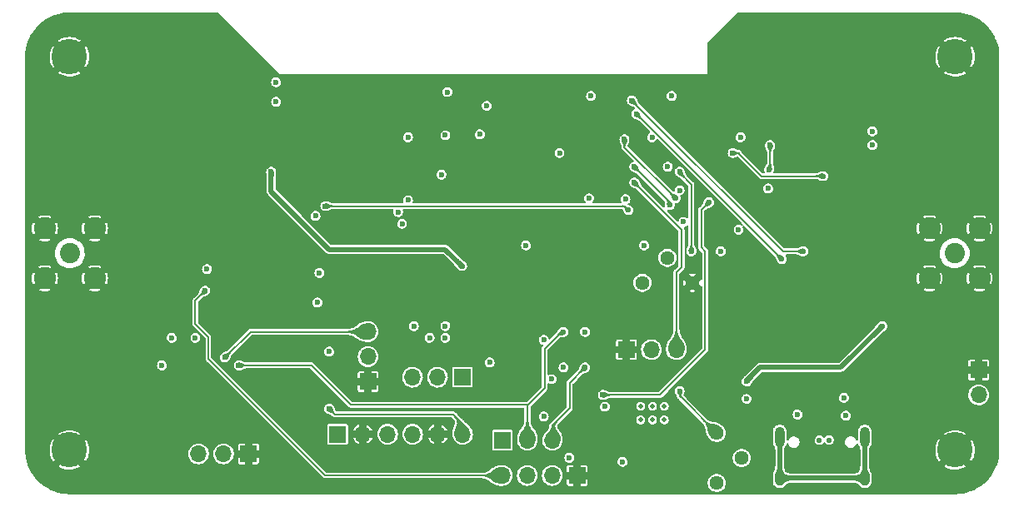
<source format=gbr>
%TF.GenerationSoftware,KiCad,Pcbnew,(6.0.9)*%
%TF.CreationDate,2022-12-22T22:01:23+02:00*%
%TF.ProjectId,cross_band_handy_walkie_talkie_V1,63726f73-735f-4626-916e-645f68616e64,rev?*%
%TF.SameCoordinates,Original*%
%TF.FileFunction,Copper,L3,Inr*%
%TF.FilePolarity,Positive*%
%FSLAX46Y46*%
G04 Gerber Fmt 4.6, Leading zero omitted, Abs format (unit mm)*
G04 Created by KiCad (PCBNEW (6.0.9)) date 2022-12-22 22:01:23*
%MOMM*%
%LPD*%
G01*
G04 APERTURE LIST*
%TA.AperFunction,ComponentPad*%
%ADD10R,1.700000X1.700000*%
%TD*%
%TA.AperFunction,ComponentPad*%
%ADD11O,1.700000X1.700000*%
%TD*%
%TA.AperFunction,ComponentPad*%
%ADD12C,3.600000*%
%TD*%
%TA.AperFunction,ComponentPad*%
%ADD13C,1.440000*%
%TD*%
%TA.AperFunction,ComponentPad*%
%ADD14C,2.050000*%
%TD*%
%TA.AperFunction,ComponentPad*%
%ADD15C,2.250000*%
%TD*%
%TA.AperFunction,ComponentPad*%
%ADD16C,0.500000*%
%TD*%
%TA.AperFunction,ComponentPad*%
%ADD17O,1.000000X1.600000*%
%TD*%
%TA.AperFunction,ComponentPad*%
%ADD18O,1.000000X2.100000*%
%TD*%
%TA.AperFunction,ComponentPad*%
%ADD19C,0.610000*%
%TD*%
%TA.AperFunction,ViaPad*%
%ADD20C,0.600000*%
%TD*%
%TA.AperFunction,ViaPad*%
%ADD21C,0.550000*%
%TD*%
%TA.AperFunction,Conductor*%
%ADD22C,0.200000*%
%TD*%
%TA.AperFunction,Conductor*%
%ADD23C,0.500000*%
%TD*%
%TA.AperFunction,Conductor*%
%ADD24C,0.150000*%
%TD*%
G04 APERTURE END LIST*
D10*
%TO.N,GND*%
%TO.C,J5*%
X73200000Y-95400000D03*
D11*
%TO.N,/MIC_AR*%
X70660000Y-95400000D03*
%TO.N,+3V3*%
X68120000Y-95400000D03*
%TD*%
D12*
%TO.N,GND*%
%TO.C,H2*%
X145000000Y-95000000D03*
%TD*%
D10*
%TO.N,GND*%
%TO.C,J3*%
X111600000Y-84800000D03*
D11*
%TO.N,/AUDIO_IN*%
X114140000Y-84800000D03*
%TO.N,AUDIO_OUT*%
X116680000Y-84800000D03*
%TD*%
D13*
%TO.N,Net-(C27-Pad2)*%
%TO.C,RV1*%
X113225000Y-78000000D03*
%TO.N,Net-(RV1-Pad2)*%
X115765000Y-75460000D03*
%TO.N,GND*%
X118305000Y-78000000D03*
%TD*%
D10*
%TO.N,Net-(C20-Pad2)*%
%TO.C,J2*%
X99000000Y-94000000D03*
D11*
%TO.N,RF_AUDIO_INPUT*%
X101540000Y-94000000D03*
%TO.N,/esp_audio_OUTPUT*%
X104080000Y-94000000D03*
%TD*%
D12*
%TO.N,GND*%
%TO.C,H3*%
X55000000Y-95000000D03*
%TD*%
D10*
%TO.N,GND*%
%TO.C,J7*%
X106600000Y-97600000D03*
D11*
%TO.N,/MIC-DIGI_IN*%
X104060000Y-97600000D03*
%TO.N,Net-(C20-Pad1)*%
X101520000Y-97600000D03*
%TO.N,/MIC_AMPLIFIER_OUTPUT*%
X98980000Y-97600000D03*
%TD*%
D14*
%TO.N,/ant4*%
%TO.C,J15*%
X144950000Y-75000000D03*
D15*
%TO.N,GND*%
X142410000Y-77540000D03*
X142410000Y-72460000D03*
X147490000Y-72460000D03*
X147490000Y-77540000D03*
%TD*%
D10*
%TO.N,GND*%
%TO.C,J4*%
X85350000Y-88050000D03*
D11*
%TO.N,/MIC_GAIN*%
X85350000Y-85510000D03*
%TO.N,+3V3*%
X85350000Y-82970000D03*
%TD*%
D13*
%TO.N,Net-(RV2-Pad1)*%
%TO.C,RV2*%
X120775000Y-93275000D03*
%TO.N,Net-(C29-Pad2)*%
X123315000Y-95815000D03*
%TO.N,unconnected-(RV2-Pad3)*%
X120775000Y-98355000D03*
%TD*%
D16*
%TO.N,N/C*%
%TO.C,U10*%
X115450000Y-90550000D03*
X113050000Y-90550000D03*
X113050000Y-91950000D03*
X114250000Y-91950000D03*
X114250000Y-90550000D03*
X115450000Y-91950000D03*
%TD*%
D14*
%TO.N,/ant2*%
%TO.C,J14*%
X55050000Y-75000000D03*
D15*
%TO.N,GND*%
X57590000Y-77540000D03*
X52510000Y-77540000D03*
X57590000Y-72460000D03*
X52510000Y-72460000D03*
%TD*%
D12*
%TO.N,GND*%
%TO.C,H4*%
X145000000Y-55000000D03*
%TD*%
D10*
%TO.N,+3V3*%
%TO.C,J1*%
X82250000Y-93400000D03*
D11*
%TO.N,GND*%
X84790000Y-93400000D03*
%TO.N,/AMPLIFIED_AUDIO_OUT*%
X87330000Y-93400000D03*
%TO.N,/MIC_EST_PTT*%
X89870000Y-93400000D03*
%TO.N,GND*%
X92410000Y-93400000D03*
%TO.N,/MIC-AMP_IN*%
X94950000Y-93400000D03*
%TD*%
D10*
%TO.N,Net-(JP1-Pad1)*%
%TO.C,JP1*%
X94940000Y-87600000D03*
D11*
%TO.N,/MIC_EST_PTT*%
X92400000Y-87600000D03*
%TO.N,Net-(JP1-Pad3)*%
X89860000Y-87600000D03*
%TD*%
D10*
%TO.N,GND*%
%TO.C,J9*%
X147400000Y-86860000D03*
D11*
%TO.N,Net-(D3-Pad2)*%
X147400000Y-89400000D03*
%TD*%
D12*
%TO.N,GND*%
%TO.C,H1*%
X55000000Y-55000000D03*
%TD*%
D17*
%TO.N,Net-(C15-Pad1)*%
%TO.C,J6*%
X127180000Y-97860000D03*
X135820000Y-97860000D03*
D18*
X127180000Y-93680000D03*
X135820000Y-93680000D03*
%TD*%
D19*
%TO.N,GND*%
%TO.C,FL2*%
X143018647Y-81818647D03*
X144581353Y-83381353D03*
%TD*%
%TO.N,GND*%
%TO.C,FL1*%
X56981353Y-66581353D03*
X55418647Y-65018647D03*
%TD*%
D20*
%TO.N,+5V*%
X133700000Y-89700000D03*
%TO.N,GND*%
X148220000Y-69680000D03*
X148220000Y-56980000D03*
X54240000Y-72220000D03*
X74560000Y-84920000D03*
X140600000Y-67140000D03*
X72200000Y-57400000D03*
X132980000Y-77300000D03*
X66940000Y-74760000D03*
X103800000Y-90800000D03*
X80600000Y-59200000D03*
X135400000Y-78000000D03*
X148220000Y-64600000D03*
X125360000Y-92540000D03*
X59400000Y-61800000D03*
X51700000Y-82380000D03*
X54240000Y-62060000D03*
X132980000Y-72220000D03*
X66940000Y-97620000D03*
X140600000Y-79840000D03*
X68200000Y-70200000D03*
X97420000Y-79840000D03*
X51700000Y-62060000D03*
X145680000Y-67140000D03*
X61860000Y-97620000D03*
X135400000Y-92049500D03*
X125360000Y-51900000D03*
X140600000Y-56980000D03*
X54240000Y-90000000D03*
X127900000Y-56980000D03*
X72020000Y-54440000D03*
X144000000Y-78400000D03*
X51700000Y-79840000D03*
X140200000Y-92000000D03*
X92340000Y-77300000D03*
X110120000Y-97620000D03*
X92040000Y-80960000D03*
X81600000Y-60400000D03*
X73400000Y-63000000D03*
X130440000Y-51900000D03*
X148220000Y-79840000D03*
X77800000Y-60800000D03*
X51700000Y-74760000D03*
X77100000Y-97620000D03*
X127600000Y-88000000D03*
X89800000Y-81000000D03*
X69480000Y-51900000D03*
X87260000Y-84920000D03*
X57600000Y-62800000D03*
X117740000Y-97620000D03*
X51700000Y-67140000D03*
X51700000Y-90000000D03*
X136150000Y-81400000D03*
X125200000Y-60800000D03*
X56780000Y-84920000D03*
X107580000Y-77300000D03*
X69000000Y-79800000D03*
X56780000Y-90000000D03*
X77953233Y-69023383D03*
X59320000Y-59520000D03*
X72800000Y-72400000D03*
X118200000Y-94800000D03*
X127900000Y-51900000D03*
X51700000Y-84920000D03*
X140600000Y-62060000D03*
X105040000Y-62060000D03*
X64400000Y-64600000D03*
X74560000Y-87460000D03*
X56780000Y-59520000D03*
X146000000Y-78400000D03*
X59320000Y-79840000D03*
X143140000Y-67140000D03*
X119900498Y-73000000D03*
X146000000Y-79800000D03*
X51700000Y-56980000D03*
X138060000Y-51900000D03*
X148220000Y-59520000D03*
X59320000Y-77300000D03*
X125360000Y-84920000D03*
X140600000Y-51900000D03*
X74560000Y-97620000D03*
X97420000Y-74760000D03*
X122820000Y-51900000D03*
X148220000Y-67140000D03*
X102500000Y-59520000D03*
X91000000Y-81800000D03*
X97420000Y-72220000D03*
X111200000Y-81000000D03*
X99960000Y-77300000D03*
X128000000Y-90000000D03*
X69600000Y-88200000D03*
X59320000Y-87460000D03*
X138060000Y-56980000D03*
X64400000Y-72220000D03*
X115800000Y-97400000D03*
X69480000Y-92540000D03*
X130440000Y-59520000D03*
X122820000Y-82380000D03*
X120280000Y-87460000D03*
X143140000Y-62060000D03*
X125360000Y-82380000D03*
X135520000Y-59520000D03*
X61860000Y-56980000D03*
X66940000Y-54440000D03*
X59320000Y-51900000D03*
X51700000Y-92540000D03*
X59600000Y-64200000D03*
X148220000Y-82380000D03*
X142400000Y-85400000D03*
X145680000Y-69680000D03*
X56780000Y-74760000D03*
X59320000Y-69680000D03*
X143140000Y-59520000D03*
X59320000Y-84920000D03*
X132980000Y-51900000D03*
X105040000Y-79840000D03*
X105040000Y-72220000D03*
X140600000Y-59520000D03*
X114200000Y-64000000D03*
X145680000Y-62060000D03*
X140200000Y-98800000D03*
X140600000Y-74760000D03*
X54240000Y-82380000D03*
X145680000Y-59520000D03*
X69600000Y-79200000D03*
X102500000Y-82380000D03*
X53800000Y-70200000D03*
X82180000Y-95080000D03*
X132980000Y-69680000D03*
X59320000Y-95080000D03*
X138060000Y-69680000D03*
X125600000Y-70800000D03*
X59320000Y-92540000D03*
X56200000Y-70200000D03*
X143140000Y-69680000D03*
X72400000Y-59600000D03*
X59320000Y-54440000D03*
X56780000Y-79840000D03*
X125360000Y-77300000D03*
X65400000Y-76200000D03*
X69480000Y-54440000D03*
X59320000Y-74760000D03*
X129600000Y-85200000D03*
X135400000Y-79800000D03*
X110120000Y-84920000D03*
X140600000Y-72220000D03*
X117740000Y-82380000D03*
X148220000Y-74760000D03*
X64400000Y-67140000D03*
X122820000Y-97620000D03*
X94880000Y-72220000D03*
X105040000Y-77300000D03*
X87260000Y-87460000D03*
X76800000Y-60800000D03*
X64400000Y-54440000D03*
X74000000Y-72200000D03*
X97420000Y-92540000D03*
X135520000Y-69680000D03*
X53800000Y-68600000D03*
X102500000Y-72220000D03*
X125360000Y-59520000D03*
X125360000Y-97620000D03*
X54240000Y-77300000D03*
X56200000Y-68600000D03*
X64400000Y-95080000D03*
X125360000Y-79840000D03*
X51700000Y-69680000D03*
X140600000Y-64600000D03*
X69800000Y-72000000D03*
X140600000Y-54440000D03*
X61860000Y-95080000D03*
X74600000Y-62200000D03*
X59320000Y-82380000D03*
X59320000Y-90000000D03*
X125360000Y-56980000D03*
X110600000Y-87400000D03*
X130440000Y-90000000D03*
X108800000Y-81000000D03*
X87600000Y-57000000D03*
X79640000Y-97620000D03*
X61860000Y-51900000D03*
X77100000Y-95080000D03*
X148220000Y-92540000D03*
X127800000Y-92200000D03*
X84720000Y-95080000D03*
X125360000Y-95080000D03*
X130440000Y-56980000D03*
X54240000Y-79840000D03*
X54240000Y-64600000D03*
X68800000Y-81600000D03*
X143140000Y-51900000D03*
X66940000Y-51900000D03*
X145680000Y-87460000D03*
X135520000Y-74760000D03*
X138060000Y-74760000D03*
X91000000Y-57200000D03*
X115000000Y-87400000D03*
X66940000Y-56980000D03*
X143140000Y-74760000D03*
X123200000Y-66200000D03*
X132845000Y-81355000D03*
X61860000Y-54440000D03*
X81600000Y-58200000D03*
X59320000Y-72220000D03*
X59320000Y-97620000D03*
X51700000Y-59520000D03*
X113600000Y-97200000D03*
X92200000Y-58000000D03*
X144000000Y-79800000D03*
X69480000Y-97620000D03*
X145680000Y-84920000D03*
X127900000Y-59520000D03*
X127900000Y-77300000D03*
X62600000Y-70600000D03*
X69480000Y-59520000D03*
X64400000Y-62060000D03*
X140600000Y-69680000D03*
X120280000Y-95080000D03*
X112400000Y-87400000D03*
X72020000Y-97620000D03*
X129000000Y-60800000D03*
X59320000Y-67140000D03*
X54240000Y-59520000D03*
X134600000Y-95200000D03*
X135520000Y-51900000D03*
X85600000Y-57000000D03*
X104000000Y-86600000D03*
X132980000Y-74760000D03*
X56780000Y-87460000D03*
X148220000Y-84920000D03*
X108400000Y-84800000D03*
X132980000Y-56980000D03*
X143140000Y-64600000D03*
X113200000Y-70000000D03*
X54240000Y-84920000D03*
X51700000Y-87460000D03*
X122400000Y-61400000D03*
X145680000Y-72220000D03*
X148220000Y-62060000D03*
X75600000Y-76600000D03*
X56780000Y-82380000D03*
X110000000Y-81800000D03*
X102500000Y-79840000D03*
X125600000Y-69600000D03*
X128265647Y-95292729D03*
X111600000Y-97400000D03*
X64400000Y-56980000D03*
X135520000Y-56980000D03*
X64400000Y-51900000D03*
X51700000Y-64600000D03*
X75800000Y-88400000D03*
X64400000Y-85400000D03*
X107000000Y-91600000D03*
X89200000Y-57200000D03*
X62800000Y-83000000D03*
X61860000Y-64600000D03*
X140600000Y-77300000D03*
X128200000Y-53600000D03*
X69480000Y-56980000D03*
X128600000Y-66200000D03*
X99960000Y-59520000D03*
X64400000Y-97620000D03*
X140162500Y-95362500D03*
X54240000Y-87460000D03*
X59320000Y-56980000D03*
%TO.N,+3V3*%
X103200000Y-83800000D03*
X70800000Y-85600000D03*
X117400000Y-71800000D03*
%TO.N,/BOOT*%
X131612500Y-67150500D03*
X104800000Y-64800000D03*
X122400000Y-64800000D03*
%TO.N,VBUS*%
X129000000Y-91400000D03*
X133900000Y-91500000D03*
%TO.N,+5V*%
X76000000Y-59600000D03*
X94900000Y-76300000D03*
X103200000Y-91600000D03*
X111200000Y-96200000D03*
X137600000Y-82400000D03*
X76000000Y-57600000D03*
X123825000Y-88025000D03*
X123800000Y-89800000D03*
X97700000Y-86100000D03*
X75500000Y-66700000D03*
D21*
%TO.N,D+*%
X132200000Y-94000000D03*
X131200000Y-94000000D03*
D20*
%TO.N,UART0_TX*%
X112600000Y-60800000D03*
X127400000Y-75600000D03*
%TO.N,UART0_RX*%
X112150000Y-59450000D03*
X129600000Y-74800000D03*
%TO.N,H{slash}L2*%
X126200000Y-64000000D03*
X126100000Y-66500000D03*
X123200000Y-63200000D03*
%TO.N,TX1*%
X111500000Y-69500000D03*
%TO.N,RX1*%
X92800000Y-67000000D03*
%TO.N,PTT2*%
X80000000Y-71200000D03*
X90000000Y-82400000D03*
X91600000Y-83600000D03*
%TO.N,PD2*%
X111800000Y-70600000D03*
X81000000Y-70200000D03*
%TO.N,RX2*%
X88800000Y-72000000D03*
%TO.N,TX2*%
X88400000Y-70800000D03*
%TO.N,H{slash}L1*%
X126000000Y-68400000D03*
%TO.N,PD1*%
X123000000Y-72600000D03*
%TO.N,PTT1*%
X121200000Y-74800000D03*
X101400000Y-74200000D03*
X113400000Y-74200000D03*
X93200000Y-83600000D03*
X93200000Y-82400000D03*
%TO.N,/MIC-AMP_IN*%
X81400000Y-85000000D03*
X81400000Y-90800000D03*
%TO.N,AUDIO_OUT*%
X112400000Y-67800000D03*
X109400000Y-90600000D03*
%TO.N,/-SLEEP*%
X89400000Y-63200000D03*
X68976383Y-76601574D03*
%TO.N,AUDIO_ON1*%
X89400000Y-69600000D03*
%TO.N,Net-(C20-Pad2)*%
X107400000Y-83000000D03*
%TO.N,/AMPLIFIED_AUDIO_OUT*%
X105800000Y-95800000D03*
%TO.N,AUDIO_ON2*%
X107800000Y-69400000D03*
%TO.N,/GPIO_23*%
X116200000Y-59000000D03*
X108000000Y-59000000D03*
%TO.N,/switch1*%
X118200000Y-74800000D03*
X105200000Y-86600000D03*
X117000000Y-66699500D03*
%TO.N,/switch2*%
X120000000Y-69800000D03*
X109200000Y-89400000D03*
%TO.N,/switch4*%
X67800000Y-83600000D03*
X117000000Y-68600000D03*
%TO.N,Net-(RV2-Pad1)*%
X117000000Y-89000000D03*
%TO.N,SCL*%
X116600000Y-69400000D03*
X111400000Y-63400000D03*
%TO.N,SDA*%
X112400000Y-66200000D03*
X116000000Y-70100500D03*
%TO.N,Net-(U11-Pad3)*%
X64400000Y-86400000D03*
%TO.N,Net-(U11-Pad1)*%
X136600000Y-64000000D03*
X65400000Y-83600000D03*
X136600000Y-62600000D03*
%TO.N,Net-(U12-Pad1)*%
X93200000Y-63000000D03*
X114200000Y-63200000D03*
X80400000Y-77000000D03*
X96700000Y-62900000D03*
X80200000Y-80000000D03*
%TO.N,Net-(U12-Pad3)*%
X115800000Y-66200000D03*
%TO.N,/esp_audio_OUTPUT*%
X104000000Y-87800000D03*
X107400000Y-86600000D03*
%TO.N,RF_AUDIO_INPUT*%
X105200000Y-83000000D03*
X72200000Y-86400000D03*
%TO.N,/MIC_AMPLIFIER_OUTPUT*%
X68800000Y-78800000D03*
%TO.N,/SENSOR_VP*%
X97400000Y-60000000D03*
%TO.N,/SENSOR_VN*%
X93400000Y-58600000D03*
%TD*%
D22*
%TO.N,+3V3*%
X73400000Y-83000000D02*
X70800000Y-85600000D01*
X85350000Y-82970000D02*
X85320000Y-83000000D01*
X85320000Y-83000000D02*
X73400000Y-83000000D01*
%TO.N,/BOOT*%
X122400000Y-64800000D02*
X123000000Y-64800000D01*
X125350500Y-67150500D02*
X131612500Y-67150500D01*
X123000000Y-64800000D02*
X125350500Y-67150500D01*
D23*
%TO.N,+5V*%
X125200000Y-86600000D02*
X133400000Y-86600000D01*
X123825000Y-87975000D02*
X125200000Y-86600000D01*
X93200000Y-74600000D02*
X81400000Y-74600000D01*
X133400000Y-86600000D02*
X137600000Y-82400000D01*
X81400000Y-74600000D02*
X75500000Y-68700000D01*
X123825000Y-88025000D02*
X123825000Y-87975000D01*
X75500000Y-68700000D02*
X75500000Y-66700000D01*
X94900000Y-76300000D02*
X93200000Y-74600000D01*
D22*
%TO.N,UART0_TX*%
X112600000Y-60800000D02*
X127400000Y-75600000D01*
%TO.N,UART0_RX*%
X127500000Y-74800000D02*
X129600000Y-74800000D01*
X112150000Y-59450000D02*
X127500000Y-74800000D01*
%TO.N,H{slash}L2*%
X126200000Y-66400000D02*
X126200000Y-64000000D01*
X126100000Y-66500000D02*
X126200000Y-66400000D01*
%TO.N,PD2*%
X111800000Y-70600000D02*
X111400000Y-70200000D01*
X111400000Y-70200000D02*
X81000000Y-70200000D01*
%TO.N,/MIC-AMP_IN*%
X94950000Y-92350000D02*
X94950000Y-93400000D01*
X94000000Y-91400000D02*
X94950000Y-92350000D01*
X82000000Y-91400000D02*
X94000000Y-91400000D01*
X81400000Y-90800000D02*
X82000000Y-91400000D01*
%TO.N,AUDIO_OUT*%
X116680000Y-76920000D02*
X116680000Y-84800000D01*
X117200000Y-72600000D02*
X117200000Y-76400000D01*
X112400000Y-67800000D02*
X117200000Y-72600000D01*
X117200000Y-76400000D02*
X116680000Y-76920000D01*
%TO.N,/switch1*%
X118200000Y-74800000D02*
X118200000Y-68000000D01*
X118200000Y-68000000D02*
X117000000Y-66800000D01*
X117000000Y-66800000D02*
X117000000Y-66699500D01*
%TO.N,/switch2*%
X119600000Y-84800000D02*
X115000000Y-89400000D01*
X119600000Y-74800000D02*
X119600000Y-84800000D01*
X119200000Y-74400000D02*
X119600000Y-74800000D01*
X119200000Y-70600000D02*
X119200000Y-74400000D01*
X115000000Y-89400000D02*
X109200000Y-89400000D01*
X120000000Y-69800000D02*
X119200000Y-70600000D01*
D23*
%TO.N,Net-(C15-Pad1)*%
X135820000Y-93680000D02*
X135820000Y-97860000D01*
X127180000Y-93680000D02*
X127180000Y-97860000D01*
X127180000Y-97860000D02*
X135820000Y-97860000D01*
D22*
%TO.N,Net-(RV2-Pad1)*%
X117000000Y-89500000D02*
X120775000Y-93275000D01*
X117000000Y-89000000D02*
X117000000Y-89500000D01*
%TO.N,SCL*%
X111400000Y-63400000D02*
X111400000Y-64200000D01*
X111400000Y-64200000D02*
X116600000Y-69400000D01*
%TO.N,SDA*%
X116000000Y-69800000D02*
X112400000Y-66200000D01*
X116000000Y-70100500D02*
X116000000Y-69800000D01*
%TO.N,/esp_audio_OUTPUT*%
X105830000Y-90770000D02*
X105830000Y-88170000D01*
X104080000Y-94000000D02*
X104080000Y-92520000D01*
X104080000Y-92520000D02*
X105830000Y-90770000D01*
X105830000Y-88170000D02*
X107400000Y-86600000D01*
%TO.N,RF_AUDIO_INPUT*%
X101540000Y-90460000D02*
X101540000Y-94000000D01*
X103290000Y-84710000D02*
X103290000Y-88710000D01*
X105000000Y-83000000D02*
X103290000Y-84710000D01*
X72200000Y-86400000D02*
X79600000Y-86400000D01*
X101540000Y-90400000D02*
X101540000Y-94000000D01*
X83600000Y-90400000D02*
X101540000Y-90400000D01*
X105200000Y-83000000D02*
X105000000Y-83000000D01*
X103290000Y-88710000D02*
X101540000Y-90460000D01*
X79600000Y-86400000D02*
X83600000Y-90400000D01*
D24*
%TO.N,/MIC_AMPLIFIER_OUTPUT*%
X68800000Y-78800000D02*
X67800000Y-79800000D01*
X67800000Y-79800000D02*
X67800000Y-82200000D01*
X69125000Y-85725000D02*
X81000000Y-97600000D01*
X81000000Y-97600000D02*
X98980000Y-97600000D01*
X69125000Y-83525000D02*
X69125000Y-85725000D01*
X67800000Y-82200000D02*
X69125000Y-83525000D01*
%TD*%
%TA.AperFunction,Conductor*%
%TO.N,+3V3*%
G36*
X71260564Y-85014049D02*
G01*
X71385950Y-85139435D01*
X71389377Y-85147708D01*
X71386206Y-85155718D01*
X71361778Y-85181729D01*
X71350442Y-85193799D01*
X71350309Y-85193962D01*
X71350308Y-85193963D01*
X71343834Y-85201892D01*
X71314816Y-85237428D01*
X71286035Y-85278701D01*
X71263048Y-85317981D01*
X71262946Y-85318191D01*
X71262943Y-85318197D01*
X71250401Y-85344075D01*
X71244800Y-85355630D01*
X71230238Y-85392011D01*
X71230187Y-85392162D01*
X71230185Y-85392168D01*
X71225551Y-85405951D01*
X71218309Y-85427486D01*
X71218277Y-85427594D01*
X71218270Y-85427616D01*
X71207961Y-85462417D01*
X71198148Y-85497132D01*
X71198107Y-85497272D01*
X71187853Y-85531885D01*
X71187725Y-85532291D01*
X71175965Y-85567264D01*
X71175737Y-85567883D01*
X71161450Y-85603576D01*
X71161124Y-85604314D01*
X71143244Y-85641205D01*
X71142822Y-85641994D01*
X71120299Y-85680482D01*
X71119798Y-85681265D01*
X71091535Y-85721794D01*
X71091000Y-85722502D01*
X71055916Y-85765467D01*
X71055383Y-85766076D01*
X71017258Y-85806673D01*
X71009096Y-85810358D01*
X71005029Y-85809764D01*
X70699484Y-85707916D01*
X70692719Y-85702048D01*
X70692084Y-85700516D01*
X70590236Y-85394971D01*
X70590871Y-85386039D01*
X70593326Y-85382743D01*
X70633929Y-85344610D01*
X70634512Y-85344098D01*
X70677506Y-85308992D01*
X70678205Y-85308464D01*
X70699796Y-85293408D01*
X70718741Y-85280197D01*
X70719511Y-85279704D01*
X70758005Y-85257177D01*
X70758794Y-85256755D01*
X70795685Y-85238875D01*
X70796423Y-85238549D01*
X70832116Y-85224262D01*
X70832735Y-85224034D01*
X70867708Y-85212274D01*
X70868114Y-85212146D01*
X70902727Y-85201892D01*
X70902867Y-85201851D01*
X70937582Y-85192038D01*
X70972383Y-85181729D01*
X70972405Y-85181722D01*
X70972513Y-85181690D01*
X70994048Y-85174448D01*
X71007831Y-85169814D01*
X71007837Y-85169812D01*
X71007988Y-85169761D01*
X71026779Y-85162240D01*
X71044172Y-85155278D01*
X71044176Y-85155276D01*
X71044369Y-85155199D01*
X71044555Y-85155109D01*
X71044566Y-85155104D01*
X71081802Y-85137056D01*
X71081808Y-85137053D01*
X71082018Y-85136951D01*
X71082215Y-85136836D01*
X71082222Y-85136832D01*
X71121096Y-85114082D01*
X71121298Y-85113964D01*
X71162571Y-85085183D01*
X71162761Y-85085028D01*
X71206033Y-85049694D01*
X71206044Y-85049685D01*
X71206200Y-85049557D01*
X71244284Y-85013792D01*
X71252658Y-85010628D01*
X71260564Y-85014049D01*
G37*
%TD.AperFunction*%
%TD*%
%TA.AperFunction,Conductor*%
%TO.N,+3V3*%
G36*
X85320989Y-82123892D02*
G01*
X85323636Y-82127167D01*
X85771837Y-82949692D01*
X85772786Y-82958596D01*
X85772065Y-82960447D01*
X85690012Y-83127551D01*
X85353517Y-83812839D01*
X85353353Y-83813172D01*
X85346631Y-83819088D01*
X85342399Y-83819706D01*
X85164905Y-83812838D01*
X85163917Y-83812759D01*
X85083561Y-83802708D01*
X85002073Y-83792516D01*
X85000988Y-83792328D01*
X84858908Y-83760771D01*
X84857800Y-83760467D01*
X84732364Y-83719347D01*
X84731319Y-83718948D01*
X84619413Y-83669987D01*
X84618519Y-83669550D01*
X84517010Y-83614424D01*
X84516337Y-83614028D01*
X84422194Y-83554442D01*
X84421780Y-83554168D01*
X84331876Y-83491767D01*
X84331736Y-83491668D01*
X84243235Y-83428311D01*
X84243229Y-83428307D01*
X84243179Y-83428271D01*
X84153023Y-83365695D01*
X84152926Y-83365634D01*
X84152907Y-83365621D01*
X84105141Y-83335389D01*
X84058322Y-83305756D01*
X83956046Y-83250213D01*
X83955839Y-83250123D01*
X83955832Y-83250119D01*
X83888182Y-83220522D01*
X83843166Y-83200826D01*
X83842921Y-83200746D01*
X83842914Y-83200743D01*
X83716920Y-83159440D01*
X83716917Y-83159439D01*
X83716651Y-83159352D01*
X83686822Y-83152727D01*
X83573730Y-83127608D01*
X83573724Y-83127607D01*
X83573472Y-83127551D01*
X83573215Y-83127519D01*
X83573210Y-83127518D01*
X83410846Y-83107211D01*
X83410598Y-83107180D01*
X83410340Y-83107170D01*
X83236248Y-83100435D01*
X83228113Y-83096691D01*
X83225000Y-83088744D01*
X83225000Y-82911242D01*
X83228427Y-82902969D01*
X83236232Y-82899551D01*
X83409449Y-82892621D01*
X83409453Y-82892621D01*
X83409694Y-82892611D01*
X83571357Y-82871617D01*
X83713057Y-82838777D01*
X83713332Y-82838682D01*
X83713337Y-82838681D01*
X83837591Y-82795946D01*
X83837593Y-82795945D01*
X83837864Y-82795852D01*
X83948850Y-82744600D01*
X83949076Y-82744469D01*
X83949083Y-82744466D01*
X84048900Y-82686886D01*
X84049082Y-82686781D01*
X84141633Y-82624154D01*
X84229571Y-82558478D01*
X84315967Y-82491514D01*
X84403702Y-82425163D01*
X84404084Y-82424886D01*
X84496094Y-82360977D01*
X84496738Y-82360560D01*
X84596181Y-82300735D01*
X84597045Y-82300264D01*
X84652163Y-82273171D01*
X84707021Y-82246206D01*
X84708055Y-82245758D01*
X84831718Y-82199144D01*
X84832831Y-82198787D01*
X84973332Y-82161334D01*
X84974437Y-82161096D01*
X85065811Y-82145982D01*
X85134931Y-82134549D01*
X85135943Y-82134427D01*
X85312481Y-82121098D01*
X85320989Y-82123892D01*
G37*
%TD.AperFunction*%
%TD*%
%TA.AperFunction,Conductor*%
%TO.N,/BOOT*%
G36*
X122618499Y-64593699D02*
G01*
X122649706Y-64622279D01*
X122685645Y-64649245D01*
X122685908Y-64649401D01*
X122685915Y-64649406D01*
X122704584Y-64660499D01*
X122720168Y-64669759D01*
X122730656Y-64674497D01*
X122753191Y-64684678D01*
X122753199Y-64684681D01*
X122753491Y-64684813D01*
X122785833Y-64695401D01*
X122817413Y-64702514D01*
X122848447Y-64707145D01*
X122848597Y-64707160D01*
X122848602Y-64707161D01*
X122879062Y-64710279D01*
X122879097Y-64710282D01*
X122879154Y-64710288D01*
X122893946Y-64711567D01*
X122909644Y-64712925D01*
X122909827Y-64712942D01*
X122940183Y-64716049D01*
X122940719Y-64716116D01*
X122971072Y-64720645D01*
X122971916Y-64720803D01*
X123002536Y-64727700D01*
X123003605Y-64727995D01*
X123034819Y-64738214D01*
X123035992Y-64738669D01*
X123068140Y-64753193D01*
X123069300Y-64753797D01*
X123102717Y-64773653D01*
X123103762Y-64774352D01*
X123138748Y-64800603D01*
X123139627Y-64801333D01*
X123167762Y-64827100D01*
X123171548Y-64835212D01*
X123168132Y-64843999D01*
X123043147Y-64968984D01*
X123034874Y-64972411D01*
X123027111Y-64969464D01*
X123016882Y-64960392D01*
X122996411Y-64942236D01*
X122960023Y-64918616D01*
X122925720Y-64904777D01*
X122893030Y-64899579D01*
X122892357Y-64899628D01*
X122892353Y-64899628D01*
X122862064Y-64901841D01*
X122862061Y-64901842D01*
X122861480Y-64901884D01*
X122830598Y-64910552D01*
X122830200Y-64910732D01*
X122830195Y-64910734D01*
X122814501Y-64917839D01*
X122799912Y-64924443D01*
X122768951Y-64942418D01*
X122768809Y-64942512D01*
X122737297Y-64963301D01*
X122737265Y-64963323D01*
X122737242Y-64963338D01*
X122737187Y-64963376D01*
X122704409Y-64985998D01*
X122704313Y-64986063D01*
X122669860Y-65009342D01*
X122669516Y-65009566D01*
X122633210Y-65032187D01*
X122632604Y-65032539D01*
X122593921Y-65053447D01*
X122593037Y-65053878D01*
X122551511Y-65071995D01*
X122550381Y-65072420D01*
X122505501Y-65086693D01*
X122504169Y-65087031D01*
X122455410Y-65096396D01*
X122453955Y-65096581D01*
X122407736Y-65099510D01*
X122399264Y-65096613D01*
X122396532Y-65093065D01*
X122254896Y-64809792D01*
X122254261Y-64800861D01*
X122259447Y-64794466D01*
X122604683Y-64592232D01*
X122613554Y-64591007D01*
X122618499Y-64593699D01*
G37*
%TD.AperFunction*%
%TD*%
%TA.AperFunction,Conductor*%
%TO.N,/BOOT*%
G36*
X131613393Y-66853901D02*
G01*
X131615848Y-66857197D01*
X131759884Y-67145268D01*
X131760519Y-67154200D01*
X131759884Y-67155732D01*
X131615848Y-67443803D01*
X131609083Y-67449671D01*
X131605016Y-67450265D01*
X131584332Y-67449616D01*
X131549358Y-67448518D01*
X131548555Y-67448465D01*
X131493345Y-67442890D01*
X131492465Y-67442767D01*
X131491921Y-67442670D01*
X131443825Y-67434094D01*
X131442938Y-67433899D01*
X131418794Y-67427582D01*
X131399780Y-67422606D01*
X131398906Y-67422340D01*
X131378482Y-67415251D01*
X131360201Y-67408906D01*
X131359455Y-67408618D01*
X131324095Y-67393473D01*
X131323512Y-67393203D01*
X131290442Y-67376776D01*
X131290086Y-67376592D01*
X131258258Y-67359313D01*
X131226741Y-67341686D01*
X131224734Y-67340596D01*
X131194862Y-67324379D01*
X131194842Y-67324368D01*
X131194723Y-67324304D01*
X131161203Y-67307654D01*
X131125182Y-67292226D01*
X131124995Y-67292161D01*
X131124987Y-67292158D01*
X131104655Y-67285101D01*
X131085656Y-67278507D01*
X131085439Y-67278450D01*
X131085435Y-67278449D01*
X131069327Y-67274234D01*
X131041626Y-67266986D01*
X130992091Y-67258153D01*
X130991880Y-67258132D01*
X130991875Y-67258131D01*
X130936252Y-67252514D01*
X130936238Y-67252513D01*
X130936049Y-67252494D01*
X130935851Y-67252488D01*
X130935839Y-67252487D01*
X130909503Y-67251661D01*
X130883832Y-67250856D01*
X130875672Y-67247172D01*
X130872500Y-67239162D01*
X130872500Y-67061838D01*
X130875927Y-67053565D01*
X130883832Y-67050144D01*
X130902176Y-67049568D01*
X130935839Y-67048512D01*
X130935851Y-67048511D01*
X130936049Y-67048505D01*
X130936238Y-67048486D01*
X130936252Y-67048485D01*
X130991875Y-67042868D01*
X130991880Y-67042867D01*
X130992091Y-67042846D01*
X131041626Y-67034013D01*
X131069327Y-67026765D01*
X131085435Y-67022550D01*
X131085439Y-67022549D01*
X131085656Y-67022492D01*
X131104655Y-67015898D01*
X131124987Y-67008841D01*
X131124995Y-67008838D01*
X131125182Y-67008773D01*
X131161203Y-66993345D01*
X131194723Y-66976695D01*
X131194842Y-66976631D01*
X131194862Y-66976620D01*
X131226682Y-66959345D01*
X131226741Y-66959313D01*
X131258258Y-66941686D01*
X131290086Y-66924407D01*
X131290442Y-66924223D01*
X131323512Y-66907796D01*
X131324095Y-66907526D01*
X131359455Y-66892381D01*
X131360201Y-66892093D01*
X131378482Y-66885748D01*
X131398906Y-66878659D01*
X131399780Y-66878393D01*
X131418794Y-66873417D01*
X131442938Y-66867100D01*
X131443825Y-66866905D01*
X131492465Y-66858232D01*
X131493344Y-66858109D01*
X131535016Y-66853901D01*
X131548555Y-66852534D01*
X131549358Y-66852481D01*
X131570082Y-66851831D01*
X131605016Y-66850735D01*
X131613393Y-66853901D01*
G37*
%TD.AperFunction*%
%TD*%
%TA.AperFunction,Conductor*%
%TO.N,+5V*%
G36*
X124165593Y-87297362D02*
G01*
X124502677Y-87634446D01*
X124506104Y-87642719D01*
X124502736Y-87650932D01*
X124468492Y-87685659D01*
X124468431Y-87685723D01*
X124468427Y-87685727D01*
X124431401Y-87724500D01*
X124399001Y-87759724D01*
X124398974Y-87759754D01*
X124398954Y-87759776D01*
X124370486Y-87792080D01*
X124345332Y-87822005D01*
X124322829Y-87850143D01*
X124322792Y-87850192D01*
X124302311Y-87877089D01*
X124283113Y-87903433D01*
X124283079Y-87903481D01*
X124264572Y-87929770D01*
X124246023Y-87956692D01*
X124226800Y-87984792D01*
X124226781Y-87984819D01*
X124206253Y-88014646D01*
X124206200Y-88014722D01*
X124183755Y-88046789D01*
X124183679Y-88046897D01*
X124158482Y-88082043D01*
X124158390Y-88082169D01*
X124129966Y-88120725D01*
X124129868Y-88120857D01*
X124097391Y-88163636D01*
X124097291Y-88163766D01*
X124064608Y-88205585D01*
X124056813Y-88209993D01*
X124052990Y-88209831D01*
X123738228Y-88143899D01*
X123730833Y-88138849D01*
X123729622Y-88136419D01*
X123615397Y-87819876D01*
X123615812Y-87810931D01*
X123618148Y-87807613D01*
X123657400Y-87768541D01*
X123657442Y-87768499D01*
X123697312Y-87729215D01*
X123733104Y-87694338D01*
X123742045Y-87685727D01*
X123765396Y-87663238D01*
X123765445Y-87663190D01*
X123794964Y-87635092D01*
X123794983Y-87635112D01*
X123795010Y-87635049D01*
X123822248Y-87609403D01*
X123822301Y-87609383D01*
X123822286Y-87609367D01*
X123848040Y-87585338D01*
X123848050Y-87585348D01*
X123848064Y-87585316D01*
X123872853Y-87562325D01*
X123897353Y-87539651D01*
X123922166Y-87516638D01*
X123947920Y-87492608D01*
X123975242Y-87466883D01*
X124004761Y-87438785D01*
X124037102Y-87407637D01*
X124072894Y-87372760D01*
X124112764Y-87333476D01*
X124149066Y-87297343D01*
X124157347Y-87293935D01*
X124165593Y-87297362D01*
G37*
%TD.AperFunction*%
%TD*%
%TA.AperFunction,Conductor*%
%TO.N,+5V*%
G36*
X137394788Y-82190175D02*
G01*
X137639151Y-82271629D01*
X137700516Y-82292084D01*
X137707281Y-82297952D01*
X137707916Y-82299484D01*
X137805861Y-82593317D01*
X137809825Y-82605210D01*
X137809190Y-82614142D01*
X137806932Y-82617248D01*
X137778872Y-82644858D01*
X137768204Y-82655355D01*
X137768055Y-82655499D01*
X137728370Y-82693190D01*
X137728205Y-82693343D01*
X137692210Y-82726233D01*
X137692033Y-82726392D01*
X137659043Y-82755326D01*
X137658862Y-82755481D01*
X137628416Y-82781106D01*
X137628245Y-82781247D01*
X137612565Y-82793945D01*
X137599725Y-82804343D01*
X137599615Y-82804431D01*
X137572461Y-82825728D01*
X137572366Y-82825803D01*
X137545913Y-82846111D01*
X137519737Y-82866054D01*
X137493284Y-82886362D01*
X137465995Y-82907765D01*
X137437313Y-82930991D01*
X137406682Y-82956773D01*
X137373543Y-82985838D01*
X137337342Y-83018916D01*
X137297519Y-83056738D01*
X137297490Y-83056767D01*
X137261791Y-83091894D01*
X137253491Y-83095254D01*
X137245312Y-83091827D01*
X136908173Y-82754688D01*
X136904746Y-82746415D01*
X136908106Y-82738209D01*
X136943232Y-82702510D01*
X136943290Y-82702449D01*
X136981083Y-82662657D01*
X136981141Y-82662594D01*
X137014094Y-82626529D01*
X137014161Y-82626456D01*
X137043226Y-82593317D01*
X137069008Y-82562686D01*
X137092234Y-82534004D01*
X137113637Y-82506715D01*
X137133945Y-82480262D01*
X137153888Y-82454086D01*
X137174196Y-82427633D01*
X137195568Y-82400384D01*
X137195682Y-82400241D01*
X137218752Y-82371754D01*
X137218893Y-82371583D01*
X137244518Y-82341137D01*
X137244673Y-82340956D01*
X137273607Y-82307966D01*
X137273766Y-82307789D01*
X137306656Y-82271794D01*
X137306809Y-82271629D01*
X137311463Y-82266729D01*
X137344572Y-82231868D01*
X137382750Y-82193069D01*
X137390996Y-82189575D01*
X137394788Y-82190175D01*
G37*
%TD.AperFunction*%
%TD*%
%TA.AperFunction,Conductor*%
%TO.N,+5V*%
G36*
X75505232Y-66552616D02*
G01*
X75793473Y-66696737D01*
X75799341Y-66703502D01*
X75799941Y-66707296D01*
X75799502Y-66761652D01*
X75799498Y-66761860D01*
X75798089Y-66816518D01*
X75798081Y-66816743D01*
X75795884Y-66865496D01*
X75795874Y-66865685D01*
X75793006Y-66909485D01*
X75792988Y-66909722D01*
X75789578Y-66949377D01*
X75789557Y-66949598D01*
X75785717Y-66986142D01*
X75785696Y-66986323D01*
X75781563Y-67020509D01*
X75781548Y-67020629D01*
X75777209Y-67053651D01*
X75777186Y-67053692D01*
X75777203Y-67053694D01*
X75772796Y-67086305D01*
X75768451Y-67119370D01*
X75764288Y-67153801D01*
X75760431Y-67190506D01*
X75757001Y-67230395D01*
X75754121Y-67274380D01*
X75751913Y-67323369D01*
X75750498Y-67378272D01*
X75750498Y-67378321D01*
X75750094Y-67428394D01*
X75746600Y-67436640D01*
X75738394Y-67440000D01*
X75261606Y-67440000D01*
X75253333Y-67436573D01*
X75249906Y-67428395D01*
X75249501Y-67378322D01*
X75249501Y-67378272D01*
X75248086Y-67323369D01*
X75245878Y-67274380D01*
X75242998Y-67230395D01*
X75239568Y-67190506D01*
X75235711Y-67153801D01*
X75231548Y-67119370D01*
X75227203Y-67086305D01*
X75222796Y-67053694D01*
X75222810Y-67053692D01*
X75222790Y-67053651D01*
X75218451Y-67020629D01*
X75218436Y-67020509D01*
X75214303Y-66986323D01*
X75214282Y-66986142D01*
X75210442Y-66949598D01*
X75210421Y-66949377D01*
X75207011Y-66909722D01*
X75206993Y-66909485D01*
X75204125Y-66865685D01*
X75204115Y-66865496D01*
X75201918Y-66816743D01*
X75201910Y-66816518D01*
X75200501Y-66761860D01*
X75200497Y-66761652D01*
X75200059Y-66707296D01*
X75203419Y-66698996D01*
X75206527Y-66696737D01*
X75494768Y-66552616D01*
X75503700Y-66551981D01*
X75505232Y-66552616D01*
G37*
%TD.AperFunction*%
%TD*%
%TA.AperFunction,Conductor*%
%TO.N,+5V*%
G36*
X94561791Y-75608106D02*
G01*
X94580979Y-75626986D01*
X94597519Y-75643261D01*
X94637342Y-75681083D01*
X94673543Y-75714161D01*
X94706682Y-75743226D01*
X94737313Y-75769008D01*
X94765995Y-75792234D01*
X94793266Y-75813623D01*
X94793284Y-75813637D01*
X94819737Y-75833945D01*
X94845879Y-75853862D01*
X94845913Y-75853888D01*
X94872366Y-75874196D01*
X94872461Y-75874271D01*
X94899615Y-75895568D01*
X94899725Y-75895656D01*
X94912565Y-75906054D01*
X94928245Y-75918752D01*
X94928416Y-75918893D01*
X94958862Y-75944518D01*
X94959043Y-75944673D01*
X94992033Y-75973607D01*
X94992210Y-75973766D01*
X95028205Y-76006656D01*
X95028370Y-76006809D01*
X95068131Y-76044572D01*
X95097500Y-76073470D01*
X95106931Y-76082750D01*
X95110425Y-76090996D01*
X95109825Y-76094788D01*
X95050639Y-76272348D01*
X95007916Y-76400516D01*
X95002048Y-76407281D01*
X95000516Y-76407916D01*
X94694789Y-76509825D01*
X94685858Y-76509190D01*
X94682750Y-76506931D01*
X94644572Y-76468131D01*
X94606809Y-76428370D01*
X94606656Y-76428205D01*
X94573766Y-76392210D01*
X94573607Y-76392033D01*
X94544673Y-76359043D01*
X94544518Y-76358862D01*
X94518893Y-76328416D01*
X94518752Y-76328245D01*
X94495682Y-76299758D01*
X94495568Y-76299615D01*
X94474257Y-76272443D01*
X94474182Y-76272348D01*
X94453888Y-76245913D01*
X94453862Y-76245879D01*
X94433945Y-76219737D01*
X94413637Y-76193284D01*
X94392234Y-76165995D01*
X94369008Y-76137313D01*
X94343226Y-76106682D01*
X94314161Y-76073543D01*
X94281083Y-76037342D01*
X94243261Y-75997519D01*
X94219732Y-75973607D01*
X94208106Y-75961791D01*
X94204746Y-75953490D01*
X94208173Y-75945312D01*
X94545312Y-75608173D01*
X94553585Y-75604746D01*
X94561791Y-75608106D01*
G37*
%TD.AperFunction*%
%TD*%
%TA.AperFunction,Conductor*%
%TO.N,UART0_TX*%
G36*
X112813961Y-60590871D02*
G01*
X112817257Y-60593325D01*
X112855399Y-60633939D01*
X112855900Y-60634512D01*
X112891007Y-60677506D01*
X112891535Y-60678205D01*
X112919798Y-60718734D01*
X112920299Y-60719517D01*
X112942822Y-60758005D01*
X112943244Y-60758794D01*
X112961124Y-60795685D01*
X112961450Y-60796423D01*
X112975737Y-60832116D01*
X112975965Y-60832735D01*
X112987725Y-60867708D01*
X112987853Y-60868114D01*
X112998138Y-60902832D01*
X113007961Y-60937582D01*
X113018309Y-60972513D01*
X113030238Y-61007988D01*
X113044800Y-61044369D01*
X113044890Y-61044555D01*
X113044895Y-61044566D01*
X113062943Y-61081802D01*
X113063048Y-61082018D01*
X113086035Y-61121298D01*
X113114816Y-61162571D01*
X113114969Y-61162759D01*
X113114971Y-61162761D01*
X113143859Y-61198138D01*
X113150442Y-61206200D01*
X113150574Y-61206340D01*
X113150577Y-61206344D01*
X113186206Y-61244282D01*
X113189371Y-61252659D01*
X113185950Y-61260565D01*
X113060565Y-61385950D01*
X113052292Y-61389377D01*
X113044282Y-61386206D01*
X113006344Y-61350577D01*
X113006340Y-61350574D01*
X113006200Y-61350442D01*
X112962571Y-61314816D01*
X112921298Y-61286035D01*
X112907228Y-61277801D01*
X112882222Y-61263167D01*
X112882215Y-61263163D01*
X112882018Y-61263048D01*
X112881808Y-61262946D01*
X112881802Y-61262943D01*
X112844566Y-61244895D01*
X112844555Y-61244890D01*
X112844369Y-61244800D01*
X112807988Y-61230238D01*
X112807837Y-61230187D01*
X112807831Y-61230185D01*
X112794048Y-61225551D01*
X112772513Y-61218309D01*
X112772405Y-61218277D01*
X112772383Y-61218270D01*
X112737582Y-61207961D01*
X112702867Y-61198148D01*
X112702727Y-61198107D01*
X112668114Y-61187853D01*
X112667708Y-61187725D01*
X112632735Y-61175965D01*
X112632116Y-61175737D01*
X112596423Y-61161450D01*
X112595685Y-61161124D01*
X112558794Y-61143244D01*
X112558005Y-61142822D01*
X112544292Y-61134797D01*
X112519511Y-61120295D01*
X112518741Y-61119802D01*
X112499796Y-61106591D01*
X112478205Y-61091535D01*
X112477506Y-61091007D01*
X112434512Y-61055900D01*
X112433939Y-61055399D01*
X112393326Y-61017258D01*
X112389642Y-61009096D01*
X112390236Y-61005029D01*
X112492084Y-60699484D01*
X112497952Y-60692719D01*
X112499484Y-60692084D01*
X112805029Y-60590236D01*
X112813961Y-60590871D01*
G37*
%TD.AperFunction*%
%TD*%
%TA.AperFunction,Conductor*%
%TO.N,UART0_TX*%
G36*
X126955718Y-75013794D02*
G01*
X126993799Y-75049557D01*
X127037428Y-75085183D01*
X127078701Y-75113964D01*
X127078903Y-75114082D01*
X127117777Y-75136832D01*
X127117784Y-75136836D01*
X127117981Y-75136951D01*
X127118191Y-75137053D01*
X127118197Y-75137056D01*
X127155433Y-75155104D01*
X127155444Y-75155109D01*
X127155630Y-75155199D01*
X127155823Y-75155276D01*
X127155827Y-75155278D01*
X127173220Y-75162240D01*
X127192011Y-75169761D01*
X127192162Y-75169812D01*
X127192168Y-75169814D01*
X127205951Y-75174448D01*
X127227486Y-75181690D01*
X127227594Y-75181722D01*
X127227616Y-75181729D01*
X127262417Y-75192038D01*
X127297132Y-75201851D01*
X127297272Y-75201892D01*
X127331885Y-75212146D01*
X127332291Y-75212274D01*
X127367264Y-75224034D01*
X127367883Y-75224262D01*
X127403576Y-75238549D01*
X127404314Y-75238875D01*
X127441205Y-75256755D01*
X127441994Y-75257177D01*
X127480488Y-75279704D01*
X127481258Y-75280197D01*
X127500203Y-75293408D01*
X127521794Y-75308464D01*
X127522493Y-75308992D01*
X127565487Y-75344099D01*
X127566060Y-75344600D01*
X127606674Y-75382742D01*
X127610358Y-75390904D01*
X127609764Y-75394971D01*
X127507916Y-75700516D01*
X127502048Y-75707281D01*
X127500516Y-75707916D01*
X127194971Y-75809764D01*
X127186039Y-75809129D01*
X127182742Y-75806674D01*
X127144600Y-75766060D01*
X127144099Y-75765487D01*
X127108992Y-75722493D01*
X127108464Y-75721794D01*
X127080201Y-75681265D01*
X127079700Y-75680482D01*
X127057177Y-75641994D01*
X127056755Y-75641205D01*
X127038875Y-75604314D01*
X127038549Y-75603576D01*
X127024262Y-75567883D01*
X127024034Y-75567264D01*
X127012274Y-75532291D01*
X127012146Y-75531885D01*
X127001892Y-75497272D01*
X127001851Y-75497132D01*
X126992038Y-75462417D01*
X126981729Y-75427616D01*
X126981722Y-75427594D01*
X126981690Y-75427486D01*
X126974448Y-75405951D01*
X126969814Y-75392168D01*
X126969812Y-75392162D01*
X126969761Y-75392011D01*
X126955199Y-75355630D01*
X126949858Y-75344609D01*
X126937056Y-75318197D01*
X126937053Y-75318191D01*
X126936951Y-75317981D01*
X126913964Y-75278701D01*
X126885183Y-75237428D01*
X126856166Y-75201892D01*
X126849691Y-75193963D01*
X126849690Y-75193962D01*
X126849557Y-75193799D01*
X126838148Y-75181650D01*
X126813794Y-75155718D01*
X126810629Y-75147341D01*
X126814050Y-75139435D01*
X126939435Y-75014050D01*
X126947708Y-75010623D01*
X126955718Y-75013794D01*
G37*
%TD.AperFunction*%
%TD*%
%TA.AperFunction,Conductor*%
%TO.N,UART0_RX*%
G36*
X129600893Y-74503401D02*
G01*
X129603348Y-74506697D01*
X129747384Y-74794768D01*
X129748019Y-74803700D01*
X129747384Y-74805232D01*
X129603348Y-75093303D01*
X129596583Y-75099171D01*
X129592516Y-75099765D01*
X129571832Y-75099116D01*
X129536858Y-75098018D01*
X129536055Y-75097965D01*
X129480845Y-75092390D01*
X129479965Y-75092267D01*
X129479421Y-75092170D01*
X129431325Y-75083594D01*
X129430438Y-75083399D01*
X129406294Y-75077082D01*
X129387280Y-75072106D01*
X129386406Y-75071840D01*
X129365982Y-75064751D01*
X129347701Y-75058406D01*
X129346955Y-75058118D01*
X129311595Y-75042973D01*
X129311012Y-75042703D01*
X129277942Y-75026276D01*
X129277586Y-75026092D01*
X129245758Y-75008813D01*
X129214241Y-74991186D01*
X129212234Y-74990096D01*
X129182362Y-74973879D01*
X129182342Y-74973868D01*
X129182223Y-74973804D01*
X129148703Y-74957154D01*
X129112682Y-74941726D01*
X129112495Y-74941661D01*
X129112487Y-74941658D01*
X129092155Y-74934601D01*
X129073156Y-74928007D01*
X129072939Y-74927950D01*
X129072935Y-74927949D01*
X129056827Y-74923734D01*
X129029126Y-74916486D01*
X128979591Y-74907653D01*
X128979380Y-74907632D01*
X128979375Y-74907631D01*
X128923752Y-74902014D01*
X128923738Y-74902013D01*
X128923549Y-74901994D01*
X128923351Y-74901988D01*
X128923339Y-74901987D01*
X128897003Y-74901161D01*
X128871332Y-74900356D01*
X128863172Y-74896672D01*
X128860000Y-74888662D01*
X128860000Y-74711338D01*
X128863427Y-74703065D01*
X128871332Y-74699644D01*
X128889676Y-74699068D01*
X128923339Y-74698012D01*
X128923351Y-74698011D01*
X128923549Y-74698005D01*
X128923738Y-74697986D01*
X128923752Y-74697985D01*
X128979375Y-74692368D01*
X128979380Y-74692367D01*
X128979591Y-74692346D01*
X129029126Y-74683513D01*
X129056827Y-74676265D01*
X129072935Y-74672050D01*
X129072939Y-74672049D01*
X129073156Y-74671992D01*
X129092155Y-74665398D01*
X129112487Y-74658341D01*
X129112495Y-74658338D01*
X129112682Y-74658273D01*
X129148703Y-74642845D01*
X129182223Y-74626195D01*
X129182342Y-74626131D01*
X129182362Y-74626120D01*
X129214182Y-74608845D01*
X129214241Y-74608813D01*
X129245758Y-74591186D01*
X129277586Y-74573907D01*
X129277942Y-74573723D01*
X129311012Y-74557296D01*
X129311595Y-74557026D01*
X129346955Y-74541881D01*
X129347701Y-74541593D01*
X129365982Y-74535248D01*
X129386406Y-74528159D01*
X129387280Y-74527893D01*
X129406294Y-74522917D01*
X129430438Y-74516600D01*
X129431325Y-74516405D01*
X129479965Y-74507732D01*
X129480844Y-74507609D01*
X129522516Y-74503401D01*
X129536055Y-74502034D01*
X129536858Y-74501981D01*
X129557582Y-74501331D01*
X129592516Y-74500235D01*
X129600893Y-74503401D01*
G37*
%TD.AperFunction*%
%TD*%
%TA.AperFunction,Conductor*%
%TO.N,UART0_RX*%
G36*
X112363961Y-59240871D02*
G01*
X112367257Y-59243325D01*
X112405399Y-59283939D01*
X112405900Y-59284512D01*
X112441007Y-59327506D01*
X112441535Y-59328205D01*
X112469798Y-59368734D01*
X112470299Y-59369517D01*
X112492822Y-59408005D01*
X112493244Y-59408794D01*
X112511124Y-59445685D01*
X112511450Y-59446423D01*
X112525737Y-59482116D01*
X112525965Y-59482735D01*
X112537725Y-59517708D01*
X112537853Y-59518114D01*
X112548138Y-59552832D01*
X112557961Y-59587582D01*
X112568309Y-59622513D01*
X112580238Y-59657988D01*
X112594800Y-59694369D01*
X112594890Y-59694555D01*
X112594895Y-59694566D01*
X112612943Y-59731802D01*
X112613048Y-59732018D01*
X112636035Y-59771298D01*
X112664816Y-59812571D01*
X112664969Y-59812759D01*
X112664971Y-59812761D01*
X112693859Y-59848138D01*
X112700442Y-59856200D01*
X112700574Y-59856340D01*
X112700577Y-59856344D01*
X112736206Y-59894282D01*
X112739371Y-59902659D01*
X112735950Y-59910565D01*
X112610565Y-60035950D01*
X112602292Y-60039377D01*
X112594282Y-60036206D01*
X112556344Y-60000577D01*
X112556340Y-60000574D01*
X112556200Y-60000442D01*
X112512571Y-59964816D01*
X112471298Y-59936035D01*
X112457228Y-59927801D01*
X112432222Y-59913167D01*
X112432215Y-59913163D01*
X112432018Y-59913048D01*
X112431808Y-59912946D01*
X112431802Y-59912943D01*
X112394566Y-59894895D01*
X112394555Y-59894890D01*
X112394369Y-59894800D01*
X112357988Y-59880238D01*
X112357837Y-59880187D01*
X112357831Y-59880185D01*
X112344048Y-59875551D01*
X112322513Y-59868309D01*
X112322405Y-59868277D01*
X112322383Y-59868270D01*
X112287582Y-59857961D01*
X112252867Y-59848148D01*
X112252727Y-59848107D01*
X112218114Y-59837853D01*
X112217708Y-59837725D01*
X112182735Y-59825965D01*
X112182116Y-59825737D01*
X112146423Y-59811450D01*
X112145685Y-59811124D01*
X112108794Y-59793244D01*
X112108005Y-59792822D01*
X112094292Y-59784797D01*
X112069511Y-59770295D01*
X112068741Y-59769802D01*
X112049796Y-59756591D01*
X112028205Y-59741535D01*
X112027506Y-59741007D01*
X111984512Y-59705900D01*
X111983939Y-59705399D01*
X111943326Y-59667258D01*
X111939642Y-59659096D01*
X111940236Y-59655029D01*
X112042084Y-59349484D01*
X112047952Y-59342719D01*
X112049484Y-59342084D01*
X112355029Y-59240236D01*
X112363961Y-59240871D01*
G37*
%TD.AperFunction*%
%TD*%
%TA.AperFunction,Conductor*%
%TO.N,H{slash}L2*%
G36*
X126205232Y-63852616D02*
G01*
X126493303Y-63996652D01*
X126499171Y-64003417D01*
X126499765Y-64007484D01*
X126498018Y-64063138D01*
X126497965Y-64063946D01*
X126492390Y-64119155D01*
X126492267Y-64120034D01*
X126483596Y-64168663D01*
X126483397Y-64169571D01*
X126472106Y-64212719D01*
X126471840Y-64213593D01*
X126458409Y-64252291D01*
X126458118Y-64253044D01*
X126442973Y-64288404D01*
X126442703Y-64288987D01*
X126426276Y-64322057D01*
X126426092Y-64322413D01*
X126408813Y-64354241D01*
X126391186Y-64385758D01*
X126373804Y-64417776D01*
X126357154Y-64451296D01*
X126341726Y-64487317D01*
X126328007Y-64526843D01*
X126316486Y-64570873D01*
X126307653Y-64620408D01*
X126301994Y-64676450D01*
X126301988Y-64676648D01*
X126301987Y-64676660D01*
X126300356Y-64728667D01*
X126296672Y-64736828D01*
X126288662Y-64740000D01*
X126111338Y-64740000D01*
X126103065Y-64736573D01*
X126099644Y-64728667D01*
X126098012Y-64676660D01*
X126098011Y-64676648D01*
X126098005Y-64676450D01*
X126092346Y-64620408D01*
X126083513Y-64570873D01*
X126071992Y-64526843D01*
X126058273Y-64487317D01*
X126042845Y-64451296D01*
X126026195Y-64417776D01*
X126008813Y-64385758D01*
X125991186Y-64354241D01*
X125973907Y-64322413D01*
X125973723Y-64322057D01*
X125957296Y-64288987D01*
X125957026Y-64288404D01*
X125941881Y-64253044D01*
X125941590Y-64252291D01*
X125928159Y-64213593D01*
X125927893Y-64212719D01*
X125916602Y-64169571D01*
X125916403Y-64168663D01*
X125907732Y-64120034D01*
X125907609Y-64119155D01*
X125902034Y-64063946D01*
X125901981Y-64063138D01*
X125900235Y-64007484D01*
X125903400Y-63999107D01*
X125906697Y-63996652D01*
X126194768Y-63852616D01*
X126203700Y-63851981D01*
X126205232Y-63852616D01*
G37*
%TD.AperFunction*%
%TD*%
%TA.AperFunction,Conductor*%
%TO.N,H{slash}L2*%
G36*
X126296760Y-65763427D02*
G01*
X126300185Y-65771512D01*
X126300997Y-65822096D01*
X126303826Y-65877230D01*
X126308243Y-65926330D01*
X126314003Y-65970323D01*
X126314023Y-65970438D01*
X126314026Y-65970459D01*
X126320843Y-66010025D01*
X126320863Y-66010139D01*
X126328577Y-66046706D01*
X126336902Y-66080952D01*
X126336916Y-66081004D01*
X126345593Y-66113805D01*
X126354406Y-66146194D01*
X126354427Y-66146274D01*
X126363065Y-66178927D01*
X126363123Y-66179155D01*
X126371381Y-66213126D01*
X126371460Y-66213475D01*
X126379091Y-66249646D01*
X126379173Y-66250075D01*
X126385955Y-66289442D01*
X126386026Y-66289909D01*
X126391725Y-66333434D01*
X126391777Y-66333905D01*
X126396152Y-66382536D01*
X126396184Y-66382984D01*
X126398993Y-66437722D01*
X126399006Y-66438134D01*
X126399871Y-66491989D01*
X126396578Y-66500316D01*
X126392578Y-66503016D01*
X126058372Y-66638850D01*
X126049418Y-66638790D01*
X126045609Y-66636198D01*
X125851361Y-66437903D01*
X125821615Y-66407538D01*
X125818274Y-66399230D01*
X125819028Y-66395217D01*
X125836978Y-66347688D01*
X125837244Y-66347043D01*
X125858534Y-66299639D01*
X125858850Y-66298989D01*
X125880694Y-66257424D01*
X125881035Y-66256820D01*
X125903179Y-66220140D01*
X125903509Y-66219624D01*
X125925733Y-66186825D01*
X125926009Y-66186435D01*
X125948076Y-66156568D01*
X125948247Y-66156342D01*
X125969932Y-66128434D01*
X125969958Y-66128401D01*
X125990974Y-66101556D01*
X125990995Y-66101528D01*
X126010872Y-66075067D01*
X126010939Y-66074978D01*
X126010991Y-66074902D01*
X126011004Y-66074884D01*
X126029468Y-66047897D01*
X126029579Y-66047735D01*
X126030227Y-66046639D01*
X126046501Y-66019097D01*
X126046506Y-66019087D01*
X126046621Y-66018893D01*
X126046726Y-66018676D01*
X126061675Y-65987762D01*
X126061679Y-65987753D01*
X126061792Y-65987519D01*
X126074817Y-65952679D01*
X126085424Y-65913440D01*
X126091870Y-65877145D01*
X126093298Y-65869101D01*
X126093298Y-65869100D01*
X126093339Y-65868870D01*
X126097885Y-65822183D01*
X126098269Y-65818241D01*
X126098269Y-65818236D01*
X126098289Y-65818034D01*
X126099665Y-65771354D01*
X126103334Y-65763187D01*
X126111360Y-65760000D01*
X126288487Y-65760000D01*
X126296760Y-65763427D01*
G37*
%TD.AperFunction*%
%TD*%
%TA.AperFunction,Conductor*%
%TO.N,PD2*%
G36*
X111262448Y-70101825D02*
G01*
X111266257Y-70101974D01*
X111267266Y-70102057D01*
X111311045Y-70107585D01*
X111312122Y-70107774D01*
X111337680Y-70113506D01*
X111350395Y-70116358D01*
X111351512Y-70116667D01*
X111376975Y-70125099D01*
X111385223Y-70127830D01*
X111386270Y-70128234D01*
X111416337Y-70141528D01*
X111417226Y-70141967D01*
X111444552Y-70156968D01*
X111445214Y-70157361D01*
X111470708Y-70173678D01*
X111471123Y-70173956D01*
X111495563Y-70191111D01*
X111495703Y-70191210D01*
X111519995Y-70208799D01*
X111520015Y-70208813D01*
X111544778Y-70226195D01*
X111570794Y-70242845D01*
X111598899Y-70258273D01*
X111629928Y-70271992D01*
X111630194Y-70272080D01*
X111630199Y-70272082D01*
X111664445Y-70283423D01*
X111664452Y-70283425D01*
X111664718Y-70283513D01*
X111684915Y-70288043D01*
X111703824Y-70292284D01*
X111703831Y-70292285D01*
X111704102Y-70292346D01*
X111704375Y-70292380D01*
X111704378Y-70292381D01*
X111748661Y-70297973D01*
X111748671Y-70297974D01*
X111748918Y-70298005D01*
X111791330Y-70299661D01*
X111799463Y-70303408D01*
X111802193Y-70308394D01*
X111901882Y-70690045D01*
X111903299Y-70695471D01*
X111902074Y-70704342D01*
X111895679Y-70709528D01*
X111595190Y-70809691D01*
X111586258Y-70809056D01*
X111582742Y-70806360D01*
X111552721Y-70772555D01*
X111551866Y-70771470D01*
X111524088Y-70731560D01*
X111523411Y-70730463D01*
X111501446Y-70690045D01*
X111500955Y-70689027D01*
X111483740Y-70648445D01*
X111483415Y-70647587D01*
X111469901Y-70607185D01*
X111469708Y-70606546D01*
X111458881Y-70566761D01*
X111458785Y-70566387D01*
X111449563Y-70527471D01*
X111449547Y-70527400D01*
X111440975Y-70490191D01*
X111440967Y-70490158D01*
X111440946Y-70490067D01*
X111431902Y-70454772D01*
X111421360Y-70422016D01*
X111408249Y-70392229D01*
X111391499Y-70365843D01*
X111370039Y-70343288D01*
X111369509Y-70342932D01*
X111343315Y-70325342D01*
X111343312Y-70325340D01*
X111342799Y-70324996D01*
X111342224Y-70324767D01*
X111342221Y-70324765D01*
X111309198Y-70311592D01*
X111309199Y-70311592D01*
X111308707Y-70311396D01*
X111266693Y-70302920D01*
X111266288Y-70302897D01*
X111266282Y-70302896D01*
X111226717Y-70300631D01*
X111218653Y-70296737D01*
X111215686Y-70288950D01*
X111215686Y-70112166D01*
X111219113Y-70103893D01*
X111227842Y-70100475D01*
X111262448Y-70101825D01*
G37*
%TD.AperFunction*%
%TD*%
%TA.AperFunction,Conductor*%
%TO.N,PD2*%
G36*
X81042165Y-69901323D02*
G01*
X81063141Y-69901981D01*
X81063944Y-69902034D01*
X81106460Y-69906327D01*
X81119155Y-69907609D01*
X81120034Y-69907732D01*
X81168674Y-69916405D01*
X81169561Y-69916600D01*
X81193705Y-69922917D01*
X81212719Y-69927893D01*
X81213593Y-69928159D01*
X81234017Y-69935248D01*
X81252298Y-69941593D01*
X81253044Y-69941881D01*
X81288404Y-69957026D01*
X81288987Y-69957296D01*
X81322057Y-69973723D01*
X81322413Y-69973907D01*
X81354241Y-69991186D01*
X81385758Y-70008813D01*
X81385817Y-70008845D01*
X81417637Y-70026120D01*
X81417657Y-70026131D01*
X81417776Y-70026195D01*
X81451296Y-70042845D01*
X81487317Y-70058273D01*
X81487504Y-70058338D01*
X81487512Y-70058341D01*
X81507844Y-70065398D01*
X81526843Y-70071992D01*
X81527060Y-70072049D01*
X81527064Y-70072050D01*
X81543172Y-70076265D01*
X81570873Y-70083513D01*
X81620408Y-70092346D01*
X81620619Y-70092367D01*
X81620624Y-70092368D01*
X81676247Y-70097985D01*
X81676261Y-70097986D01*
X81676450Y-70098005D01*
X81676648Y-70098011D01*
X81676660Y-70098012D01*
X81710030Y-70099059D01*
X81728668Y-70099644D01*
X81736829Y-70103328D01*
X81740000Y-70111338D01*
X81740000Y-70288662D01*
X81736573Y-70296935D01*
X81728668Y-70300356D01*
X81702820Y-70301167D01*
X81676660Y-70301987D01*
X81676648Y-70301988D01*
X81676450Y-70301994D01*
X81676261Y-70302013D01*
X81676247Y-70302014D01*
X81620624Y-70307631D01*
X81620619Y-70307632D01*
X81620408Y-70307653D01*
X81570873Y-70316486D01*
X81543172Y-70323734D01*
X81527064Y-70327949D01*
X81527060Y-70327950D01*
X81526843Y-70328007D01*
X81507844Y-70334601D01*
X81487512Y-70341658D01*
X81487504Y-70341661D01*
X81487317Y-70341726D01*
X81451296Y-70357154D01*
X81417776Y-70373804D01*
X81417657Y-70373868D01*
X81417637Y-70373879D01*
X81387765Y-70390096D01*
X81385758Y-70391186D01*
X81354241Y-70408813D01*
X81322413Y-70426092D01*
X81322057Y-70426276D01*
X81288987Y-70442703D01*
X81288404Y-70442973D01*
X81253044Y-70458118D01*
X81252298Y-70458406D01*
X81234017Y-70464751D01*
X81213593Y-70471840D01*
X81212719Y-70472106D01*
X81193705Y-70477082D01*
X81169561Y-70483399D01*
X81168674Y-70483594D01*
X81120578Y-70492170D01*
X81120034Y-70492267D01*
X81119154Y-70492390D01*
X81063944Y-70497965D01*
X81063141Y-70498018D01*
X81027342Y-70499142D01*
X81007484Y-70499765D01*
X80999107Y-70496600D01*
X80996652Y-70493303D01*
X80852616Y-70205232D01*
X80851981Y-70196300D01*
X80852616Y-70194768D01*
X80996652Y-69906697D01*
X81003417Y-69900829D01*
X81007484Y-69900235D01*
X81042165Y-69901323D01*
G37*
%TD.AperFunction*%
%TD*%
%TA.AperFunction,Conductor*%
%TO.N,/MIC-AMP_IN*%
G36*
X94268844Y-91527415D02*
G01*
X94367610Y-91626083D01*
X94462977Y-91721148D01*
X94548226Y-91805926D01*
X94624914Y-91882000D01*
X94694598Y-91950953D01*
X94758834Y-92014367D01*
X94819179Y-92073825D01*
X94877189Y-92130909D01*
X94934419Y-92187200D01*
X94934421Y-92187201D01*
X94992432Y-92244285D01*
X95052776Y-92303743D01*
X95117013Y-92367156D01*
X95186697Y-92436109D01*
X95263385Y-92512183D01*
X95348634Y-92596961D01*
X95444000Y-92692026D01*
X95519225Y-92767176D01*
X95544644Y-92792570D01*
X95548075Y-92800841D01*
X95546470Y-92806761D01*
X94955534Y-93815553D01*
X94948396Y-93820959D01*
X94940208Y-93820104D01*
X94523492Y-93611746D01*
X94106777Y-93403388D01*
X94100909Y-93396623D01*
X94100319Y-93392431D01*
X94106179Y-93253185D01*
X94106260Y-93252217D01*
X94123209Y-93117418D01*
X94123355Y-93116534D01*
X94148820Y-92992018D01*
X94149001Y-92991263D01*
X94180715Y-92875798D01*
X94180892Y-92875214D01*
X94216597Y-92767557D01*
X94216714Y-92767222D01*
X94254188Y-92666055D01*
X94291084Y-92570360D01*
X94325045Y-92479096D01*
X94353772Y-92391073D01*
X94374965Y-92305098D01*
X94386323Y-92219981D01*
X94385547Y-92134530D01*
X94370337Y-92047554D01*
X94338392Y-91957861D01*
X94287412Y-91864261D01*
X94244672Y-91805926D01*
X94215284Y-91765814D01*
X94215278Y-91765807D01*
X94215098Y-91765561D01*
X94126694Y-91668826D01*
X94123644Y-91660409D01*
X94127059Y-91652662D01*
X94252302Y-91527419D01*
X94260575Y-91523992D01*
X94268844Y-91527415D01*
G37*
%TD.AperFunction*%
%TD*%
%TA.AperFunction,Conductor*%
%TO.N,/MIC-AMP_IN*%
G36*
X81613961Y-90590871D02*
G01*
X81617257Y-90593325D01*
X81655399Y-90633939D01*
X81655900Y-90634512D01*
X81691007Y-90677506D01*
X81691535Y-90678205D01*
X81719798Y-90718734D01*
X81720299Y-90719517D01*
X81742822Y-90758005D01*
X81743244Y-90758794D01*
X81761124Y-90795685D01*
X81761450Y-90796423D01*
X81775737Y-90832116D01*
X81775965Y-90832735D01*
X81787725Y-90867708D01*
X81787853Y-90868114D01*
X81798138Y-90902832D01*
X81807961Y-90937582D01*
X81818309Y-90972513D01*
X81830238Y-91007988D01*
X81844800Y-91044369D01*
X81844890Y-91044555D01*
X81844895Y-91044566D01*
X81862943Y-91081802D01*
X81863048Y-91082018D01*
X81886035Y-91121298D01*
X81914816Y-91162571D01*
X81914969Y-91162759D01*
X81914971Y-91162761D01*
X81943859Y-91198138D01*
X81950442Y-91206200D01*
X81950574Y-91206340D01*
X81950577Y-91206344D01*
X81986206Y-91244282D01*
X81989371Y-91252659D01*
X81985950Y-91260565D01*
X81860565Y-91385950D01*
X81852292Y-91389377D01*
X81844282Y-91386206D01*
X81806344Y-91350577D01*
X81806340Y-91350574D01*
X81806200Y-91350442D01*
X81762571Y-91314816D01*
X81721298Y-91286035D01*
X81707228Y-91277801D01*
X81682222Y-91263167D01*
X81682215Y-91263163D01*
X81682018Y-91263048D01*
X81681808Y-91262946D01*
X81681802Y-91262943D01*
X81644566Y-91244895D01*
X81644555Y-91244890D01*
X81644369Y-91244800D01*
X81607988Y-91230238D01*
X81607837Y-91230187D01*
X81607831Y-91230185D01*
X81594048Y-91225551D01*
X81572513Y-91218309D01*
X81572405Y-91218277D01*
X81572383Y-91218270D01*
X81537582Y-91207961D01*
X81502867Y-91198148D01*
X81502727Y-91198107D01*
X81468114Y-91187853D01*
X81467708Y-91187725D01*
X81432735Y-91175965D01*
X81432116Y-91175737D01*
X81396423Y-91161450D01*
X81395685Y-91161124D01*
X81358794Y-91143244D01*
X81358005Y-91142822D01*
X81344292Y-91134797D01*
X81319511Y-91120295D01*
X81318741Y-91119802D01*
X81299796Y-91106591D01*
X81278205Y-91091535D01*
X81277506Y-91091007D01*
X81234512Y-91055900D01*
X81233939Y-91055399D01*
X81193326Y-91017258D01*
X81189642Y-91009096D01*
X81190236Y-91005029D01*
X81292084Y-90699484D01*
X81297952Y-90692719D01*
X81299484Y-90692084D01*
X81605029Y-90590236D01*
X81613961Y-90590871D01*
G37*
%TD.AperFunction*%
%TD*%
%TA.AperFunction,Conductor*%
%TO.N,AUDIO_OUT*%
G36*
X116777035Y-82688427D02*
G01*
X116780453Y-82696228D01*
X116787480Y-82870526D01*
X116808699Y-83033134D01*
X116841825Y-83175880D01*
X116885027Y-83301820D01*
X116936472Y-83414009D01*
X116994329Y-83515502D01*
X117056765Y-83609357D01*
X117056833Y-83609450D01*
X117056835Y-83609453D01*
X117121937Y-83698612D01*
X117121949Y-83698628D01*
X117187992Y-83786294D01*
X117188096Y-83786434D01*
X117253092Y-83875448D01*
X117253384Y-83875868D01*
X117315454Y-83969172D01*
X117315870Y-83969847D01*
X117373269Y-84070537D01*
X117373740Y-84071454D01*
X117424729Y-84182649D01*
X117425161Y-84183730D01*
X117467983Y-84308561D01*
X117468310Y-84309703D01*
X117501169Y-84451300D01*
X117501373Y-84452428D01*
X117522454Y-84613975D01*
X117522539Y-84614972D01*
X117529695Y-84792447D01*
X117526605Y-84800849D01*
X117523237Y-84803381D01*
X116685232Y-85222384D01*
X116676300Y-85223019D01*
X116674768Y-85222384D01*
X115836764Y-84803382D01*
X115830896Y-84796617D01*
X115830305Y-84792446D01*
X115837459Y-84614995D01*
X115837548Y-84613952D01*
X115858625Y-84452431D01*
X115858830Y-84451300D01*
X115891689Y-84309703D01*
X115892016Y-84308561D01*
X115934838Y-84183730D01*
X115935270Y-84182649D01*
X115986259Y-84071454D01*
X115986730Y-84070537D01*
X116044129Y-83969847D01*
X116044545Y-83969172D01*
X116106615Y-83875868D01*
X116106907Y-83875448D01*
X116171903Y-83786434D01*
X116172007Y-83786294D01*
X116238050Y-83698628D01*
X116238062Y-83698612D01*
X116303164Y-83609453D01*
X116303166Y-83609450D01*
X116303234Y-83609357D01*
X116365670Y-83515502D01*
X116423527Y-83414009D01*
X116474972Y-83301820D01*
X116518174Y-83175880D01*
X116551300Y-83033134D01*
X116572519Y-82870526D01*
X116579547Y-82696226D01*
X116583304Y-82688100D01*
X116591237Y-82685000D01*
X116768762Y-82685000D01*
X116777035Y-82688427D01*
G37*
%TD.AperFunction*%
%TD*%
%TA.AperFunction,Conductor*%
%TO.N,AUDIO_OUT*%
G36*
X112613961Y-67590871D02*
G01*
X112617257Y-67593325D01*
X112655399Y-67633939D01*
X112655900Y-67634512D01*
X112691007Y-67677506D01*
X112691535Y-67678205D01*
X112719798Y-67718734D01*
X112720299Y-67719517D01*
X112742822Y-67758005D01*
X112743244Y-67758794D01*
X112761124Y-67795685D01*
X112761450Y-67796423D01*
X112775737Y-67832116D01*
X112775965Y-67832735D01*
X112787725Y-67867708D01*
X112787853Y-67868114D01*
X112798138Y-67902832D01*
X112807961Y-67937582D01*
X112818309Y-67972513D01*
X112830238Y-68007988D01*
X112844800Y-68044369D01*
X112844890Y-68044555D01*
X112844895Y-68044566D01*
X112862943Y-68081802D01*
X112863048Y-68082018D01*
X112886035Y-68121298D01*
X112914816Y-68162571D01*
X112914969Y-68162759D01*
X112914971Y-68162761D01*
X112943859Y-68198138D01*
X112950442Y-68206200D01*
X112950574Y-68206340D01*
X112950577Y-68206344D01*
X112986206Y-68244282D01*
X112989371Y-68252659D01*
X112985950Y-68260565D01*
X112860565Y-68385950D01*
X112852292Y-68389377D01*
X112844282Y-68386206D01*
X112806344Y-68350577D01*
X112806340Y-68350574D01*
X112806200Y-68350442D01*
X112762571Y-68314816D01*
X112721298Y-68286035D01*
X112707228Y-68277801D01*
X112682222Y-68263167D01*
X112682215Y-68263163D01*
X112682018Y-68263048D01*
X112681808Y-68262946D01*
X112681802Y-68262943D01*
X112644566Y-68244895D01*
X112644555Y-68244890D01*
X112644369Y-68244800D01*
X112607988Y-68230238D01*
X112607837Y-68230187D01*
X112607831Y-68230185D01*
X112594048Y-68225551D01*
X112572513Y-68218309D01*
X112572405Y-68218277D01*
X112572383Y-68218270D01*
X112537582Y-68207961D01*
X112502867Y-68198148D01*
X112502727Y-68198107D01*
X112468114Y-68187853D01*
X112467708Y-68187725D01*
X112432735Y-68175965D01*
X112432116Y-68175737D01*
X112396423Y-68161450D01*
X112395685Y-68161124D01*
X112358794Y-68143244D01*
X112358005Y-68142822D01*
X112344292Y-68134797D01*
X112319511Y-68120295D01*
X112318741Y-68119802D01*
X112299796Y-68106591D01*
X112278205Y-68091535D01*
X112277506Y-68091007D01*
X112234512Y-68055900D01*
X112233939Y-68055399D01*
X112193326Y-68017258D01*
X112189642Y-68009096D01*
X112190236Y-68005029D01*
X112292084Y-67699484D01*
X112297952Y-67692719D01*
X112299484Y-67692084D01*
X112605029Y-67590236D01*
X112613961Y-67590871D01*
G37*
%TD.AperFunction*%
%TD*%
%TA.AperFunction,Conductor*%
%TO.N,/switch1*%
G36*
X118296935Y-74063427D02*
G01*
X118300356Y-74071332D01*
X118301994Y-74123549D01*
X118307653Y-74179591D01*
X118316486Y-74229126D01*
X118328007Y-74273156D01*
X118341726Y-74312682D01*
X118357154Y-74348703D01*
X118373804Y-74382223D01*
X118391186Y-74414241D01*
X118408813Y-74445758D01*
X118426092Y-74477586D01*
X118426276Y-74477942D01*
X118442703Y-74511012D01*
X118442973Y-74511595D01*
X118458118Y-74546955D01*
X118458409Y-74547708D01*
X118471840Y-74586406D01*
X118472106Y-74587280D01*
X118483397Y-74630428D01*
X118483596Y-74631336D01*
X118492267Y-74679965D01*
X118492390Y-74680844D01*
X118497965Y-74736053D01*
X118498018Y-74736861D01*
X118499765Y-74792516D01*
X118496600Y-74800893D01*
X118493303Y-74803348D01*
X118205232Y-74947384D01*
X118196300Y-74948019D01*
X118194768Y-74947384D01*
X117906697Y-74803348D01*
X117900829Y-74796583D01*
X117900235Y-74792516D01*
X117901981Y-74736861D01*
X117902034Y-74736053D01*
X117907609Y-74680844D01*
X117907732Y-74679965D01*
X117916403Y-74631336D01*
X117916602Y-74630428D01*
X117927893Y-74587280D01*
X117928159Y-74586406D01*
X117941590Y-74547708D01*
X117941881Y-74546955D01*
X117957026Y-74511595D01*
X117957296Y-74511012D01*
X117973723Y-74477942D01*
X117973907Y-74477586D01*
X117991186Y-74445758D01*
X118008813Y-74414241D01*
X118026195Y-74382223D01*
X118042845Y-74348703D01*
X118058273Y-74312682D01*
X118071992Y-74273156D01*
X118083513Y-74229126D01*
X118092346Y-74179591D01*
X118098005Y-74123549D01*
X118099644Y-74071332D01*
X118103328Y-74063171D01*
X118111338Y-74060000D01*
X118288662Y-74060000D01*
X118296935Y-74063427D01*
G37*
%TD.AperFunction*%
%TD*%
%TA.AperFunction,Conductor*%
%TO.N,/switch1*%
G36*
X117256295Y-66545116D02*
G01*
X117258928Y-66548244D01*
X117272760Y-66572186D01*
X117285483Y-66594210D01*
X117285833Y-66594864D01*
X117309695Y-66642970D01*
X117310015Y-66643671D01*
X117328594Y-66688286D01*
X117328863Y-66688997D01*
X117343083Y-66730571D01*
X117343284Y-66731221D01*
X117354086Y-66770293D01*
X117354226Y-66770853D01*
X117362535Y-66807933D01*
X117362614Y-66808317D01*
X117369338Y-66843870D01*
X117369366Y-66844021D01*
X117375439Y-66878620D01*
X117381744Y-66912489D01*
X117381769Y-66912604D01*
X117381773Y-66912621D01*
X117387301Y-66937494D01*
X117389200Y-66946040D01*
X117398736Y-66979727D01*
X117398810Y-66979929D01*
X117411195Y-67013778D01*
X117411201Y-67013791D01*
X117411278Y-67014003D01*
X117411376Y-67014214D01*
X117411381Y-67014225D01*
X117427649Y-67049100D01*
X117427654Y-67049109D01*
X117427754Y-67049324D01*
X117449091Y-67086142D01*
X117476216Y-67124912D01*
X117510057Y-67166087D01*
X117543755Y-67201856D01*
X117546934Y-67210226D01*
X117543512Y-67218151D01*
X117418227Y-67343436D01*
X117409954Y-67346863D01*
X117401853Y-67343603D01*
X117364430Y-67307670D01*
X117322148Y-67270546D01*
X117322039Y-67270459D01*
X117282937Y-67239365D01*
X117282923Y-67239354D01*
X117282818Y-67239271D01*
X117282688Y-67239178D01*
X117246105Y-67213027D01*
X117246089Y-67213016D01*
X117245988Y-67212944D01*
X117211202Y-67190666D01*
X117178007Y-67171536D01*
X117167657Y-67166087D01*
X117146016Y-67154693D01*
X117146002Y-67154686D01*
X117145947Y-67154657D01*
X117114569Y-67139127D01*
X117083419Y-67124046D01*
X117068009Y-67116419D01*
X117052181Y-67108585D01*
X117051920Y-67108452D01*
X117040806Y-67102600D01*
X117020147Y-67091723D01*
X117019800Y-67091532D01*
X116987031Y-67072648D01*
X116986563Y-67072364D01*
X116952244Y-67050385D01*
X116951750Y-67050050D01*
X116915420Y-67024081D01*
X116914942Y-67023721D01*
X116903001Y-67014225D01*
X116876054Y-66992797D01*
X116875617Y-66992431D01*
X116833749Y-66955671D01*
X116833365Y-66955318D01*
X116823878Y-66946208D01*
X116793516Y-66917055D01*
X116789921Y-66908854D01*
X116790727Y-66904343D01*
X116918498Y-66578636D01*
X116924710Y-66572186D01*
X116928339Y-66571256D01*
X117121708Y-66553815D01*
X117247749Y-66542446D01*
X117256295Y-66545116D01*
G37*
%TD.AperFunction*%
%TD*%
%TA.AperFunction,Conductor*%
%TO.N,/switch2*%
G36*
X109242165Y-89101323D02*
G01*
X109263141Y-89101981D01*
X109263944Y-89102034D01*
X109306460Y-89106327D01*
X109319155Y-89107609D01*
X109320034Y-89107732D01*
X109368674Y-89116405D01*
X109369561Y-89116600D01*
X109393705Y-89122917D01*
X109412719Y-89127893D01*
X109413593Y-89128159D01*
X109434017Y-89135248D01*
X109452298Y-89141593D01*
X109453044Y-89141881D01*
X109488404Y-89157026D01*
X109488987Y-89157296D01*
X109522057Y-89173723D01*
X109522413Y-89173907D01*
X109554241Y-89191186D01*
X109585758Y-89208813D01*
X109585817Y-89208845D01*
X109617637Y-89226120D01*
X109617657Y-89226131D01*
X109617776Y-89226195D01*
X109651296Y-89242845D01*
X109687317Y-89258273D01*
X109687504Y-89258338D01*
X109687512Y-89258341D01*
X109707844Y-89265398D01*
X109726843Y-89271992D01*
X109727060Y-89272049D01*
X109727064Y-89272050D01*
X109743172Y-89276265D01*
X109770873Y-89283513D01*
X109820408Y-89292346D01*
X109820619Y-89292367D01*
X109820624Y-89292368D01*
X109876247Y-89297985D01*
X109876261Y-89297986D01*
X109876450Y-89298005D01*
X109876648Y-89298011D01*
X109876660Y-89298012D01*
X109910030Y-89299059D01*
X109928668Y-89299644D01*
X109936829Y-89303328D01*
X109940000Y-89311338D01*
X109940000Y-89488662D01*
X109936573Y-89496935D01*
X109928668Y-89500356D01*
X109902820Y-89501167D01*
X109876660Y-89501987D01*
X109876648Y-89501988D01*
X109876450Y-89501994D01*
X109876261Y-89502013D01*
X109876247Y-89502014D01*
X109820624Y-89507631D01*
X109820619Y-89507632D01*
X109820408Y-89507653D01*
X109770873Y-89516486D01*
X109743172Y-89523734D01*
X109727064Y-89527949D01*
X109727060Y-89527950D01*
X109726843Y-89528007D01*
X109707844Y-89534601D01*
X109687512Y-89541658D01*
X109687504Y-89541661D01*
X109687317Y-89541726D01*
X109651296Y-89557154D01*
X109617776Y-89573804D01*
X109617657Y-89573868D01*
X109617637Y-89573879D01*
X109587765Y-89590096D01*
X109585758Y-89591186D01*
X109554241Y-89608813D01*
X109522413Y-89626092D01*
X109522057Y-89626276D01*
X109488987Y-89642703D01*
X109488404Y-89642973D01*
X109453044Y-89658118D01*
X109452298Y-89658406D01*
X109434017Y-89664751D01*
X109413593Y-89671840D01*
X109412719Y-89672106D01*
X109393705Y-89677082D01*
X109369561Y-89683399D01*
X109368674Y-89683594D01*
X109320578Y-89692170D01*
X109320034Y-89692267D01*
X109319154Y-89692390D01*
X109263944Y-89697965D01*
X109263141Y-89698018D01*
X109227342Y-89699142D01*
X109207484Y-89699765D01*
X109199107Y-89696600D01*
X109196652Y-89693303D01*
X109052616Y-89405232D01*
X109051981Y-89396300D01*
X109052616Y-89394768D01*
X109196652Y-89106697D01*
X109203417Y-89100829D01*
X109207484Y-89100235D01*
X109242165Y-89101323D01*
G37*
%TD.AperFunction*%
%TD*%
%TA.AperFunction,Conductor*%
%TO.N,/switch2*%
G36*
X119794971Y-69590236D02*
G01*
X120100516Y-69692084D01*
X120107281Y-69697952D01*
X120107916Y-69699484D01*
X120209764Y-70005029D01*
X120209129Y-70013961D01*
X120206673Y-70017258D01*
X120166076Y-70055383D01*
X120165467Y-70055916D01*
X120122502Y-70091000D01*
X120121794Y-70091535D01*
X120100203Y-70106591D01*
X120081258Y-70119802D01*
X120080488Y-70120295D01*
X120055707Y-70134797D01*
X120041994Y-70142822D01*
X120041205Y-70143244D01*
X120004314Y-70161124D01*
X120003576Y-70161450D01*
X119967883Y-70175737D01*
X119967264Y-70175965D01*
X119932291Y-70187725D01*
X119931885Y-70187853D01*
X119897272Y-70198107D01*
X119897132Y-70198148D01*
X119862417Y-70207961D01*
X119827616Y-70218270D01*
X119827594Y-70218277D01*
X119827486Y-70218309D01*
X119805951Y-70225551D01*
X119792168Y-70230185D01*
X119792162Y-70230187D01*
X119792011Y-70230238D01*
X119791854Y-70230301D01*
X119756927Y-70244281D01*
X119755630Y-70244800D01*
X119755444Y-70244890D01*
X119755433Y-70244895D01*
X119718197Y-70262943D01*
X119718191Y-70262946D01*
X119717981Y-70263048D01*
X119717784Y-70263163D01*
X119717777Y-70263167D01*
X119692771Y-70277801D01*
X119678701Y-70286035D01*
X119637428Y-70314816D01*
X119593799Y-70350442D01*
X119555991Y-70385950D01*
X119555718Y-70386206D01*
X119547341Y-70389371D01*
X119539435Y-70385950D01*
X119414049Y-70260564D01*
X119410622Y-70252291D01*
X119413792Y-70244284D01*
X119449557Y-70206200D01*
X119449685Y-70206044D01*
X119449694Y-70206033D01*
X119485028Y-70162761D01*
X119485030Y-70162759D01*
X119485183Y-70162571D01*
X119513964Y-70121298D01*
X119536951Y-70082018D01*
X119537056Y-70081802D01*
X119555104Y-70044566D01*
X119555109Y-70044555D01*
X119555199Y-70044369D01*
X119569761Y-70007988D01*
X119581690Y-69972513D01*
X119592038Y-69937582D01*
X119601861Y-69902832D01*
X119612146Y-69868114D01*
X119612274Y-69867708D01*
X119624034Y-69832735D01*
X119624262Y-69832116D01*
X119638549Y-69796423D01*
X119638875Y-69795685D01*
X119656755Y-69758794D01*
X119657177Y-69758005D01*
X119679700Y-69719517D01*
X119680201Y-69718734D01*
X119708464Y-69678205D01*
X119708992Y-69677506D01*
X119744098Y-69634512D01*
X119744610Y-69633929D01*
X119782743Y-69593326D01*
X119790904Y-69589642D01*
X119794971Y-69590236D01*
G37*
%TD.AperFunction*%
%TD*%
%TA.AperFunction,Conductor*%
%TO.N,Net-(C15-Pad1)*%
G36*
X136066847Y-96623427D02*
G01*
X136070271Y-96631422D01*
X136072493Y-96725056D01*
X136079566Y-96818069D01*
X136090608Y-96900645D01*
X136105009Y-96974389D01*
X136122157Y-97040907D01*
X136141443Y-97101805D01*
X136162255Y-97158689D01*
X136162286Y-97158766D01*
X136162288Y-97158772D01*
X136183983Y-97213163D01*
X136206016Y-97266836D01*
X136206059Y-97266944D01*
X136227674Y-97321136D01*
X136227795Y-97321451D01*
X136248471Y-97377961D01*
X136248633Y-97378439D01*
X136263741Y-97426140D01*
X136267743Y-97438778D01*
X136267919Y-97439389D01*
X136284906Y-97505284D01*
X136285059Y-97505963D01*
X136299322Y-97579003D01*
X136299436Y-97579694D01*
X136310390Y-97661609D01*
X136310459Y-97662273D01*
X136317470Y-97754463D01*
X136317482Y-97754627D01*
X136317513Y-97755236D01*
X136319824Y-97852578D01*
X136316594Y-97860930D01*
X136313361Y-97863319D01*
X135820000Y-98110000D01*
X135320000Y-97860000D01*
X135322493Y-97754943D01*
X135329566Y-97661930D01*
X135340608Y-97579354D01*
X135355009Y-97505610D01*
X135372157Y-97439092D01*
X135386697Y-97393180D01*
X135391365Y-97378442D01*
X135391531Y-97377955D01*
X135412204Y-97321451D01*
X135412325Y-97321136D01*
X135433940Y-97266944D01*
X135433983Y-97266836D01*
X135456016Y-97213163D01*
X135477711Y-97158772D01*
X135477713Y-97158766D01*
X135477744Y-97158689D01*
X135498556Y-97101805D01*
X135517842Y-97040907D01*
X135534990Y-96974389D01*
X135549391Y-96900645D01*
X135560433Y-96818069D01*
X135567506Y-96725056D01*
X135569729Y-96631422D01*
X135573352Y-96623233D01*
X135581426Y-96620000D01*
X136058574Y-96620000D01*
X136066847Y-96623427D01*
G37*
%TD.AperFunction*%
%TD*%
%TA.AperFunction,Conductor*%
%TO.N,Net-(C15-Pad1)*%
G36*
X135825232Y-93432616D02*
G01*
X136313360Y-93676680D01*
X136319227Y-93683444D01*
X136319824Y-93687422D01*
X136317513Y-93784763D01*
X136317482Y-93785372D01*
X136310459Y-93877726D01*
X136310390Y-93878390D01*
X136299436Y-93960305D01*
X136299322Y-93960996D01*
X136285059Y-94034036D01*
X136284906Y-94034715D01*
X136267919Y-94100610D01*
X136267743Y-94101221D01*
X136248637Y-94161550D01*
X136248471Y-94162038D01*
X136227795Y-94218548D01*
X136227674Y-94218863D01*
X136206059Y-94273055D01*
X136206016Y-94273163D01*
X136183983Y-94326836D01*
X136162255Y-94381310D01*
X136141443Y-94438194D01*
X136122157Y-94499092D01*
X136105009Y-94565610D01*
X136090608Y-94639354D01*
X136079566Y-94721930D01*
X136072493Y-94814943D01*
X136072490Y-94815082D01*
X136072489Y-94815095D01*
X136070271Y-94908578D01*
X136066649Y-94916767D01*
X136058574Y-94920000D01*
X135581426Y-94920000D01*
X135573153Y-94916573D01*
X135569729Y-94908578D01*
X135567510Y-94815095D01*
X135567509Y-94815082D01*
X135567506Y-94814943D01*
X135560433Y-94721930D01*
X135549391Y-94639354D01*
X135534990Y-94565610D01*
X135517842Y-94499092D01*
X135498556Y-94438194D01*
X135477744Y-94381310D01*
X135456016Y-94326836D01*
X135433983Y-94273163D01*
X135433940Y-94273055D01*
X135412325Y-94218863D01*
X135412204Y-94218548D01*
X135391528Y-94162038D01*
X135391362Y-94161550D01*
X135372256Y-94101221D01*
X135372080Y-94100610D01*
X135355093Y-94034715D01*
X135354940Y-94034036D01*
X135340677Y-93960996D01*
X135340563Y-93960305D01*
X135329609Y-93878390D01*
X135329540Y-93877726D01*
X135322517Y-93785372D01*
X135322486Y-93784763D01*
X135320176Y-93687422D01*
X135323406Y-93679069D01*
X135326639Y-93676681D01*
X135814768Y-93432616D01*
X135823700Y-93431981D01*
X135825232Y-93432616D01*
G37*
%TD.AperFunction*%
%TD*%
%TA.AperFunction,Conductor*%
%TO.N,Net-(C15-Pad1)*%
G36*
X127426847Y-96623427D02*
G01*
X127430271Y-96631422D01*
X127432493Y-96725056D01*
X127439566Y-96818069D01*
X127450608Y-96900645D01*
X127465009Y-96974389D01*
X127482157Y-97040907D01*
X127501443Y-97101805D01*
X127522255Y-97158689D01*
X127522286Y-97158766D01*
X127522288Y-97158772D01*
X127543983Y-97213163D01*
X127566016Y-97266836D01*
X127566059Y-97266944D01*
X127587674Y-97321136D01*
X127587795Y-97321451D01*
X127608468Y-97377955D01*
X127608634Y-97378442D01*
X127612785Y-97391546D01*
X127627842Y-97439092D01*
X127644990Y-97505610D01*
X127659391Y-97579354D01*
X127670433Y-97661930D01*
X127677506Y-97754943D01*
X127680000Y-97860000D01*
X127180000Y-98110000D01*
X126686640Y-97863320D01*
X126680773Y-97856556D01*
X126680176Y-97852578D01*
X126682486Y-97755236D01*
X126682517Y-97754627D01*
X126682530Y-97754463D01*
X126689540Y-97662273D01*
X126689609Y-97661609D01*
X126700563Y-97579694D01*
X126700677Y-97579003D01*
X126714940Y-97505963D01*
X126715093Y-97505284D01*
X126732080Y-97439389D01*
X126732256Y-97438778D01*
X126736259Y-97426140D01*
X126751366Y-97378439D01*
X126751528Y-97377961D01*
X126772204Y-97321451D01*
X126772325Y-97321136D01*
X126793940Y-97266944D01*
X126793983Y-97266836D01*
X126816016Y-97213163D01*
X126837711Y-97158772D01*
X126837713Y-97158766D01*
X126837744Y-97158689D01*
X126858556Y-97101805D01*
X126877842Y-97040907D01*
X126894990Y-96974389D01*
X126909391Y-96900645D01*
X126920433Y-96818069D01*
X126927506Y-96725056D01*
X126929729Y-96631422D01*
X126933352Y-96623233D01*
X126941426Y-96620000D01*
X127418574Y-96620000D01*
X127426847Y-96623427D01*
G37*
%TD.AperFunction*%
%TD*%
%TA.AperFunction,Conductor*%
%TO.N,Net-(C15-Pad1)*%
G36*
X127185232Y-93432616D02*
G01*
X127673360Y-93676680D01*
X127679227Y-93683444D01*
X127679824Y-93687422D01*
X127677513Y-93784763D01*
X127677482Y-93785372D01*
X127670459Y-93877726D01*
X127670390Y-93878390D01*
X127659436Y-93960305D01*
X127659322Y-93960996D01*
X127645059Y-94034036D01*
X127644906Y-94034715D01*
X127627919Y-94100610D01*
X127627743Y-94101221D01*
X127608637Y-94161550D01*
X127608471Y-94162038D01*
X127587795Y-94218548D01*
X127587674Y-94218863D01*
X127566059Y-94273055D01*
X127566016Y-94273163D01*
X127543983Y-94326836D01*
X127522255Y-94381310D01*
X127501443Y-94438194D01*
X127482157Y-94499092D01*
X127465009Y-94565610D01*
X127450608Y-94639354D01*
X127439566Y-94721930D01*
X127432493Y-94814943D01*
X127432490Y-94815082D01*
X127432489Y-94815095D01*
X127430271Y-94908578D01*
X127426649Y-94916767D01*
X127418574Y-94920000D01*
X126941426Y-94920000D01*
X126933153Y-94916573D01*
X126929729Y-94908578D01*
X126927510Y-94815095D01*
X126927509Y-94815082D01*
X126927506Y-94814943D01*
X126920433Y-94721930D01*
X126909391Y-94639354D01*
X126894990Y-94565610D01*
X126877842Y-94499092D01*
X126858556Y-94438194D01*
X126837744Y-94381310D01*
X126816016Y-94326836D01*
X126793983Y-94273163D01*
X126793940Y-94273055D01*
X126772325Y-94218863D01*
X126772204Y-94218548D01*
X126751528Y-94162038D01*
X126751362Y-94161550D01*
X126732256Y-94101221D01*
X126732080Y-94100610D01*
X126715093Y-94034715D01*
X126714940Y-94034036D01*
X126700677Y-93960996D01*
X126700563Y-93960305D01*
X126689609Y-93878390D01*
X126689540Y-93877726D01*
X126682517Y-93785372D01*
X126682486Y-93784763D01*
X126680176Y-93687422D01*
X126683406Y-93679069D01*
X126686639Y-93676681D01*
X127174768Y-93432616D01*
X127183700Y-93431981D01*
X127185232Y-93432616D01*
G37*
%TD.AperFunction*%
%TD*%
%TA.AperFunction,Conductor*%
%TO.N,Net-(C15-Pad1)*%
G36*
X127285056Y-97362493D02*
G01*
X127378069Y-97369566D01*
X127460645Y-97380608D01*
X127534389Y-97395009D01*
X127600907Y-97412157D01*
X127646819Y-97426697D01*
X127661557Y-97431365D01*
X127662044Y-97431531D01*
X127718548Y-97452204D01*
X127718863Y-97452325D01*
X127773055Y-97473940D01*
X127773163Y-97473983D01*
X127826836Y-97496016D01*
X127881310Y-97517744D01*
X127938194Y-97538556D01*
X127999092Y-97557842D01*
X128065610Y-97574990D01*
X128065781Y-97575023D01*
X128065788Y-97575025D01*
X128102482Y-97582190D01*
X128139354Y-97589391D01*
X128221930Y-97600433D01*
X128314943Y-97607506D01*
X128315082Y-97607509D01*
X128315095Y-97607510D01*
X128408578Y-97609729D01*
X128416767Y-97613352D01*
X128420000Y-97621426D01*
X128420000Y-98098574D01*
X128416573Y-98106847D01*
X128408578Y-98110271D01*
X128315095Y-98112489D01*
X128315082Y-98112490D01*
X128314943Y-98112493D01*
X128221930Y-98119566D01*
X128139354Y-98130608D01*
X128102482Y-98137809D01*
X128065788Y-98144974D01*
X128065781Y-98144976D01*
X128065610Y-98145009D01*
X127999092Y-98162157D01*
X127938194Y-98181443D01*
X127881310Y-98202255D01*
X127881233Y-98202286D01*
X127881227Y-98202288D01*
X127826836Y-98223983D01*
X127773163Y-98246016D01*
X127773055Y-98246059D01*
X127718863Y-98267674D01*
X127718548Y-98267795D01*
X127678773Y-98282348D01*
X127662028Y-98288474D01*
X127661560Y-98288633D01*
X127601206Y-98307747D01*
X127600624Y-98307915D01*
X127534715Y-98324906D01*
X127534036Y-98325059D01*
X127460996Y-98339322D01*
X127460305Y-98339436D01*
X127378390Y-98350390D01*
X127377726Y-98350459D01*
X127285372Y-98357482D01*
X127284765Y-98357513D01*
X127187422Y-98359824D01*
X127179070Y-98356594D01*
X127176679Y-98353359D01*
X127175216Y-98350433D01*
X126930000Y-97860000D01*
X127180000Y-97360000D01*
X127285056Y-97362493D01*
G37*
%TD.AperFunction*%
%TD*%
%TA.AperFunction,Conductor*%
%TO.N,Net-(C15-Pad1)*%
G36*
X136070000Y-97860000D02*
G01*
X135986666Y-98026667D01*
X135986667Y-98026667D01*
X135824806Y-98350390D01*
X135823321Y-98353359D01*
X135816556Y-98359227D01*
X135812579Y-98359824D01*
X135715234Y-98357513D01*
X135714627Y-98357482D01*
X135622273Y-98350459D01*
X135621609Y-98350390D01*
X135539694Y-98339436D01*
X135539003Y-98339322D01*
X135465963Y-98325059D01*
X135465284Y-98324906D01*
X135399375Y-98307915D01*
X135398793Y-98307747D01*
X135338439Y-98288633D01*
X135337971Y-98288474D01*
X135321226Y-98282348D01*
X135281451Y-98267795D01*
X135281136Y-98267674D01*
X135226944Y-98246059D01*
X135226836Y-98246016D01*
X135173163Y-98223983D01*
X135118772Y-98202288D01*
X135118766Y-98202286D01*
X135118689Y-98202255D01*
X135061805Y-98181443D01*
X135000907Y-98162157D01*
X134934389Y-98145009D01*
X134934218Y-98144976D01*
X134934211Y-98144974D01*
X134897517Y-98137809D01*
X134860645Y-98130608D01*
X134778069Y-98119566D01*
X134685056Y-98112493D01*
X134684917Y-98112490D01*
X134684904Y-98112489D01*
X134591422Y-98110271D01*
X134583233Y-98106649D01*
X134580000Y-98098574D01*
X134580000Y-97621426D01*
X134583427Y-97613153D01*
X134591422Y-97609729D01*
X134684904Y-97607510D01*
X134684917Y-97607509D01*
X134685056Y-97607506D01*
X134778069Y-97600433D01*
X134860645Y-97589391D01*
X134897517Y-97582191D01*
X134934211Y-97575025D01*
X134934218Y-97575023D01*
X134934389Y-97574990D01*
X135000907Y-97557842D01*
X135061805Y-97538556D01*
X135118689Y-97517744D01*
X135173163Y-97496016D01*
X135226836Y-97473983D01*
X135226944Y-97473940D01*
X135281136Y-97452325D01*
X135281451Y-97452204D01*
X135337955Y-97431531D01*
X135338442Y-97431365D01*
X135351546Y-97427214D01*
X135399092Y-97412157D01*
X135465610Y-97395009D01*
X135539354Y-97380608D01*
X135621930Y-97369566D01*
X135714943Y-97362493D01*
X135820000Y-97360000D01*
X136070000Y-97860000D01*
G37*
%TD.AperFunction*%
%TD*%
%TA.AperFunction,Conductor*%
%TO.N,Net-(RV2-Pad1)*%
G36*
X119588251Y-91946202D02*
G01*
X119655072Y-92007948D01*
X119695138Y-92044971D01*
X119804696Y-92129723D01*
X119909411Y-92195709D01*
X120010026Y-92245818D01*
X120010277Y-92245914D01*
X120010282Y-92245916D01*
X120107052Y-92282847D01*
X120107288Y-92282937D01*
X120201941Y-92309951D01*
X120202139Y-92309993D01*
X120202150Y-92309996D01*
X120294609Y-92329722D01*
X120294731Y-92329748D01*
X120336216Y-92336747D01*
X120386336Y-92345204D01*
X120386368Y-92345209D01*
X120386404Y-92345215D01*
X120386453Y-92345223D01*
X120445176Y-92354242D01*
X120477642Y-92359229D01*
X120477727Y-92359242D01*
X120519947Y-92366365D01*
X120569143Y-92374666D01*
X120569637Y-92374761D01*
X120661767Y-92394417D01*
X120662537Y-92394608D01*
X120756339Y-92421379D01*
X120757288Y-92421695D01*
X120845017Y-92455175D01*
X120853549Y-92458431D01*
X120854593Y-92458889D01*
X120954166Y-92508479D01*
X120955188Y-92509053D01*
X121058940Y-92574434D01*
X121059861Y-92575079D01*
X121168565Y-92659169D01*
X121169346Y-92659830D01*
X121278567Y-92760757D01*
X121282318Y-92768889D01*
X121281727Y-92773050D01*
X121031408Y-93524008D01*
X121025540Y-93530773D01*
X121024008Y-93531408D01*
X120273050Y-93781727D01*
X120264118Y-93781092D01*
X120260757Y-93778567D01*
X120159830Y-93669346D01*
X120159169Y-93668565D01*
X120075079Y-93559861D01*
X120074434Y-93558940D01*
X120009053Y-93455188D01*
X120008479Y-93454166D01*
X119958889Y-93354593D01*
X119958431Y-93353549D01*
X119921697Y-93257294D01*
X119921377Y-93256333D01*
X119894608Y-93162537D01*
X119894417Y-93161767D01*
X119874761Y-93069637D01*
X119874666Y-93069143D01*
X119859246Y-92977752D01*
X119859219Y-92977581D01*
X119845223Y-92886453D01*
X119845215Y-92886404D01*
X119829748Y-92794731D01*
X119824235Y-92768889D01*
X119809996Y-92702150D01*
X119809993Y-92702139D01*
X119809951Y-92701941D01*
X119782937Y-92607288D01*
X119745818Y-92510026D01*
X119695709Y-92409411D01*
X119629723Y-92304696D01*
X119544971Y-92195138D01*
X119507948Y-92155072D01*
X119446202Y-92088251D01*
X119443104Y-92079850D01*
X119446522Y-92072038D01*
X119572038Y-91946522D01*
X119580311Y-91943095D01*
X119588251Y-91946202D01*
G37*
%TD.AperFunction*%
%TD*%
%TA.AperFunction,Conductor*%
%TO.N,Net-(RV2-Pad1)*%
G36*
X117009792Y-88854896D02*
G01*
X117151475Y-88925737D01*
X117293157Y-88996579D01*
X117299025Y-89003344D01*
X117299610Y-89007640D01*
X117297404Y-89050901D01*
X117297284Y-89052077D01*
X117290193Y-89098349D01*
X117289975Y-89099428D01*
X117279241Y-89142152D01*
X117278969Y-89143074D01*
X117265455Y-89182740D01*
X117265184Y-89183458D01*
X117253242Y-89212132D01*
X117249750Y-89220517D01*
X117249532Y-89221009D01*
X117235880Y-89249905D01*
X117233042Y-89255911D01*
X117232929Y-89256143D01*
X117216268Y-89289310D01*
X117201641Y-89318568D01*
X117200409Y-89321032D01*
X117200357Y-89321145D01*
X117186969Y-89350220D01*
X117186325Y-89351618D01*
X117174932Y-89381490D01*
X117167146Y-89411071D01*
X117163883Y-89440782D01*
X117166059Y-89471045D01*
X117174592Y-89502283D01*
X117190396Y-89534918D01*
X117214389Y-89569371D01*
X117214635Y-89569644D01*
X117214636Y-89569645D01*
X117240044Y-89597815D01*
X117243040Y-89606253D01*
X117239629Y-89613924D01*
X117114588Y-89738965D01*
X117106315Y-89742392D01*
X117097800Y-89738716D01*
X117070881Y-89710151D01*
X117070376Y-89709578D01*
X117041722Y-89674891D01*
X117041212Y-89674227D01*
X117017976Y-89641599D01*
X117017494Y-89640866D01*
X116998808Y-89609966D01*
X116998388Y-89609210D01*
X116983386Y-89579673D01*
X116983055Y-89578963D01*
X116978967Y-89569371D01*
X116970890Y-89550423D01*
X116970659Y-89549839D01*
X116960475Y-89521877D01*
X116960343Y-89521492D01*
X116951337Y-89493808D01*
X116951294Y-89493675D01*
X116942625Y-89465898D01*
X116933558Y-89438026D01*
X116933550Y-89438003D01*
X116933524Y-89437923D01*
X116931260Y-89431708D01*
X116923219Y-89409626D01*
X116923213Y-89409611D01*
X116923169Y-89409490D01*
X116910723Y-89380292D01*
X116895350Y-89350024D01*
X116877818Y-89321032D01*
X116876328Y-89318568D01*
X116876324Y-89318562D01*
X116876214Y-89318380D01*
X116852480Y-89285053D01*
X116823309Y-89249739D01*
X116793877Y-89218508D01*
X116790697Y-89210138D01*
X116792297Y-89204571D01*
X116854521Y-89098349D01*
X116994466Y-88859447D01*
X117001604Y-88854041D01*
X117009792Y-88854896D01*
G37*
%TD.AperFunction*%
%TD*%
%TA.AperFunction,Conductor*%
%TO.N,SCL*%
G36*
X111405232Y-63252616D02*
G01*
X111693303Y-63396652D01*
X111699171Y-63403417D01*
X111699765Y-63407484D01*
X111698018Y-63463138D01*
X111697965Y-63463946D01*
X111692390Y-63519155D01*
X111692267Y-63520034D01*
X111683596Y-63568663D01*
X111683397Y-63569571D01*
X111672106Y-63612719D01*
X111671840Y-63613593D01*
X111658409Y-63652291D01*
X111658118Y-63653044D01*
X111642973Y-63688404D01*
X111642703Y-63688987D01*
X111626276Y-63722057D01*
X111626092Y-63722413D01*
X111608813Y-63754241D01*
X111591186Y-63785758D01*
X111573804Y-63817776D01*
X111557154Y-63851296D01*
X111541726Y-63887317D01*
X111528007Y-63926843D01*
X111516486Y-63970873D01*
X111507653Y-64020408D01*
X111501994Y-64076450D01*
X111501988Y-64076648D01*
X111501987Y-64076660D01*
X111500356Y-64128667D01*
X111496672Y-64136828D01*
X111488662Y-64140000D01*
X111311338Y-64140000D01*
X111303065Y-64136573D01*
X111299644Y-64128667D01*
X111298012Y-64076660D01*
X111298011Y-64076648D01*
X111298005Y-64076450D01*
X111292346Y-64020408D01*
X111283513Y-63970873D01*
X111271992Y-63926843D01*
X111258273Y-63887317D01*
X111242845Y-63851296D01*
X111226195Y-63817776D01*
X111208813Y-63785758D01*
X111191186Y-63754241D01*
X111173907Y-63722413D01*
X111173723Y-63722057D01*
X111157296Y-63688987D01*
X111157026Y-63688404D01*
X111141881Y-63653044D01*
X111141590Y-63652291D01*
X111128159Y-63613593D01*
X111127893Y-63612719D01*
X111116602Y-63569571D01*
X111116403Y-63568663D01*
X111107732Y-63520034D01*
X111107609Y-63519155D01*
X111102034Y-63463946D01*
X111101981Y-63463138D01*
X111100235Y-63407484D01*
X111103400Y-63399107D01*
X111106697Y-63396652D01*
X111394768Y-63252616D01*
X111403700Y-63251981D01*
X111405232Y-63252616D01*
G37*
%TD.AperFunction*%
%TD*%
%TA.AperFunction,Conductor*%
%TO.N,SCL*%
G36*
X116155718Y-68813794D02*
G01*
X116193799Y-68849557D01*
X116237428Y-68885183D01*
X116278701Y-68913964D01*
X116278903Y-68914082D01*
X116317777Y-68936832D01*
X116317784Y-68936836D01*
X116317981Y-68936951D01*
X116318191Y-68937053D01*
X116318197Y-68937056D01*
X116355433Y-68955104D01*
X116355444Y-68955109D01*
X116355630Y-68955199D01*
X116355823Y-68955276D01*
X116355827Y-68955278D01*
X116373220Y-68962240D01*
X116392011Y-68969761D01*
X116392162Y-68969812D01*
X116392168Y-68969814D01*
X116405951Y-68974448D01*
X116427486Y-68981690D01*
X116427594Y-68981722D01*
X116427616Y-68981729D01*
X116462417Y-68992038D01*
X116497132Y-69001851D01*
X116497272Y-69001892D01*
X116531885Y-69012146D01*
X116532291Y-69012274D01*
X116567264Y-69024034D01*
X116567883Y-69024262D01*
X116603576Y-69038549D01*
X116604314Y-69038875D01*
X116641205Y-69056755D01*
X116641994Y-69057177D01*
X116680488Y-69079704D01*
X116681258Y-69080197D01*
X116700203Y-69093408D01*
X116721794Y-69108464D01*
X116722493Y-69108992D01*
X116765487Y-69144099D01*
X116766060Y-69144600D01*
X116806674Y-69182742D01*
X116810358Y-69190904D01*
X116809764Y-69194971D01*
X116707916Y-69500516D01*
X116702048Y-69507281D01*
X116700516Y-69507916D01*
X116394971Y-69609764D01*
X116386039Y-69609129D01*
X116382742Y-69606674D01*
X116344600Y-69566060D01*
X116344099Y-69565487D01*
X116308992Y-69522493D01*
X116308464Y-69521794D01*
X116280201Y-69481265D01*
X116279700Y-69480482D01*
X116257177Y-69441994D01*
X116256755Y-69441205D01*
X116238875Y-69404314D01*
X116238549Y-69403576D01*
X116224262Y-69367883D01*
X116224034Y-69367264D01*
X116212274Y-69332291D01*
X116212146Y-69331885D01*
X116201892Y-69297272D01*
X116201851Y-69297132D01*
X116192038Y-69262417D01*
X116181729Y-69227616D01*
X116181722Y-69227594D01*
X116181690Y-69227486D01*
X116174448Y-69205951D01*
X116169814Y-69192168D01*
X116169812Y-69192162D01*
X116169761Y-69192011D01*
X116155199Y-69155630D01*
X116149858Y-69144609D01*
X116137056Y-69118197D01*
X116137053Y-69118191D01*
X116136951Y-69117981D01*
X116113964Y-69078701D01*
X116085183Y-69037428D01*
X116056166Y-69001892D01*
X116049691Y-68993963D01*
X116049690Y-68993962D01*
X116049557Y-68993799D01*
X116038148Y-68981650D01*
X116013794Y-68955718D01*
X116010629Y-68947341D01*
X116014050Y-68939435D01*
X116139435Y-68814050D01*
X116147708Y-68810623D01*
X116155718Y-68813794D01*
G37*
%TD.AperFunction*%
%TD*%
%TA.AperFunction,Conductor*%
%TO.N,SDA*%
G36*
X112613961Y-65990871D02*
G01*
X112617257Y-65993325D01*
X112655399Y-66033939D01*
X112655900Y-66034512D01*
X112691007Y-66077506D01*
X112691535Y-66078205D01*
X112719798Y-66118734D01*
X112720299Y-66119517D01*
X112742822Y-66158005D01*
X112743244Y-66158794D01*
X112761124Y-66195685D01*
X112761450Y-66196423D01*
X112775737Y-66232116D01*
X112775965Y-66232735D01*
X112787725Y-66267708D01*
X112787853Y-66268114D01*
X112798138Y-66302832D01*
X112807961Y-66337582D01*
X112818309Y-66372513D01*
X112830238Y-66407988D01*
X112844800Y-66444369D01*
X112844890Y-66444555D01*
X112844895Y-66444566D01*
X112862943Y-66481802D01*
X112863048Y-66482018D01*
X112886035Y-66521298D01*
X112914816Y-66562571D01*
X112914969Y-66562759D01*
X112914971Y-66562761D01*
X112943859Y-66598138D01*
X112950442Y-66606200D01*
X112950574Y-66606340D01*
X112950577Y-66606344D01*
X112986206Y-66644282D01*
X112989371Y-66652659D01*
X112985950Y-66660565D01*
X112860565Y-66785950D01*
X112852292Y-66789377D01*
X112844282Y-66786206D01*
X112806344Y-66750577D01*
X112806340Y-66750574D01*
X112806200Y-66750442D01*
X112762571Y-66714816D01*
X112721298Y-66686035D01*
X112707228Y-66677801D01*
X112682222Y-66663167D01*
X112682215Y-66663163D01*
X112682018Y-66663048D01*
X112681808Y-66662946D01*
X112681802Y-66662943D01*
X112644566Y-66644895D01*
X112644555Y-66644890D01*
X112644369Y-66644800D01*
X112607988Y-66630238D01*
X112607837Y-66630187D01*
X112607831Y-66630185D01*
X112594048Y-66625551D01*
X112572513Y-66618309D01*
X112572405Y-66618277D01*
X112572383Y-66618270D01*
X112537582Y-66607961D01*
X112502867Y-66598148D01*
X112502727Y-66598107D01*
X112468114Y-66587853D01*
X112467708Y-66587725D01*
X112432735Y-66575965D01*
X112432116Y-66575737D01*
X112396423Y-66561450D01*
X112395685Y-66561124D01*
X112358794Y-66543244D01*
X112358005Y-66542822D01*
X112344292Y-66534797D01*
X112319511Y-66520295D01*
X112318741Y-66519802D01*
X112299796Y-66506591D01*
X112278205Y-66491535D01*
X112277506Y-66491007D01*
X112234512Y-66455900D01*
X112233939Y-66455399D01*
X112193326Y-66417258D01*
X112189642Y-66409096D01*
X112190236Y-66405029D01*
X112292084Y-66099484D01*
X112297952Y-66092719D01*
X112299484Y-66092084D01*
X112605029Y-65990236D01*
X112613961Y-65990871D01*
G37*
%TD.AperFunction*%
%TD*%
%TA.AperFunction,Conductor*%
%TO.N,SDA*%
G36*
X115761140Y-69419756D02*
G01*
X115791712Y-69450466D01*
X115791753Y-69450507D01*
X115826143Y-69485396D01*
X115826187Y-69485441D01*
X115856718Y-69516751D01*
X115856764Y-69516798D01*
X115884077Y-69545127D01*
X115884123Y-69545176D01*
X115908675Y-69570935D01*
X115908718Y-69570980D01*
X115931282Y-69594906D01*
X115952362Y-69617457D01*
X115972552Y-69639181D01*
X115992446Y-69660631D01*
X116012636Y-69682355D01*
X116033716Y-69704906D01*
X116056280Y-69728832D01*
X116080922Y-69754685D01*
X116108234Y-69783014D01*
X116138811Y-69814371D01*
X116173245Y-69849305D01*
X116205772Y-69881979D01*
X116209180Y-69890259D01*
X116207575Y-69896147D01*
X116005534Y-70241053D01*
X115998396Y-70246459D01*
X115990208Y-70245604D01*
X115706628Y-70103814D01*
X115700760Y-70097049D01*
X115700163Y-70093091D01*
X115701028Y-70053844D01*
X115701049Y-70053353D01*
X115703784Y-70010721D01*
X115703819Y-70010298D01*
X115707773Y-69971020D01*
X115707810Y-69970697D01*
X115712509Y-69934227D01*
X115717453Y-69900229D01*
X115722119Y-69868464D01*
X115726005Y-69838536D01*
X115728608Y-69810047D01*
X115729426Y-69782600D01*
X115727958Y-69755797D01*
X115723699Y-69729242D01*
X115716149Y-69702538D01*
X115704806Y-69675286D01*
X115689165Y-69647090D01*
X115689001Y-69646852D01*
X115688996Y-69646845D01*
X115668874Y-69617765D01*
X115668870Y-69617760D01*
X115668727Y-69617553D01*
X115642987Y-69586278D01*
X115619249Y-69561133D01*
X115616062Y-69552764D01*
X115619484Y-69544828D01*
X115744575Y-69419737D01*
X115752848Y-69416310D01*
X115761140Y-69419756D01*
G37*
%TD.AperFunction*%
%TD*%
%TA.AperFunction,Conductor*%
%TO.N,/esp_audio_OUTPUT*%
G36*
X104473819Y-92001652D02*
G01*
X104598990Y-92126823D01*
X104602417Y-92135096D01*
X104599458Y-92142873D01*
X104505387Y-92248613D01*
X104435240Y-92355247D01*
X104393114Y-92455892D01*
X104375764Y-92551911D01*
X104379951Y-92644671D01*
X104402431Y-92735533D01*
X104439964Y-92825864D01*
X104489308Y-92917026D01*
X104489406Y-92917184D01*
X104509806Y-92950069D01*
X104547221Y-93010384D01*
X104610460Y-93107302D01*
X104610509Y-93107379D01*
X104675670Y-93208963D01*
X104675884Y-93209309D01*
X104739784Y-93316988D01*
X104740118Y-93317592D01*
X104799507Y-93432632D01*
X104799907Y-93433489D01*
X104851632Y-93557317D01*
X104852027Y-93558412D01*
X104892915Y-93692403D01*
X104893230Y-93693694D01*
X104920109Y-93839271D01*
X104920281Y-93840683D01*
X104929529Y-93992281D01*
X104926613Y-94000747D01*
X104923083Y-94003458D01*
X104506438Y-94211781D01*
X104089792Y-94420104D01*
X104080861Y-94420739D01*
X104074466Y-94415553D01*
X103483431Y-93406592D01*
X103482206Y-93397721D01*
X103485083Y-93392578D01*
X103513657Y-93362795D01*
X103577777Y-93295960D01*
X103577857Y-93295869D01*
X103661210Y-93200676D01*
X103661220Y-93200663D01*
X103661297Y-93200576D01*
X103731559Y-93111792D01*
X103734691Y-93107379D01*
X103790517Y-93028715D01*
X103790527Y-93028699D01*
X103790603Y-93028593D01*
X103802130Y-93010418D01*
X103840402Y-92950069D01*
X103840406Y-92950062D01*
X103840469Y-92949963D01*
X103883195Y-92874887D01*
X103920823Y-92802350D01*
X103955391Y-92731336D01*
X103988940Y-92660830D01*
X104023451Y-92589932D01*
X104023573Y-92589689D01*
X104061032Y-92517478D01*
X104061249Y-92517079D01*
X104096072Y-92455892D01*
X104103730Y-92442436D01*
X104104014Y-92441965D01*
X104153576Y-92363817D01*
X104153914Y-92363312D01*
X104159281Y-92355749D01*
X104212606Y-92280608D01*
X104212950Y-92280149D01*
X104282862Y-92191807D01*
X104283225Y-92191373D01*
X104366385Y-92096400D01*
X104366735Y-92096017D01*
X104457104Y-92001824D01*
X104465304Y-91998228D01*
X104473819Y-92001652D01*
G37*
%TD.AperFunction*%
%TD*%
%TA.AperFunction,Conductor*%
%TO.N,/esp_audio_OUTPUT*%
G36*
X107194971Y-86390236D02*
G01*
X107500516Y-86492084D01*
X107507281Y-86497952D01*
X107507916Y-86499484D01*
X107609764Y-86805029D01*
X107609129Y-86813961D01*
X107606673Y-86817258D01*
X107566076Y-86855383D01*
X107565467Y-86855916D01*
X107522502Y-86891000D01*
X107521794Y-86891535D01*
X107500203Y-86906591D01*
X107481258Y-86919802D01*
X107480488Y-86920295D01*
X107455707Y-86934797D01*
X107441994Y-86942822D01*
X107441205Y-86943244D01*
X107404314Y-86961124D01*
X107403576Y-86961450D01*
X107367883Y-86975737D01*
X107367264Y-86975965D01*
X107332291Y-86987725D01*
X107331885Y-86987853D01*
X107297272Y-86998107D01*
X107297132Y-86998148D01*
X107262417Y-87007961D01*
X107227616Y-87018270D01*
X107227594Y-87018277D01*
X107227486Y-87018309D01*
X107205951Y-87025551D01*
X107192168Y-87030185D01*
X107192162Y-87030187D01*
X107192011Y-87030238D01*
X107191854Y-87030301D01*
X107156927Y-87044281D01*
X107155630Y-87044800D01*
X107155444Y-87044890D01*
X107155433Y-87044895D01*
X107118197Y-87062943D01*
X107118191Y-87062946D01*
X107117981Y-87063048D01*
X107117784Y-87063163D01*
X107117777Y-87063167D01*
X107092771Y-87077801D01*
X107078701Y-87086035D01*
X107037428Y-87114816D01*
X106993799Y-87150442D01*
X106955991Y-87185950D01*
X106955718Y-87186206D01*
X106947341Y-87189371D01*
X106939435Y-87185950D01*
X106814049Y-87060564D01*
X106810622Y-87052291D01*
X106813792Y-87044284D01*
X106849557Y-87006200D01*
X106849685Y-87006044D01*
X106849694Y-87006033D01*
X106885028Y-86962761D01*
X106885030Y-86962759D01*
X106885183Y-86962571D01*
X106913964Y-86921298D01*
X106936951Y-86882018D01*
X106937056Y-86881802D01*
X106955104Y-86844566D01*
X106955109Y-86844555D01*
X106955199Y-86844369D01*
X106969761Y-86807988D01*
X106981690Y-86772513D01*
X106992038Y-86737582D01*
X107001861Y-86702832D01*
X107012146Y-86668114D01*
X107012274Y-86667708D01*
X107024034Y-86632735D01*
X107024262Y-86632116D01*
X107038549Y-86596423D01*
X107038875Y-86595685D01*
X107056755Y-86558794D01*
X107057177Y-86558005D01*
X107079700Y-86519517D01*
X107080201Y-86518734D01*
X107108464Y-86478205D01*
X107108992Y-86477506D01*
X107144098Y-86434512D01*
X107144610Y-86433929D01*
X107182743Y-86393326D01*
X107190904Y-86389642D01*
X107194971Y-86390236D01*
G37*
%TD.AperFunction*%
%TD*%
%TA.AperFunction,Conductor*%
%TO.N,RF_AUDIO_INPUT*%
G36*
X101637035Y-91888427D02*
G01*
X101640453Y-91896228D01*
X101647480Y-92070526D01*
X101668699Y-92233134D01*
X101701825Y-92375880D01*
X101745027Y-92501820D01*
X101796472Y-92614009D01*
X101854329Y-92715502D01*
X101916765Y-92809357D01*
X101916833Y-92809450D01*
X101916835Y-92809453D01*
X101981937Y-92898612D01*
X101981949Y-92898628D01*
X102047992Y-92986294D01*
X102048096Y-92986434D01*
X102113092Y-93075448D01*
X102113384Y-93075868D01*
X102175454Y-93169172D01*
X102175870Y-93169847D01*
X102233269Y-93270537D01*
X102233740Y-93271454D01*
X102284729Y-93382649D01*
X102285161Y-93383730D01*
X102327983Y-93508561D01*
X102328310Y-93509703D01*
X102361169Y-93651300D01*
X102361373Y-93652428D01*
X102382454Y-93813975D01*
X102382539Y-93814972D01*
X102389695Y-93992447D01*
X102386605Y-94000849D01*
X102383237Y-94003381D01*
X101545232Y-94422384D01*
X101536300Y-94423019D01*
X101534768Y-94422384D01*
X100696764Y-94003382D01*
X100690896Y-93996617D01*
X100690305Y-93992446D01*
X100697459Y-93814995D01*
X100697548Y-93813952D01*
X100718625Y-93652431D01*
X100718830Y-93651300D01*
X100751689Y-93509703D01*
X100752016Y-93508561D01*
X100794838Y-93383730D01*
X100795270Y-93382649D01*
X100846259Y-93271454D01*
X100846730Y-93270537D01*
X100904129Y-93169847D01*
X100904545Y-93169172D01*
X100966615Y-93075868D01*
X100966907Y-93075448D01*
X101031903Y-92986434D01*
X101032007Y-92986294D01*
X101098050Y-92898628D01*
X101098062Y-92898612D01*
X101163164Y-92809453D01*
X101163166Y-92809450D01*
X101163234Y-92809357D01*
X101225670Y-92715502D01*
X101283527Y-92614009D01*
X101334972Y-92501820D01*
X101378174Y-92375880D01*
X101411300Y-92233134D01*
X101432519Y-92070526D01*
X101439547Y-91896226D01*
X101443304Y-91888100D01*
X101451237Y-91885000D01*
X101628762Y-91885000D01*
X101637035Y-91888427D01*
G37*
%TD.AperFunction*%
%TD*%
%TA.AperFunction,Conductor*%
%TO.N,RF_AUDIO_INPUT*%
G36*
X104995385Y-82791404D02*
G01*
X105335111Y-82951203D01*
X105341139Y-82957825D01*
X105341684Y-82963638D01*
X105291281Y-83278787D01*
X105286591Y-83286415D01*
X105282934Y-83288190D01*
X105266485Y-83292876D01*
X105237302Y-83301189D01*
X105236664Y-83301352D01*
X105188509Y-83312183D01*
X105187882Y-83312306D01*
X105169385Y-83315416D01*
X105143568Y-83319756D01*
X105143023Y-83319834D01*
X105120256Y-83322504D01*
X105102056Y-83324639D01*
X105101579Y-83324685D01*
X105087374Y-83325764D01*
X105063432Y-83327582D01*
X105063174Y-83327598D01*
X105044638Y-83328484D01*
X105027259Y-83329315D01*
X105027135Y-83329320D01*
X105005763Y-83330114D01*
X104993181Y-83330581D01*
X104993177Y-83330581D01*
X104960778Y-83332120D01*
X104960759Y-83332121D01*
X104960681Y-83332125D01*
X104929258Y-83334691D01*
X104922439Y-83335648D01*
X104898671Y-83338985D01*
X104898661Y-83338987D01*
X104898446Y-83339017D01*
X104898234Y-83339064D01*
X104898224Y-83339066D01*
X104868057Y-83345783D01*
X104868049Y-83345785D01*
X104867776Y-83345846D01*
X104862369Y-83347603D01*
X104837061Y-83355826D01*
X104837055Y-83355828D01*
X104836782Y-83355917D01*
X104836526Y-83356030D01*
X104836516Y-83356034D01*
X104805266Y-83369851D01*
X104805256Y-83369856D01*
X104804996Y-83369971D01*
X104804740Y-83370116D01*
X104804733Y-83370120D01*
X104789582Y-83378730D01*
X104771951Y-83388749D01*
X104771735Y-83388900D01*
X104771728Y-83388904D01*
X104749397Y-83404473D01*
X104737180Y-83412991D01*
X104700215Y-83443438D01*
X104700082Y-83443563D01*
X104700078Y-83443567D01*
X104668856Y-83473030D01*
X104660487Y-83476216D01*
X104652553Y-83472794D01*
X104527362Y-83347603D01*
X104523935Y-83339330D01*
X104527282Y-83331138D01*
X104561280Y-83296474D01*
X104561305Y-83296448D01*
X104561345Y-83296407D01*
X104577907Y-83278787D01*
X104597977Y-83257436D01*
X104597998Y-83257413D01*
X104598045Y-83257363D01*
X104629997Y-83221752D01*
X104657933Y-83189044D01*
X104657948Y-83189026D01*
X104657962Y-83189009D01*
X104682582Y-83158713D01*
X104704675Y-83130229D01*
X104724943Y-83103065D01*
X104744115Y-83076693D01*
X104762921Y-83050584D01*
X104782093Y-83024212D01*
X104802309Y-82997117D01*
X104802418Y-82996974D01*
X104824370Y-82968673D01*
X104824535Y-82968465D01*
X104849007Y-82938351D01*
X104849190Y-82938131D01*
X104876962Y-82905616D01*
X104877151Y-82905401D01*
X104908906Y-82870009D01*
X104909089Y-82869810D01*
X104918887Y-82859386D01*
X104945627Y-82830938D01*
X104945732Y-82830828D01*
X104982052Y-82793798D01*
X104990292Y-82790292D01*
X104995385Y-82791404D01*
G37*
%TD.AperFunction*%
%TD*%
%TA.AperFunction,Conductor*%
%TO.N,RF_AUDIO_INPUT*%
G36*
X72242165Y-86101323D02*
G01*
X72263141Y-86101981D01*
X72263944Y-86102034D01*
X72306460Y-86106327D01*
X72319155Y-86107609D01*
X72320034Y-86107732D01*
X72368674Y-86116405D01*
X72369561Y-86116600D01*
X72393705Y-86122917D01*
X72412719Y-86127893D01*
X72413593Y-86128159D01*
X72434017Y-86135248D01*
X72452298Y-86141593D01*
X72453044Y-86141881D01*
X72488404Y-86157026D01*
X72488987Y-86157296D01*
X72522057Y-86173723D01*
X72522413Y-86173907D01*
X72554241Y-86191186D01*
X72585758Y-86208813D01*
X72585817Y-86208845D01*
X72617637Y-86226120D01*
X72617657Y-86226131D01*
X72617776Y-86226195D01*
X72651296Y-86242845D01*
X72687317Y-86258273D01*
X72687504Y-86258338D01*
X72687512Y-86258341D01*
X72707844Y-86265398D01*
X72726843Y-86271992D01*
X72727060Y-86272049D01*
X72727064Y-86272050D01*
X72743172Y-86276265D01*
X72770873Y-86283513D01*
X72820408Y-86292346D01*
X72820619Y-86292367D01*
X72820624Y-86292368D01*
X72876247Y-86297985D01*
X72876261Y-86297986D01*
X72876450Y-86298005D01*
X72876648Y-86298011D01*
X72876660Y-86298012D01*
X72910030Y-86299059D01*
X72928668Y-86299644D01*
X72936829Y-86303328D01*
X72940000Y-86311338D01*
X72940000Y-86488662D01*
X72936573Y-86496935D01*
X72928668Y-86500356D01*
X72902820Y-86501167D01*
X72876660Y-86501987D01*
X72876648Y-86501988D01*
X72876450Y-86501994D01*
X72876261Y-86502013D01*
X72876247Y-86502014D01*
X72820624Y-86507631D01*
X72820619Y-86507632D01*
X72820408Y-86507653D01*
X72770873Y-86516486D01*
X72743172Y-86523734D01*
X72727064Y-86527949D01*
X72727060Y-86527950D01*
X72726843Y-86528007D01*
X72707844Y-86534601D01*
X72687512Y-86541658D01*
X72687504Y-86541661D01*
X72687317Y-86541726D01*
X72651296Y-86557154D01*
X72617776Y-86573804D01*
X72617657Y-86573868D01*
X72617637Y-86573879D01*
X72587765Y-86590096D01*
X72585758Y-86591186D01*
X72554241Y-86608813D01*
X72522413Y-86626092D01*
X72522057Y-86626276D01*
X72488987Y-86642703D01*
X72488404Y-86642973D01*
X72453044Y-86658118D01*
X72452298Y-86658406D01*
X72434017Y-86664751D01*
X72413593Y-86671840D01*
X72412719Y-86672106D01*
X72393705Y-86677082D01*
X72369561Y-86683399D01*
X72368674Y-86683594D01*
X72320578Y-86692170D01*
X72320034Y-86692267D01*
X72319154Y-86692390D01*
X72263944Y-86697965D01*
X72263141Y-86698018D01*
X72227342Y-86699142D01*
X72207484Y-86699765D01*
X72199107Y-86696600D01*
X72196652Y-86693303D01*
X72052616Y-86405232D01*
X72051981Y-86396300D01*
X72052616Y-86394768D01*
X72196652Y-86106697D01*
X72203417Y-86100829D01*
X72207484Y-86100235D01*
X72242165Y-86101323D01*
G37*
%TD.AperFunction*%
%TD*%
%TA.AperFunction,Conductor*%
%TO.N,RF_AUDIO_INPUT*%
G36*
X101637035Y-91888427D02*
G01*
X101640453Y-91896228D01*
X101647480Y-92070526D01*
X101668699Y-92233134D01*
X101701825Y-92375880D01*
X101745027Y-92501820D01*
X101796472Y-92614009D01*
X101854329Y-92715502D01*
X101916765Y-92809357D01*
X101916833Y-92809450D01*
X101916835Y-92809453D01*
X101981937Y-92898612D01*
X101981949Y-92898628D01*
X102047992Y-92986294D01*
X102048096Y-92986434D01*
X102113092Y-93075448D01*
X102113384Y-93075868D01*
X102175454Y-93169172D01*
X102175870Y-93169847D01*
X102233269Y-93270537D01*
X102233740Y-93271454D01*
X102284729Y-93382649D01*
X102285161Y-93383730D01*
X102327983Y-93508561D01*
X102328310Y-93509703D01*
X102361169Y-93651300D01*
X102361373Y-93652428D01*
X102382454Y-93813975D01*
X102382539Y-93814972D01*
X102389695Y-93992447D01*
X102386605Y-94000849D01*
X102383237Y-94003381D01*
X101545232Y-94422384D01*
X101536300Y-94423019D01*
X101534768Y-94422384D01*
X100696764Y-94003382D01*
X100690896Y-93996617D01*
X100690305Y-93992446D01*
X100697459Y-93814995D01*
X100697548Y-93813952D01*
X100718625Y-93652431D01*
X100718830Y-93651300D01*
X100751689Y-93509703D01*
X100752016Y-93508561D01*
X100794838Y-93383730D01*
X100795270Y-93382649D01*
X100846259Y-93271454D01*
X100846730Y-93270537D01*
X100904129Y-93169847D01*
X100904545Y-93169172D01*
X100966615Y-93075868D01*
X100966907Y-93075448D01*
X101031903Y-92986434D01*
X101032007Y-92986294D01*
X101098050Y-92898628D01*
X101098062Y-92898612D01*
X101163164Y-92809453D01*
X101163166Y-92809450D01*
X101163234Y-92809357D01*
X101225670Y-92715502D01*
X101283527Y-92614009D01*
X101334972Y-92501820D01*
X101378174Y-92375880D01*
X101411300Y-92233134D01*
X101432519Y-92070526D01*
X101439547Y-91896226D01*
X101443304Y-91888100D01*
X101451237Y-91885000D01*
X101628762Y-91885000D01*
X101637035Y-91888427D01*
G37*
%TD.AperFunction*%
%TD*%
%TA.AperFunction,Conductor*%
%TO.N,/MIC_AMPLIFIER_OUTPUT*%
G36*
X68594999Y-78590245D02*
G01*
X68900516Y-78692084D01*
X68907281Y-78697952D01*
X68907916Y-78699484D01*
X69009755Y-79005001D01*
X69009120Y-79013933D01*
X69006634Y-79017258D01*
X68976205Y-79045626D01*
X68965578Y-79055533D01*
X68964892Y-79056124D01*
X68921293Y-79090874D01*
X68920491Y-79091460D01*
X68879168Y-79119008D01*
X68878279Y-79119545D01*
X68838882Y-79141027D01*
X68837969Y-79141475D01*
X68800052Y-79158057D01*
X68799208Y-79158387D01*
X68778623Y-79165537D01*
X68762375Y-79171181D01*
X68761686Y-79171397D01*
X68725491Y-79181515D01*
X68725044Y-79181631D01*
X68689020Y-79190181D01*
X68688919Y-79190204D01*
X68678741Y-79192474D01*
X68652936Y-79198229D01*
X68652906Y-79198236D01*
X68616644Y-79206843D01*
X68579876Y-79217121D01*
X68564800Y-79222358D01*
X68542472Y-79230113D01*
X68542462Y-79230117D01*
X68542266Y-79230185D01*
X68542077Y-79230268D01*
X68542071Y-79230270D01*
X68503713Y-79247045D01*
X68503707Y-79247048D01*
X68503476Y-79247149D01*
X68463168Y-79269127D01*
X68421007Y-79297234D01*
X68376655Y-79332584D01*
X68338036Y-79368589D01*
X68329651Y-79371723D01*
X68321787Y-79368303D01*
X68231697Y-79278213D01*
X68228270Y-79269940D01*
X68231412Y-79261962D01*
X68267254Y-79223517D01*
X68267257Y-79223513D01*
X68267415Y-79223344D01*
X68302765Y-79178992D01*
X68330872Y-79136831D01*
X68352850Y-79096523D01*
X68355065Y-79091460D01*
X68369729Y-79057928D01*
X68369731Y-79057922D01*
X68369814Y-79057733D01*
X68370473Y-79055838D01*
X68382819Y-79020292D01*
X68382878Y-79020123D01*
X68393156Y-78983355D01*
X68401763Y-78947093D01*
X68409813Y-78910999D01*
X68418368Y-78874955D01*
X68418484Y-78874508D01*
X68428602Y-78838313D01*
X68428818Y-78837624D01*
X68441610Y-78800796D01*
X68441942Y-78799947D01*
X68458524Y-78762030D01*
X68458972Y-78761117D01*
X68480454Y-78721720D01*
X68480991Y-78720831D01*
X68508539Y-78679508D01*
X68509125Y-78678706D01*
X68543875Y-78635107D01*
X68544466Y-78634421D01*
X68582741Y-78593367D01*
X68590889Y-78589652D01*
X68594999Y-78590245D01*
G37*
%TD.AperFunction*%
%TD*%
%TA.AperFunction,Conductor*%
%TO.N,/MIC_AMPLIFIER_OUTPUT*%
G36*
X98980844Y-96753395D02*
G01*
X98983386Y-96756772D01*
X99402384Y-97594768D01*
X99403019Y-97603700D01*
X99402384Y-97605232D01*
X98983386Y-98443228D01*
X98976621Y-98449096D01*
X98972437Y-98449686D01*
X98794387Y-98442292D01*
X98793330Y-98442200D01*
X98674855Y-98426262D01*
X98631436Y-98420421D01*
X98630271Y-98420203D01*
X98488529Y-98386258D01*
X98487345Y-98385908D01*
X98362532Y-98341671D01*
X98361426Y-98341214D01*
X98250376Y-98288535D01*
X98249443Y-98288039D01*
X98148998Y-98228736D01*
X98148303Y-98228292D01*
X98055315Y-98164157D01*
X98054893Y-98163852D01*
X97966277Y-98096721D01*
X97966136Y-98096613D01*
X97878814Y-98028348D01*
X97790030Y-97961089D01*
X97789901Y-97960991D01*
X97789765Y-97960897D01*
X97696539Y-97896598D01*
X97696529Y-97896591D01*
X97696357Y-97896473D01*
X97696166Y-97896360D01*
X97595327Y-97836824D01*
X97595320Y-97836821D01*
X97595096Y-97836688D01*
X97594869Y-97836580D01*
X97594859Y-97836575D01*
X97483292Y-97783652D01*
X97483031Y-97783528D01*
X97421962Y-97761883D01*
X97357365Y-97738988D01*
X97357358Y-97738986D01*
X97357076Y-97738886D01*
X97356781Y-97738815D01*
X97356773Y-97738813D01*
X97287903Y-97722320D01*
X97214144Y-97704656D01*
X97213867Y-97704619D01*
X97213863Y-97704618D01*
X97051417Y-97682765D01*
X97051410Y-97682764D01*
X97051147Y-97682729D01*
X96876214Y-97675466D01*
X96868091Y-97671699D01*
X96865000Y-97663776D01*
X96865000Y-97536224D01*
X96868427Y-97527951D01*
X96876214Y-97524534D01*
X97051147Y-97517270D01*
X97051410Y-97517235D01*
X97051417Y-97517234D01*
X97213863Y-97495381D01*
X97213867Y-97495380D01*
X97214144Y-97495343D01*
X97287903Y-97477679D01*
X97356773Y-97461186D01*
X97356781Y-97461184D01*
X97357076Y-97461113D01*
X97357358Y-97461013D01*
X97357365Y-97461011D01*
X97421962Y-97438116D01*
X97483031Y-97416471D01*
X97511013Y-97403197D01*
X97594859Y-97363424D01*
X97594869Y-97363419D01*
X97595096Y-97363311D01*
X97595320Y-97363178D01*
X97595327Y-97363175D01*
X97696166Y-97303639D01*
X97696171Y-97303636D01*
X97696357Y-97303526D01*
X97696529Y-97303408D01*
X97696539Y-97303401D01*
X97789765Y-97239102D01*
X97789771Y-97239098D01*
X97789901Y-97239008D01*
X97878814Y-97171651D01*
X97966155Y-97103371D01*
X97966277Y-97103278D01*
X98054893Y-97036147D01*
X98055315Y-97035842D01*
X98148303Y-96971707D01*
X98148998Y-96971263D01*
X98249443Y-96911960D01*
X98250376Y-96911464D01*
X98361426Y-96858785D01*
X98362532Y-96858328D01*
X98487345Y-96814091D01*
X98488529Y-96813741D01*
X98630271Y-96779796D01*
X98631436Y-96779578D01*
X98674855Y-96773737D01*
X98793330Y-96757799D01*
X98794387Y-96757707D01*
X98972436Y-96750314D01*
X98980844Y-96753395D01*
G37*
%TD.AperFunction*%
%TD*%
%TA.AperFunction,Conductor*%
%TO.N,GND*%
G36*
X70117683Y-50519407D02*
G01*
X70129496Y-50529496D01*
X76400000Y-56800000D01*
X119800000Y-56800000D01*
X119800000Y-56656711D01*
X143879129Y-56656711D01*
X143885666Y-56663727D01*
X144086699Y-56784758D01*
X144092924Y-56787930D01*
X144347286Y-56895639D01*
X144353898Y-56897902D01*
X144620891Y-56968694D01*
X144627758Y-56970005D01*
X144902074Y-57002472D01*
X144909040Y-57002801D01*
X145185198Y-56996292D01*
X145192149Y-56995635D01*
X145464633Y-56950282D01*
X145471420Y-56948653D01*
X145734786Y-56865360D01*
X145741292Y-56862785D01*
X145990288Y-56743219D01*
X145996364Y-56739753D01*
X146111045Y-56663125D01*
X146119303Y-56652649D01*
X146119305Y-56652603D01*
X146115102Y-56645432D01*
X145011086Y-55541416D01*
X144999203Y-55535362D01*
X144994172Y-55536158D01*
X143884853Y-56645477D01*
X143879129Y-56656711D01*
X119800000Y-56656711D01*
X119800000Y-54940514D01*
X142996017Y-54940514D01*
X143006863Y-55216531D01*
X143007630Y-55223476D01*
X143057256Y-55495207D01*
X143058993Y-55501972D01*
X143146410Y-55763992D01*
X143149088Y-55770459D01*
X143272556Y-56017557D01*
X143276107Y-56023561D01*
X143336669Y-56111187D01*
X143347272Y-56119279D01*
X143347740Y-56119290D01*
X143354287Y-56115383D01*
X144458584Y-55011086D01*
X144463826Y-55000797D01*
X145535362Y-55000797D01*
X145536158Y-55005828D01*
X146644397Y-56114067D01*
X146655859Y-56119907D01*
X146662624Y-56113702D01*
X146770196Y-55941216D01*
X146773461Y-55935049D01*
X146885151Y-55682410D01*
X146887519Y-55675835D01*
X146962497Y-55409982D01*
X146963914Y-55403141D01*
X147000815Y-55128411D01*
X147001232Y-55123369D01*
X147005030Y-55002528D01*
X147004931Y-54997481D01*
X146985353Y-54720974D01*
X146984366Y-54714047D01*
X146926233Y-54444025D01*
X146924280Y-54437302D01*
X146828674Y-54178152D01*
X146825800Y-54171787D01*
X146694630Y-53928686D01*
X146690895Y-53922799D01*
X146664794Y-53887463D01*
X146653943Y-53879709D01*
X146652634Y-53879719D01*
X146647336Y-53882994D01*
X145541416Y-54988914D01*
X145535362Y-55000797D01*
X144463826Y-55000797D01*
X144464638Y-54999203D01*
X144463842Y-54994172D01*
X143353148Y-53883478D01*
X143341265Y-53877424D01*
X143339157Y-53877758D01*
X143338527Y-53878274D01*
X143201113Y-54114852D01*
X143198045Y-54121114D01*
X143094342Y-54377142D01*
X143092184Y-54383786D01*
X143025591Y-54651868D01*
X143024391Y-54658746D01*
X142996237Y-54933532D01*
X142996017Y-54940514D01*
X119800000Y-54940514D01*
X119800000Y-53641008D01*
X119818907Y-53582817D01*
X119828996Y-53571004D01*
X120052272Y-53347728D01*
X143880384Y-53347728D01*
X143883982Y-53353652D01*
X144988914Y-54458584D01*
X145000797Y-54464638D01*
X145005828Y-54463842D01*
X146115119Y-53354551D01*
X146121173Y-53342668D01*
X146120903Y-53340963D01*
X146117361Y-53336715D01*
X146103638Y-53326242D01*
X146097791Y-53322401D01*
X145856793Y-53187436D01*
X145850464Y-53184458D01*
X145592849Y-53084795D01*
X145586172Y-53082740D01*
X145317084Y-53020369D01*
X145310177Y-53019275D01*
X145034983Y-52995440D01*
X145027994Y-52995331D01*
X144752192Y-53010509D01*
X144745261Y-53011385D01*
X144474335Y-53065275D01*
X144467606Y-53067116D01*
X144206971Y-53158645D01*
X144200576Y-53161412D01*
X143955439Y-53288750D01*
X143949482Y-53292401D01*
X143888316Y-53336111D01*
X143880391Y-53346841D01*
X143880384Y-53347728D01*
X120052272Y-53347728D01*
X122870504Y-50529496D01*
X122925021Y-50501719D01*
X122940508Y-50500500D01*
X144953351Y-50500500D01*
X144968581Y-50501679D01*
X144979269Y-50503343D01*
X144993823Y-50505609D01*
X145016119Y-50502694D01*
X145033265Y-50501953D01*
X145387841Y-50517434D01*
X145396445Y-50518187D01*
X145641569Y-50550458D01*
X145777054Y-50568295D01*
X145785544Y-50569792D01*
X146160338Y-50652882D01*
X146168671Y-50655115D01*
X146534805Y-50770556D01*
X146542907Y-50773504D01*
X146806977Y-50882886D01*
X146897580Y-50920415D01*
X146905407Y-50924065D01*
X147245920Y-51101325D01*
X147253382Y-51105633D01*
X147577179Y-51311914D01*
X147584231Y-51316852D01*
X147888797Y-51550554D01*
X147895401Y-51556095D01*
X148178448Y-51815460D01*
X148184540Y-51821552D01*
X148443905Y-52104599D01*
X148449444Y-52111201D01*
X148683148Y-52415769D01*
X148688086Y-52422821D01*
X148894367Y-52746618D01*
X148898675Y-52754080D01*
X149024319Y-52995440D01*
X149075935Y-53094593D01*
X149079585Y-53102420D01*
X149176634Y-53336715D01*
X149226493Y-53457086D01*
X149229444Y-53465195D01*
X149271948Y-53600000D01*
X149344885Y-53831327D01*
X149347118Y-53839662D01*
X149422160Y-54178152D01*
X149430206Y-54214446D01*
X149431706Y-54222952D01*
X149481813Y-54603555D01*
X149482566Y-54612159D01*
X149497741Y-54959721D01*
X149496657Y-54979267D01*
X149494391Y-54993823D01*
X149495306Y-55000819D01*
X149498664Y-55026500D01*
X149499500Y-55039336D01*
X149499500Y-94953351D01*
X149498321Y-94968581D01*
X149494391Y-94993823D01*
X149497306Y-95016119D01*
X149498047Y-95033265D01*
X149482566Y-95387841D01*
X149481813Y-95396445D01*
X149456893Y-95585734D01*
X149431976Y-95775000D01*
X149431706Y-95777048D01*
X149430208Y-95785544D01*
X149353119Y-96133270D01*
X149347120Y-96160331D01*
X149344885Y-96168671D01*
X149256184Y-96450000D01*
X149229447Y-96534798D01*
X149226496Y-96542907D01*
X149147035Y-96734742D01*
X149079585Y-96897580D01*
X149075935Y-96905407D01*
X148898675Y-97245920D01*
X148894367Y-97253382D01*
X148688086Y-97577179D01*
X148683148Y-97584231D01*
X148456967Y-97878995D01*
X148449446Y-97888797D01*
X148443905Y-97895401D01*
X148184540Y-98178448D01*
X148178448Y-98184540D01*
X147895401Y-98443905D01*
X147888799Y-98449444D01*
X147584231Y-98683148D01*
X147577179Y-98688086D01*
X147253382Y-98894367D01*
X147245920Y-98898675D01*
X146976397Y-99038980D01*
X146905407Y-99075935D01*
X146897580Y-99079585D01*
X146542907Y-99226496D01*
X146534805Y-99229444D01*
X146170278Y-99344379D01*
X146168673Y-99344885D01*
X146160338Y-99347118D01*
X145785544Y-99430208D01*
X145777054Y-99431705D01*
X145641569Y-99449542D01*
X145396445Y-99481813D01*
X145387841Y-99482566D01*
X145098807Y-99495186D01*
X145040278Y-99497741D01*
X145020732Y-99496657D01*
X145013153Y-99495477D01*
X145006177Y-99494391D01*
X144980559Y-99497741D01*
X144973500Y-99498664D01*
X144960664Y-99499500D01*
X55046649Y-99499500D01*
X55031419Y-99498321D01*
X55013152Y-99495477D01*
X55006177Y-99494391D01*
X54983881Y-99497306D01*
X54966735Y-99498047D01*
X54612159Y-99482566D01*
X54603555Y-99481813D01*
X54358431Y-99449542D01*
X54222946Y-99431705D01*
X54214456Y-99430208D01*
X53839662Y-99347118D01*
X53831327Y-99344885D01*
X53829722Y-99344379D01*
X53465195Y-99229444D01*
X53457093Y-99226496D01*
X53102420Y-99079585D01*
X53094593Y-99075935D01*
X53023603Y-99038980D01*
X52754080Y-98898675D01*
X52746618Y-98894367D01*
X52422821Y-98688086D01*
X52415769Y-98683148D01*
X52111201Y-98449444D01*
X52104599Y-98443905D01*
X51821552Y-98184540D01*
X51815460Y-98178448D01*
X51556095Y-97895401D01*
X51550554Y-97888797D01*
X51543033Y-97878995D01*
X51316852Y-97584231D01*
X51311914Y-97577179D01*
X51105633Y-97253382D01*
X51101325Y-97245920D01*
X50924065Y-96905407D01*
X50920415Y-96897580D01*
X50852965Y-96734742D01*
X50820643Y-96656711D01*
X53879129Y-96656711D01*
X53885666Y-96663727D01*
X54086699Y-96784758D01*
X54092924Y-96787930D01*
X54347286Y-96895639D01*
X54353898Y-96897902D01*
X54620891Y-96968694D01*
X54627758Y-96970005D01*
X54902074Y-97002472D01*
X54909040Y-97002801D01*
X55185198Y-96996292D01*
X55192149Y-96995635D01*
X55464633Y-96950282D01*
X55471420Y-96948653D01*
X55734786Y-96865360D01*
X55741292Y-96862785D01*
X55990288Y-96743219D01*
X55996364Y-96739753D01*
X56111045Y-96663125D01*
X56119303Y-96652649D01*
X56119305Y-96652603D01*
X56115102Y-96645432D01*
X55011086Y-95541416D01*
X54999203Y-95535362D01*
X54994172Y-95536158D01*
X53884853Y-96645477D01*
X53879129Y-96656711D01*
X50820643Y-96656711D01*
X50773504Y-96542907D01*
X50770553Y-96534798D01*
X50743817Y-96450000D01*
X50655115Y-96168671D01*
X50652880Y-96160331D01*
X50646881Y-96133270D01*
X50569792Y-95785544D01*
X50568294Y-95777048D01*
X50568025Y-95775000D01*
X50543107Y-95585734D01*
X50518187Y-95396445D01*
X50517434Y-95387841D01*
X50502414Y-95043822D01*
X50503691Y-95023084D01*
X50504802Y-95016478D01*
X50505496Y-95012354D01*
X50505647Y-95000000D01*
X50501500Y-94971042D01*
X50500500Y-94957008D01*
X50500500Y-94940514D01*
X52996017Y-94940514D01*
X53006863Y-95216531D01*
X53007630Y-95223476D01*
X53057256Y-95495207D01*
X53058993Y-95501972D01*
X53146410Y-95763992D01*
X53149088Y-95770459D01*
X53272556Y-96017557D01*
X53276107Y-96023561D01*
X53336669Y-96111187D01*
X53347272Y-96119279D01*
X53347740Y-96119290D01*
X53354287Y-96115383D01*
X54458584Y-95011086D01*
X54463826Y-95000797D01*
X55535362Y-95000797D01*
X55536158Y-95005828D01*
X56644397Y-96114067D01*
X56655859Y-96119907D01*
X56662624Y-96113702D01*
X56770196Y-95941216D01*
X56773461Y-95935049D01*
X56885151Y-95682410D01*
X56887519Y-95675835D01*
X56962497Y-95409982D01*
X56963914Y-95403141D01*
X56966315Y-95385262D01*
X67064520Y-95385262D01*
X67067011Y-95414930D01*
X67074321Y-95501972D01*
X67081759Y-95590553D01*
X67083092Y-95595201D01*
X67083092Y-95595202D01*
X67135236Y-95777048D01*
X67138544Y-95788586D01*
X67232712Y-95971818D01*
X67360677Y-96133270D01*
X67364357Y-96136402D01*
X67364359Y-96136404D01*
X67431827Y-96193823D01*
X67517564Y-96266791D01*
X67521787Y-96269151D01*
X67521791Y-96269154D01*
X67628841Y-96328982D01*
X67697398Y-96367297D01*
X67701996Y-96368791D01*
X67888724Y-96429463D01*
X67888726Y-96429464D01*
X67893329Y-96430959D01*
X68097894Y-96455351D01*
X68102716Y-96454980D01*
X68102719Y-96454980D01*
X68179757Y-96449052D01*
X68303300Y-96439546D01*
X68501725Y-96384145D01*
X68506038Y-96381966D01*
X68506044Y-96381964D01*
X68681289Y-96293441D01*
X68681291Y-96293440D01*
X68685610Y-96291258D01*
X68727549Y-96258492D01*
X68844135Y-96167406D01*
X68844139Y-96167402D01*
X68847951Y-96164424D01*
X68982564Y-96008472D01*
X69001231Y-95975613D01*
X69081934Y-95833550D01*
X69081935Y-95833547D01*
X69084323Y-95829344D01*
X69087360Y-95820216D01*
X69147824Y-95638454D01*
X69147824Y-95638452D01*
X69149351Y-95633863D01*
X69166013Y-95501972D01*
X69174823Y-95432228D01*
X69175171Y-95429474D01*
X69175301Y-95420216D01*
X69175544Y-95402776D01*
X69175583Y-95400000D01*
X69175313Y-95397244D01*
X69174138Y-95385262D01*
X69604520Y-95385262D01*
X69607011Y-95414930D01*
X69614321Y-95501972D01*
X69621759Y-95590553D01*
X69623092Y-95595201D01*
X69623092Y-95595202D01*
X69675236Y-95777048D01*
X69678544Y-95788586D01*
X69772712Y-95971818D01*
X69900677Y-96133270D01*
X69904357Y-96136402D01*
X69904359Y-96136404D01*
X69971827Y-96193823D01*
X70057564Y-96266791D01*
X70061787Y-96269151D01*
X70061791Y-96269154D01*
X70168841Y-96328982D01*
X70237398Y-96367297D01*
X70241996Y-96368791D01*
X70428724Y-96429463D01*
X70428726Y-96429464D01*
X70433329Y-96430959D01*
X70637894Y-96455351D01*
X70642716Y-96454980D01*
X70642719Y-96454980D01*
X70719757Y-96449052D01*
X70843300Y-96439546D01*
X71041725Y-96384145D01*
X71046038Y-96381966D01*
X71046044Y-96381964D01*
X71221289Y-96293441D01*
X71221291Y-96293440D01*
X71225610Y-96291258D01*
X71259424Y-96264840D01*
X72150000Y-96264840D01*
X72150948Y-96274462D01*
X72159702Y-96318474D01*
X72167021Y-96336142D01*
X72200389Y-96386082D01*
X72213918Y-96399611D01*
X72263858Y-96432979D01*
X72281526Y-96440298D01*
X72325538Y-96449052D01*
X72335160Y-96450000D01*
X72809320Y-96450000D01*
X72822005Y-96445878D01*
X72825000Y-96441757D01*
X72825000Y-96434320D01*
X73575000Y-96434320D01*
X73579122Y-96447005D01*
X73583243Y-96450000D01*
X74064840Y-96450000D01*
X74074462Y-96449052D01*
X74118474Y-96440298D01*
X74136142Y-96432979D01*
X74186082Y-96399611D01*
X74199611Y-96386082D01*
X74232979Y-96336142D01*
X74240298Y-96318474D01*
X74249052Y-96274462D01*
X74250000Y-96264840D01*
X74250000Y-95790680D01*
X74245878Y-95777995D01*
X74241757Y-95775000D01*
X73590680Y-95775000D01*
X73577995Y-95779122D01*
X73575000Y-95783243D01*
X73575000Y-96434320D01*
X72825000Y-96434320D01*
X72825000Y-95790680D01*
X72820878Y-95777995D01*
X72816757Y-95775000D01*
X72165680Y-95775000D01*
X72152995Y-95779122D01*
X72150000Y-95783243D01*
X72150000Y-96264840D01*
X71259424Y-96264840D01*
X71267549Y-96258492D01*
X71384135Y-96167406D01*
X71384139Y-96167402D01*
X71387951Y-96164424D01*
X71522564Y-96008472D01*
X71541231Y-95975613D01*
X71621934Y-95833550D01*
X71621935Y-95833547D01*
X71624323Y-95829344D01*
X71627360Y-95820216D01*
X71687824Y-95638454D01*
X71687824Y-95638452D01*
X71689351Y-95633863D01*
X71706013Y-95501972D01*
X71714823Y-95432228D01*
X71715171Y-95429474D01*
X71715301Y-95420216D01*
X71715544Y-95402776D01*
X71715583Y-95400000D01*
X71715313Y-95397244D01*
X71695952Y-95199780D01*
X71695951Y-95199776D01*
X71695480Y-95194970D01*
X71675385Y-95128411D01*
X71645510Y-95029463D01*
X71639428Y-95009320D01*
X72150000Y-95009320D01*
X72154122Y-95022005D01*
X72158243Y-95025000D01*
X72809320Y-95025000D01*
X72822005Y-95020878D01*
X72825000Y-95016757D01*
X72825000Y-95009320D01*
X73575000Y-95009320D01*
X73579122Y-95022005D01*
X73583243Y-95025000D01*
X74234320Y-95025000D01*
X74247005Y-95020878D01*
X74250000Y-95016757D01*
X74250000Y-94535160D01*
X74249052Y-94525538D01*
X74240298Y-94481526D01*
X74232979Y-94463858D01*
X74199611Y-94413918D01*
X74186082Y-94400389D01*
X74136142Y-94367021D01*
X74118474Y-94359702D01*
X74074462Y-94350948D01*
X74064840Y-94350000D01*
X73590680Y-94350000D01*
X73577995Y-94354122D01*
X73575000Y-94358243D01*
X73575000Y-95009320D01*
X72825000Y-95009320D01*
X72825000Y-94365680D01*
X72820878Y-94352995D01*
X72816757Y-94350000D01*
X72335160Y-94350000D01*
X72325538Y-94350948D01*
X72281526Y-94359702D01*
X72263858Y-94367021D01*
X72213918Y-94400389D01*
X72200389Y-94413918D01*
X72167021Y-94463858D01*
X72159702Y-94481526D01*
X72150948Y-94525538D01*
X72150000Y-94535160D01*
X72150000Y-95009320D01*
X71639428Y-95009320D01*
X71635935Y-94997749D01*
X71539218Y-94815849D01*
X71409011Y-94656200D01*
X71351318Y-94608472D01*
X71254002Y-94527965D01*
X71254000Y-94527964D01*
X71250275Y-94524882D01*
X71088299Y-94437302D01*
X71073309Y-94429197D01*
X71073308Y-94429197D01*
X71069055Y-94426897D01*
X70994767Y-94403901D01*
X70876875Y-94367407D01*
X70876871Y-94367406D01*
X70872254Y-94365977D01*
X70867446Y-94365472D01*
X70867443Y-94365471D01*
X70672185Y-94344949D01*
X70672183Y-94344949D01*
X70667369Y-94344443D01*
X70607354Y-94349905D01*
X70467022Y-94362675D01*
X70467017Y-94362676D01*
X70462203Y-94363114D01*
X70264572Y-94421280D01*
X70260288Y-94423519D01*
X70260287Y-94423520D01*
X70221065Y-94444025D01*
X70082002Y-94516726D01*
X70078231Y-94519758D01*
X69925220Y-94642781D01*
X69925217Y-94642783D01*
X69921447Y-94645815D01*
X69918333Y-94649526D01*
X69918332Y-94649527D01*
X69807258Y-94781900D01*
X69789024Y-94803630D01*
X69786689Y-94807878D01*
X69786688Y-94807879D01*
X69756026Y-94863653D01*
X69689776Y-94984162D01*
X69688313Y-94988775D01*
X69688311Y-94988779D01*
X69644412Y-95127167D01*
X69627484Y-95180532D01*
X69626944Y-95185344D01*
X69626944Y-95185345D01*
X69609991Y-95336490D01*
X69604520Y-95385262D01*
X69174138Y-95385262D01*
X69155952Y-95199780D01*
X69155951Y-95199776D01*
X69155480Y-95194970D01*
X69135385Y-95128411D01*
X69105510Y-95029463D01*
X69095935Y-94997749D01*
X68999218Y-94815849D01*
X68869011Y-94656200D01*
X68811318Y-94608472D01*
X68714002Y-94527965D01*
X68714000Y-94527964D01*
X68710275Y-94524882D01*
X68548299Y-94437302D01*
X68533309Y-94429197D01*
X68533308Y-94429197D01*
X68529055Y-94426897D01*
X68454767Y-94403901D01*
X68336875Y-94367407D01*
X68336871Y-94367406D01*
X68332254Y-94365977D01*
X68327446Y-94365472D01*
X68327443Y-94365471D01*
X68132185Y-94344949D01*
X68132183Y-94344949D01*
X68127369Y-94344443D01*
X68067354Y-94349905D01*
X67927022Y-94362675D01*
X67927017Y-94362676D01*
X67922203Y-94363114D01*
X67724572Y-94421280D01*
X67720288Y-94423519D01*
X67720287Y-94423520D01*
X67681065Y-94444025D01*
X67542002Y-94516726D01*
X67538231Y-94519758D01*
X67385220Y-94642781D01*
X67385217Y-94642783D01*
X67381447Y-94645815D01*
X67378333Y-94649526D01*
X67378332Y-94649527D01*
X67267258Y-94781900D01*
X67249024Y-94803630D01*
X67246689Y-94807878D01*
X67246688Y-94807879D01*
X67216026Y-94863653D01*
X67149776Y-94984162D01*
X67148313Y-94988775D01*
X67148311Y-94988779D01*
X67104412Y-95127167D01*
X67087484Y-95180532D01*
X67086944Y-95185344D01*
X67086944Y-95185345D01*
X67069991Y-95336490D01*
X67064520Y-95385262D01*
X56966315Y-95385262D01*
X57000815Y-95128411D01*
X57001232Y-95123369D01*
X57005030Y-95002528D01*
X57004931Y-94997481D01*
X56985353Y-94720974D01*
X56984366Y-94714047D01*
X56926233Y-94444025D01*
X56924280Y-94437302D01*
X56828674Y-94178152D01*
X56825800Y-94171787D01*
X56694630Y-93928686D01*
X56690895Y-93922799D01*
X56664794Y-93887463D01*
X56653943Y-93879709D01*
X56652634Y-93879719D01*
X56647336Y-93882994D01*
X55541416Y-94988914D01*
X55535362Y-95000797D01*
X54463826Y-95000797D01*
X54464638Y-94999203D01*
X54463842Y-94994172D01*
X53353148Y-93883478D01*
X53341265Y-93877424D01*
X53339157Y-93877758D01*
X53338527Y-93878274D01*
X53201113Y-94114852D01*
X53198045Y-94121114D01*
X53094342Y-94377142D01*
X53092184Y-94383786D01*
X53025591Y-94651868D01*
X53024391Y-94658746D01*
X52996237Y-94933532D01*
X52996017Y-94940514D01*
X50500500Y-94940514D01*
X50500500Y-93347728D01*
X53880384Y-93347728D01*
X53883982Y-93353652D01*
X54988914Y-94458584D01*
X55000797Y-94464638D01*
X55005828Y-94463842D01*
X56115119Y-93354551D01*
X56121173Y-93342668D01*
X56120903Y-93340963D01*
X56117361Y-93336715D01*
X56103638Y-93326242D01*
X56097791Y-93322401D01*
X55856793Y-93187436D01*
X55850464Y-93184458D01*
X55592849Y-93084795D01*
X55586172Y-93082740D01*
X55317084Y-93020369D01*
X55310177Y-93019275D01*
X55034983Y-92995440D01*
X55027994Y-92995331D01*
X54752192Y-93010509D01*
X54745261Y-93011385D01*
X54474335Y-93065275D01*
X54467606Y-93067116D01*
X54206971Y-93158645D01*
X54200576Y-93161412D01*
X53955439Y-93288750D01*
X53949482Y-93292401D01*
X53888316Y-93336111D01*
X53880391Y-93346841D01*
X53880384Y-93347728D01*
X50500500Y-93347728D01*
X50500500Y-86393823D01*
X63894391Y-86393823D01*
X63895306Y-86400820D01*
X63895306Y-86400821D01*
X63904243Y-86469166D01*
X63912980Y-86535979D01*
X63915821Y-86542435D01*
X63915821Y-86542436D01*
X63961801Y-86646932D01*
X63970720Y-86667203D01*
X63983792Y-86682754D01*
X64058431Y-86771549D01*
X64058434Y-86771551D01*
X64062970Y-86776948D01*
X64068841Y-86780856D01*
X64068842Y-86780857D01*
X64081143Y-86789045D01*
X64182313Y-86856390D01*
X64276781Y-86885903D01*
X64312425Y-86897039D01*
X64312426Y-86897039D01*
X64319157Y-86899142D01*
X64390828Y-86900456D01*
X64455445Y-86901641D01*
X64455447Y-86901641D01*
X64462499Y-86901770D01*
X64469302Y-86899915D01*
X64469304Y-86899915D01*
X64553486Y-86876964D01*
X64600817Y-86864060D01*
X64722991Y-86789045D01*
X64730403Y-86780857D01*
X64814468Y-86687982D01*
X64819200Y-86682754D01*
X64881710Y-86553733D01*
X64885875Y-86528982D01*
X64904862Y-86416124D01*
X64904863Y-86416114D01*
X64905496Y-86412354D01*
X64905545Y-86408388D01*
X64905600Y-86403826D01*
X64905647Y-86400000D01*
X64885323Y-86258082D01*
X64833828Y-86144823D01*
X64828905Y-86133996D01*
X64828904Y-86133995D01*
X64825984Y-86127572D01*
X64753804Y-86043803D01*
X64737005Y-86024307D01*
X64737004Y-86024306D01*
X64732400Y-86018963D01*
X64612095Y-85940985D01*
X64474739Y-85899907D01*
X64391497Y-85899398D01*
X64338427Y-85899074D01*
X64338426Y-85899074D01*
X64331376Y-85899031D01*
X64324599Y-85900968D01*
X64324598Y-85900968D01*
X64200309Y-85936490D01*
X64200307Y-85936491D01*
X64193529Y-85938428D01*
X64072280Y-86014930D01*
X64067613Y-86020214D01*
X64067611Y-86020216D01*
X63982044Y-86117103D01*
X63982042Y-86117105D01*
X63977377Y-86122388D01*
X63974381Y-86128770D01*
X63974380Y-86128771D01*
X63969846Y-86138428D01*
X63916447Y-86252163D01*
X63915362Y-86259132D01*
X63915361Y-86259135D01*
X63906641Y-86315146D01*
X63894391Y-86393823D01*
X50500500Y-86393823D01*
X50500500Y-83593823D01*
X64894391Y-83593823D01*
X64895306Y-83600820D01*
X64895306Y-83600821D01*
X64911650Y-83725809D01*
X64912980Y-83735979D01*
X64915821Y-83742435D01*
X64915821Y-83742436D01*
X64965505Y-83855350D01*
X64970720Y-83867203D01*
X65007301Y-83910721D01*
X65058431Y-83971549D01*
X65058434Y-83971551D01*
X65062970Y-83976948D01*
X65068841Y-83980856D01*
X65068842Y-83980857D01*
X65092105Y-83996342D01*
X65182313Y-84056390D01*
X65282920Y-84087821D01*
X65312425Y-84097039D01*
X65312426Y-84097039D01*
X65319157Y-84099142D01*
X65390828Y-84100456D01*
X65455445Y-84101641D01*
X65455447Y-84101641D01*
X65462499Y-84101770D01*
X65469302Y-84099915D01*
X65469304Y-84099915D01*
X65569485Y-84072602D01*
X65600817Y-84064060D01*
X65722991Y-83989045D01*
X65730403Y-83980857D01*
X65814468Y-83887982D01*
X65819200Y-83882754D01*
X65881710Y-83753733D01*
X65885576Y-83730759D01*
X65904862Y-83616124D01*
X65904862Y-83616120D01*
X65905496Y-83612354D01*
X65905647Y-83600000D01*
X65904762Y-83593823D01*
X67294391Y-83593823D01*
X67295306Y-83600820D01*
X67295306Y-83600821D01*
X67311650Y-83725809D01*
X67312980Y-83735979D01*
X67315821Y-83742435D01*
X67315821Y-83742436D01*
X67365505Y-83855350D01*
X67370720Y-83867203D01*
X67407301Y-83910721D01*
X67458431Y-83971549D01*
X67458434Y-83971551D01*
X67462970Y-83976948D01*
X67468841Y-83980856D01*
X67468842Y-83980857D01*
X67492105Y-83996342D01*
X67582313Y-84056390D01*
X67682920Y-84087821D01*
X67712425Y-84097039D01*
X67712426Y-84097039D01*
X67719157Y-84099142D01*
X67790828Y-84100456D01*
X67855445Y-84101641D01*
X67855447Y-84101641D01*
X67862499Y-84101770D01*
X67869302Y-84099915D01*
X67869304Y-84099915D01*
X67969485Y-84072602D01*
X68000817Y-84064060D01*
X68122991Y-83989045D01*
X68130403Y-83980857D01*
X68214468Y-83887982D01*
X68219200Y-83882754D01*
X68281710Y-83753733D01*
X68285576Y-83730759D01*
X68304862Y-83616124D01*
X68304862Y-83616120D01*
X68305496Y-83612354D01*
X68305647Y-83600000D01*
X68285323Y-83458082D01*
X68240085Y-83358586D01*
X68228905Y-83333996D01*
X68228904Y-83333995D01*
X68225984Y-83327572D01*
X68156174Y-83246554D01*
X68137005Y-83224307D01*
X68137004Y-83224306D01*
X68132400Y-83218963D01*
X68012095Y-83140985D01*
X67874739Y-83099907D01*
X67791497Y-83099398D01*
X67738427Y-83099074D01*
X67738426Y-83099074D01*
X67731376Y-83099031D01*
X67724599Y-83100968D01*
X67724598Y-83100968D01*
X67600309Y-83136490D01*
X67600307Y-83136491D01*
X67593529Y-83138428D01*
X67472280Y-83214930D01*
X67467613Y-83220214D01*
X67467611Y-83220216D01*
X67382044Y-83317103D01*
X67382042Y-83317105D01*
X67377377Y-83322388D01*
X67374381Y-83328770D01*
X67374380Y-83328771D01*
X67364705Y-83349378D01*
X67316447Y-83452163D01*
X67315362Y-83459132D01*
X67315361Y-83459135D01*
X67303215Y-83537146D01*
X67294391Y-83593823D01*
X65904762Y-83593823D01*
X65885323Y-83458082D01*
X65840085Y-83358586D01*
X65828905Y-83333996D01*
X65828904Y-83333995D01*
X65825984Y-83327572D01*
X65756174Y-83246554D01*
X65737005Y-83224307D01*
X65737004Y-83224306D01*
X65732400Y-83218963D01*
X65612095Y-83140985D01*
X65474739Y-83099907D01*
X65391497Y-83099398D01*
X65338427Y-83099074D01*
X65338426Y-83099074D01*
X65331376Y-83099031D01*
X65324599Y-83100968D01*
X65324598Y-83100968D01*
X65200309Y-83136490D01*
X65200307Y-83136491D01*
X65193529Y-83138428D01*
X65072280Y-83214930D01*
X65067613Y-83220214D01*
X65067611Y-83220216D01*
X64982044Y-83317103D01*
X64982042Y-83317105D01*
X64977377Y-83322388D01*
X64974381Y-83328770D01*
X64974380Y-83328771D01*
X64964705Y-83349378D01*
X64916447Y-83452163D01*
X64915362Y-83459132D01*
X64915361Y-83459135D01*
X64903215Y-83537146D01*
X64894391Y-83593823D01*
X50500500Y-83593823D01*
X50500500Y-82200000D01*
X67519103Y-82200000D01*
X67521005Y-82209562D01*
X67524500Y-82227132D01*
X67524500Y-82227133D01*
X67533659Y-82273177D01*
X67540485Y-82307495D01*
X67568529Y-82349465D01*
X67572410Y-82355273D01*
X67601376Y-82398624D01*
X67609486Y-82404043D01*
X67616267Y-82408574D01*
X67631269Y-82420885D01*
X68820504Y-83610120D01*
X68848281Y-83664637D01*
X68849500Y-83680124D01*
X68849500Y-85688116D01*
X68847598Y-85707429D01*
X68844103Y-85725000D01*
X68849500Y-85752132D01*
X68849500Y-85752133D01*
X68865485Y-85832495D01*
X68880374Y-85854778D01*
X68885970Y-85863153D01*
X68885977Y-85863164D01*
X68910527Y-85899905D01*
X68910529Y-85899907D01*
X68926376Y-85923624D01*
X68934486Y-85929043D01*
X68941267Y-85933574D01*
X68956269Y-85945885D01*
X80779115Y-97768731D01*
X80791426Y-97783733D01*
X80801376Y-97798624D01*
X80824377Y-97813993D01*
X80824378Y-97813994D01*
X80850535Y-97831471D01*
X80892505Y-97859515D01*
X80902068Y-97861417D01*
X80902070Y-97861418D01*
X80928073Y-97866590D01*
X80972867Y-97875500D01*
X80972868Y-97875500D01*
X81000000Y-97880897D01*
X81017571Y-97877402D01*
X81036884Y-97875500D01*
X96834042Y-97875500D01*
X96857368Y-97878287D01*
X96860289Y-97878995D01*
X96867689Y-97880789D01*
X96872543Y-97880991D01*
X96872546Y-97880991D01*
X97028591Y-97887470D01*
X97037683Y-97888269D01*
X97171432Y-97906261D01*
X97181290Y-97908099D01*
X97293571Y-97934989D01*
X97303586Y-97937954D01*
X97399692Y-97972016D01*
X97409050Y-97975883D01*
X97494583Y-98016457D01*
X97502467Y-98020643D01*
X97582648Y-98067983D01*
X97588510Y-98071728D01*
X97667628Y-98126296D01*
X97671201Y-98128879D01*
X97752884Y-98190759D01*
X97754076Y-98191677D01*
X97839318Y-98258316D01*
X97839437Y-98258408D01*
X97839570Y-98258512D01*
X97842045Y-98260416D01*
X97930802Y-98327655D01*
X97934517Y-98330405D01*
X97934939Y-98330710D01*
X97938639Y-98333323D01*
X98031627Y-98397458D01*
X98037669Y-98401469D01*
X98038364Y-98401913D01*
X98044521Y-98405696D01*
X98144966Y-98464999D01*
X98152979Y-98469492D01*
X98153912Y-98469988D01*
X98154455Y-98470261D01*
X98154459Y-98470263D01*
X98161756Y-98473931D01*
X98161785Y-98473945D01*
X98162300Y-98474204D01*
X98162843Y-98474462D01*
X98162850Y-98474465D01*
X98272746Y-98526597D01*
X98272778Y-98526612D01*
X98273350Y-98526883D01*
X98282949Y-98531139D01*
X98284055Y-98531596D01*
X98293882Y-98535365D01*
X98294459Y-98535569D01*
X98294501Y-98535585D01*
X98377315Y-98564936D01*
X98418695Y-98579602D01*
X98419327Y-98579807D01*
X98419338Y-98579811D01*
X98422549Y-98580854D01*
X98429090Y-98582978D01*
X98430274Y-98583328D01*
X98430869Y-98583487D01*
X98430890Y-98583493D01*
X98440095Y-98585954D01*
X98440109Y-98585958D01*
X98440668Y-98586107D01*
X98441240Y-98586244D01*
X98441244Y-98586245D01*
X98581837Y-98619915D01*
X98581854Y-98619919D01*
X98582410Y-98620052D01*
X98582979Y-98620173D01*
X98582991Y-98620176D01*
X98585481Y-98620707D01*
X98592473Y-98622197D01*
X98593638Y-98622415D01*
X98594256Y-98622514D01*
X98594283Y-98622519D01*
X98601493Y-98623677D01*
X98604038Y-98624086D01*
X98765932Y-98645865D01*
X98775511Y-98646926D01*
X98776568Y-98647018D01*
X98777081Y-98647051D01*
X98777108Y-98647053D01*
X98785251Y-98647576D01*
X98785262Y-98647577D01*
X98785860Y-98647615D01*
X98839194Y-98649830D01*
X98946461Y-98654285D01*
X98952438Y-98654765D01*
X98953094Y-98654779D01*
X98957894Y-98655351D01*
X98962710Y-98654981D01*
X98963758Y-98655003D01*
X98963910Y-98655009D01*
X98963953Y-98655007D01*
X98963960Y-98655007D01*
X98984052Y-98654015D01*
X99001131Y-98653173D01*
X99003348Y-98652860D01*
X99003352Y-98652860D01*
X99003765Y-98652802D01*
X99003778Y-98652800D01*
X99005315Y-98652583D01*
X99006844Y-98652268D01*
X99008370Y-98652004D01*
X99008388Y-98652105D01*
X99018383Y-98650697D01*
X99163300Y-98639546D01*
X99361725Y-98584145D01*
X99366038Y-98581966D01*
X99366044Y-98581964D01*
X99541289Y-98493441D01*
X99541291Y-98493440D01*
X99545610Y-98491258D01*
X99549427Y-98488276D01*
X99704135Y-98367406D01*
X99704139Y-98367402D01*
X99707951Y-98364424D01*
X99711280Y-98360568D01*
X99767313Y-98295651D01*
X99842564Y-98208472D01*
X99845711Y-98202933D01*
X99941934Y-98033550D01*
X99941935Y-98033547D01*
X99944323Y-98029344D01*
X99947215Y-98020653D01*
X100007824Y-97838454D01*
X100007824Y-97838452D01*
X100009351Y-97833863D01*
X100011677Y-97815455D01*
X100034823Y-97632228D01*
X100035171Y-97629474D01*
X100035583Y-97600000D01*
X100034138Y-97585262D01*
X100464520Y-97585262D01*
X100464925Y-97590082D01*
X100479927Y-97768731D01*
X100481759Y-97790553D01*
X100483092Y-97795201D01*
X100483092Y-97795202D01*
X100534278Y-97973708D01*
X100538544Y-97988586D01*
X100632712Y-98171818D01*
X100760677Y-98333270D01*
X100764357Y-98336402D01*
X100764359Y-98336404D01*
X100810868Y-98375986D01*
X100917564Y-98466791D01*
X100921787Y-98469151D01*
X100921791Y-98469154D01*
X101024574Y-98526597D01*
X101097398Y-98567297D01*
X101101996Y-98568791D01*
X101288724Y-98629463D01*
X101288726Y-98629464D01*
X101293329Y-98630959D01*
X101497894Y-98655351D01*
X101502716Y-98654980D01*
X101502719Y-98654980D01*
X101579757Y-98649052D01*
X101703300Y-98639546D01*
X101901725Y-98584145D01*
X101906038Y-98581966D01*
X101906044Y-98581964D01*
X102081289Y-98493441D01*
X102081291Y-98493440D01*
X102085610Y-98491258D01*
X102089427Y-98488276D01*
X102244135Y-98367406D01*
X102244139Y-98367402D01*
X102247951Y-98364424D01*
X102251280Y-98360568D01*
X102307313Y-98295651D01*
X102382564Y-98208472D01*
X102385711Y-98202933D01*
X102481934Y-98033550D01*
X102481935Y-98033547D01*
X102484323Y-98029344D01*
X102487215Y-98020653D01*
X102547824Y-97838454D01*
X102547824Y-97838452D01*
X102549351Y-97833863D01*
X102551677Y-97815455D01*
X102574823Y-97632228D01*
X102575171Y-97629474D01*
X102575583Y-97600000D01*
X102574138Y-97585262D01*
X103004520Y-97585262D01*
X103004925Y-97590082D01*
X103019927Y-97768731D01*
X103021759Y-97790553D01*
X103023092Y-97795201D01*
X103023092Y-97795202D01*
X103074278Y-97973708D01*
X103078544Y-97988586D01*
X103172712Y-98171818D01*
X103300677Y-98333270D01*
X103304357Y-98336402D01*
X103304359Y-98336404D01*
X103350868Y-98375986D01*
X103457564Y-98466791D01*
X103461787Y-98469151D01*
X103461791Y-98469154D01*
X103564574Y-98526597D01*
X103637398Y-98567297D01*
X103641996Y-98568791D01*
X103828724Y-98629463D01*
X103828726Y-98629464D01*
X103833329Y-98630959D01*
X104037894Y-98655351D01*
X104042716Y-98654980D01*
X104042719Y-98654980D01*
X104119757Y-98649052D01*
X104243300Y-98639546D01*
X104441725Y-98584145D01*
X104446038Y-98581966D01*
X104446044Y-98581964D01*
X104621289Y-98493441D01*
X104621291Y-98493440D01*
X104625610Y-98491258D01*
X104629427Y-98488276D01*
X104659424Y-98464840D01*
X105550000Y-98464840D01*
X105550948Y-98474462D01*
X105559702Y-98518474D01*
X105567021Y-98536142D01*
X105600389Y-98586082D01*
X105613918Y-98599611D01*
X105663858Y-98632979D01*
X105681526Y-98640298D01*
X105725538Y-98649052D01*
X105735160Y-98650000D01*
X106209320Y-98650000D01*
X106222005Y-98645878D01*
X106225000Y-98641757D01*
X106225000Y-98634320D01*
X106975000Y-98634320D01*
X106979122Y-98647005D01*
X106983243Y-98650000D01*
X107464840Y-98650000D01*
X107474462Y-98649052D01*
X107518474Y-98640298D01*
X107536142Y-98632979D01*
X107586082Y-98599611D01*
X107599611Y-98586082D01*
X107632979Y-98536142D01*
X107640298Y-98518474D01*
X107649052Y-98474462D01*
X107650000Y-98464840D01*
X107650000Y-98355000D01*
X119849430Y-98355000D01*
X119849972Y-98360157D01*
X119850734Y-98367406D01*
X119869656Y-98547437D01*
X119871257Y-98552364D01*
X119871258Y-98552369D01*
X119913749Y-98683140D01*
X119929450Y-98731463D01*
X119932041Y-98735951D01*
X119932042Y-98735953D01*
X119979860Y-98818776D01*
X120026198Y-98899036D01*
X120029670Y-98902892D01*
X120152203Y-99038980D01*
X120152207Y-99038984D01*
X120155673Y-99042833D01*
X120312215Y-99156567D01*
X120316947Y-99158674D01*
X120316949Y-99158675D01*
X120484243Y-99233159D01*
X120484246Y-99233160D01*
X120488983Y-99235269D01*
X120678252Y-99275500D01*
X120871748Y-99275500D01*
X121061017Y-99235269D01*
X121065754Y-99233160D01*
X121065757Y-99233159D01*
X121233051Y-99158675D01*
X121233053Y-99158674D01*
X121237785Y-99156567D01*
X121394327Y-99042833D01*
X121397793Y-99038984D01*
X121397797Y-99038980D01*
X121520330Y-98902892D01*
X121523802Y-98899036D01*
X121570140Y-98818776D01*
X121617958Y-98735953D01*
X121617959Y-98735951D01*
X121620550Y-98731463D01*
X121636251Y-98683140D01*
X121678742Y-98552369D01*
X121678743Y-98552364D01*
X121680344Y-98547437D01*
X121699266Y-98367406D01*
X121700028Y-98360157D01*
X121700570Y-98355000D01*
X121680344Y-98162563D01*
X121678743Y-98157636D01*
X121678742Y-98157631D01*
X121622152Y-97983467D01*
X121622151Y-97983466D01*
X121620550Y-97978537D01*
X121597120Y-97937954D01*
X121545013Y-97847703D01*
X126474734Y-97847703D01*
X126474867Y-97849822D01*
X126474867Y-97849829D01*
X126475594Y-97861418D01*
X126476952Y-97883077D01*
X126477549Y-97887055D01*
X126477849Y-97888481D01*
X126477932Y-97888942D01*
X126479500Y-97906494D01*
X126479500Y-98202516D01*
X126480664Y-98212138D01*
X126493476Y-98318004D01*
X126494724Y-98328320D01*
X126554655Y-98486923D01*
X126558035Y-98491840D01*
X126558036Y-98491843D01*
X126632104Y-98599611D01*
X126650688Y-98626651D01*
X126777279Y-98739440D01*
X126927119Y-98818776D01*
X127009339Y-98839428D01*
X127085769Y-98858627D01*
X127085772Y-98858627D01*
X127091559Y-98860081D01*
X127177159Y-98860529D01*
X127255139Y-98860938D01*
X127255141Y-98860938D01*
X127261105Y-98860969D01*
X127266901Y-98859577D01*
X127266905Y-98859577D01*
X127374297Y-98833793D01*
X127425968Y-98821388D01*
X127501300Y-98782506D01*
X127571325Y-98746364D01*
X127571327Y-98746362D01*
X127576631Y-98743625D01*
X127704396Y-98632169D01*
X127711333Y-98622299D01*
X127798454Y-98498338D01*
X127798456Y-98498335D01*
X127801887Y-98493453D01*
X127804055Y-98487892D01*
X127806875Y-98482633D01*
X127808180Y-98483333D01*
X127842453Y-98441463D01*
X127858340Y-98433190D01*
X127903426Y-98414683D01*
X127904342Y-98414312D01*
X127925943Y-98405696D01*
X127953374Y-98394755D01*
X127956031Y-98393739D01*
X128002514Y-98376733D01*
X128006639Y-98375326D01*
X128053261Y-98360561D01*
X128058368Y-98359095D01*
X128108167Y-98346257D01*
X128113865Y-98344967D01*
X128169797Y-98334045D01*
X128175621Y-98333088D01*
X128240584Y-98324401D01*
X128246175Y-98323815D01*
X128283801Y-98320954D01*
X128322601Y-98318004D01*
X128327758Y-98317747D01*
X128408741Y-98315825D01*
X128408743Y-98315825D01*
X128413453Y-98315713D01*
X128427020Y-98312762D01*
X128448062Y-98310500D01*
X134552306Y-98310500D01*
X134573917Y-98312888D01*
X134581799Y-98314651D01*
X134586547Y-98315713D01*
X134634037Y-98316840D01*
X134672241Y-98317747D01*
X134677398Y-98318004D01*
X134716198Y-98320954D01*
X134753824Y-98323815D01*
X134759415Y-98324401D01*
X134824378Y-98333088D01*
X134830202Y-98334045D01*
X134886134Y-98344967D01*
X134891832Y-98346257D01*
X134941631Y-98359095D01*
X134946738Y-98360561D01*
X134993360Y-98375326D01*
X134997485Y-98376733D01*
X135043968Y-98393739D01*
X135046625Y-98394755D01*
X135053969Y-98397684D01*
X135095529Y-98414261D01*
X135096447Y-98414632D01*
X135140994Y-98432919D01*
X135187645Y-98472509D01*
X135191131Y-98478635D01*
X135192546Y-98481341D01*
X135194655Y-98486923D01*
X135198035Y-98491840D01*
X135198036Y-98491843D01*
X135272104Y-98599611D01*
X135290688Y-98626651D01*
X135417279Y-98739440D01*
X135567119Y-98818776D01*
X135649339Y-98839428D01*
X135725769Y-98858627D01*
X135725772Y-98858627D01*
X135731559Y-98860081D01*
X135817159Y-98860529D01*
X135895139Y-98860938D01*
X135895141Y-98860938D01*
X135901105Y-98860969D01*
X135906901Y-98859577D01*
X135906905Y-98859577D01*
X136014297Y-98833793D01*
X136065968Y-98821388D01*
X136141300Y-98782506D01*
X136211325Y-98746364D01*
X136211327Y-98746362D01*
X136216631Y-98743625D01*
X136344396Y-98632169D01*
X136351405Y-98622197D01*
X136438456Y-98498335D01*
X136438456Y-98498334D01*
X136441887Y-98493453D01*
X136493697Y-98360568D01*
X136501308Y-98341048D01*
X136501308Y-98341047D01*
X136503476Y-98335487D01*
X136504267Y-98329483D01*
X136520077Y-98209387D01*
X136520500Y-98206174D01*
X136520500Y-97883597D01*
X136521972Y-97866590D01*
X136523206Y-97859515D01*
X136525266Y-97847701D01*
X136522955Y-97750359D01*
X136522747Y-97744789D01*
X136522716Y-97744180D01*
X136522390Y-97739045D01*
X136520785Y-97717939D01*
X136520500Y-97710432D01*
X136520500Y-97517484D01*
X136510458Y-97434500D01*
X136505993Y-97397602D01*
X136505992Y-97397599D01*
X136505276Y-97391680D01*
X136445345Y-97233077D01*
X136374936Y-97130632D01*
X136364574Y-97111243D01*
X136354757Y-97086630D01*
X136353739Y-97083968D01*
X136336733Y-97037485D01*
X136335326Y-97033360D01*
X136329780Y-97015849D01*
X136320561Y-96986738D01*
X136319095Y-96981631D01*
X136306257Y-96931832D01*
X136304966Y-96926129D01*
X136299012Y-96895639D01*
X136294045Y-96870202D01*
X136293085Y-96864363D01*
X136292496Y-96859952D01*
X136284401Y-96799415D01*
X136283814Y-96793812D01*
X136278004Y-96717398D01*
X136277747Y-96712241D01*
X136276429Y-96656711D01*
X143879129Y-96656711D01*
X143885666Y-96663727D01*
X144086699Y-96784758D01*
X144092924Y-96787930D01*
X144347286Y-96895639D01*
X144353898Y-96897902D01*
X144620891Y-96968694D01*
X144627758Y-96970005D01*
X144902074Y-97002472D01*
X144909040Y-97002801D01*
X145185198Y-96996292D01*
X145192149Y-96995635D01*
X145464633Y-96950282D01*
X145471420Y-96948653D01*
X145734786Y-96865360D01*
X145741292Y-96862785D01*
X145990288Y-96743219D01*
X145996364Y-96739753D01*
X146111045Y-96663125D01*
X146119303Y-96652649D01*
X146119305Y-96652603D01*
X146115102Y-96645432D01*
X145011086Y-95541416D01*
X144999203Y-95535362D01*
X144994172Y-95536158D01*
X143884853Y-96645477D01*
X143879129Y-96656711D01*
X136276429Y-96656711D01*
X136275825Y-96631259D01*
X136275825Y-96631257D01*
X136275713Y-96626547D01*
X136272762Y-96612980D01*
X136270500Y-96591938D01*
X136270500Y-94947694D01*
X136271293Y-94940514D01*
X142996017Y-94940514D01*
X143006863Y-95216531D01*
X143007630Y-95223476D01*
X143057256Y-95495207D01*
X143058993Y-95501972D01*
X143146410Y-95763992D01*
X143149088Y-95770459D01*
X143272556Y-96017557D01*
X143276107Y-96023561D01*
X143336669Y-96111187D01*
X143347272Y-96119279D01*
X143347740Y-96119290D01*
X143354287Y-96115383D01*
X144458584Y-95011086D01*
X144463826Y-95000797D01*
X145535362Y-95000797D01*
X145536158Y-95005828D01*
X146644397Y-96114067D01*
X146655859Y-96119907D01*
X146662624Y-96113702D01*
X146770196Y-95941216D01*
X146773461Y-95935049D01*
X146885151Y-95682410D01*
X146887519Y-95675835D01*
X146962497Y-95409982D01*
X146963914Y-95403141D01*
X147000815Y-95128411D01*
X147001232Y-95123369D01*
X147005030Y-95002528D01*
X147004931Y-94997481D01*
X146985353Y-94720974D01*
X146984366Y-94714047D01*
X146926233Y-94444025D01*
X146924280Y-94437302D01*
X146828674Y-94178152D01*
X146825800Y-94171787D01*
X146694630Y-93928686D01*
X146690895Y-93922799D01*
X146664794Y-93887463D01*
X146653943Y-93879709D01*
X146652634Y-93879719D01*
X146647336Y-93882994D01*
X145541416Y-94988914D01*
X145535362Y-95000797D01*
X144463826Y-95000797D01*
X144464638Y-94999203D01*
X144463842Y-94994172D01*
X143353148Y-93883478D01*
X143341265Y-93877424D01*
X143339157Y-93877758D01*
X143338527Y-93878274D01*
X143201113Y-94114852D01*
X143198045Y-94121114D01*
X143094342Y-94377142D01*
X143092184Y-94383786D01*
X143025591Y-94651868D01*
X143024391Y-94658746D01*
X142996237Y-94933532D01*
X142996017Y-94940514D01*
X136271293Y-94940514D01*
X136272888Y-94926083D01*
X136274651Y-94918201D01*
X136274651Y-94918200D01*
X136275713Y-94913453D01*
X136277747Y-94827758D01*
X136278004Y-94822602D01*
X136280020Y-94796084D01*
X136303284Y-94739494D01*
X136313655Y-94728986D01*
X136339899Y-94706092D01*
X136344396Y-94702169D01*
X136376704Y-94656200D01*
X136438456Y-94568335D01*
X136438456Y-94568334D01*
X136441887Y-94563453D01*
X136490462Y-94438867D01*
X136501308Y-94411048D01*
X136501308Y-94411047D01*
X136503476Y-94405487D01*
X136504256Y-94399566D01*
X136520077Y-94279387D01*
X136520500Y-94276174D01*
X136520500Y-93829567D01*
X136520785Y-93822060D01*
X136522365Y-93801286D01*
X136522367Y-93801252D01*
X136522390Y-93800954D01*
X136522641Y-93797009D01*
X136522694Y-93796168D01*
X136522695Y-93796146D01*
X136522716Y-93795819D01*
X136522747Y-93795210D01*
X136522767Y-93794696D01*
X136522942Y-93789992D01*
X136522943Y-93789973D01*
X136522955Y-93789640D01*
X136525266Y-93692299D01*
X136524966Y-93687508D01*
X136523182Y-93659053D01*
X136523181Y-93659043D01*
X136523048Y-93656923D01*
X136522451Y-93652945D01*
X136522151Y-93651519D01*
X136522068Y-93651058D01*
X136520500Y-93633506D01*
X136520500Y-93347728D01*
X143880384Y-93347728D01*
X143883982Y-93353652D01*
X144988914Y-94458584D01*
X145000797Y-94464638D01*
X145005828Y-94463842D01*
X146115119Y-93354551D01*
X146121173Y-93342668D01*
X146120903Y-93340963D01*
X146117361Y-93336715D01*
X146103638Y-93326242D01*
X146097791Y-93322401D01*
X145856793Y-93187436D01*
X145850464Y-93184458D01*
X145592849Y-93084795D01*
X145586172Y-93082740D01*
X145317084Y-93020369D01*
X145310177Y-93019275D01*
X145034983Y-92995440D01*
X145027994Y-92995331D01*
X144752192Y-93010509D01*
X144745261Y-93011385D01*
X144474335Y-93065275D01*
X144467606Y-93067116D01*
X144206971Y-93158645D01*
X144200576Y-93161412D01*
X143955439Y-93288750D01*
X143949482Y-93292401D01*
X143888316Y-93336111D01*
X143880391Y-93346841D01*
X143880384Y-93347728D01*
X136520500Y-93347728D01*
X136520500Y-93087484D01*
X136510573Y-93005448D01*
X136505993Y-92967602D01*
X136505992Y-92967599D01*
X136505276Y-92961680D01*
X136445345Y-92803077D01*
X136428378Y-92778389D01*
X136352692Y-92668267D01*
X136349312Y-92663349D01*
X136222721Y-92550560D01*
X136215388Y-92546677D01*
X136174771Y-92525172D01*
X136072881Y-92471224D01*
X135990661Y-92450572D01*
X135914231Y-92431373D01*
X135914228Y-92431373D01*
X135908441Y-92429919D01*
X135822841Y-92429471D01*
X135744861Y-92429062D01*
X135744859Y-92429062D01*
X135738895Y-92429031D01*
X135733099Y-92430423D01*
X135733095Y-92430423D01*
X135634344Y-92454132D01*
X135574032Y-92468612D01*
X135516885Y-92498108D01*
X135428675Y-92543636D01*
X135428673Y-92543638D01*
X135423369Y-92546375D01*
X135356614Y-92604609D01*
X135307806Y-92647187D01*
X135295604Y-92657831D01*
X135292173Y-92662713D01*
X135292172Y-92662714D01*
X135213249Y-92775010D01*
X135198113Y-92796547D01*
X135180392Y-92841999D01*
X135143565Y-92936455D01*
X135136524Y-92954513D01*
X135135745Y-92960428D01*
X135135745Y-92960429D01*
X135121574Y-93068075D01*
X135119500Y-93083826D01*
X135119500Y-93656394D01*
X135118029Y-93673399D01*
X135115984Y-93685126D01*
X135114734Y-93692297D01*
X135114849Y-93697156D01*
X135114849Y-93697160D01*
X135117035Y-93789278D01*
X135117037Y-93789344D01*
X135117044Y-93789638D01*
X135117053Y-93789879D01*
X135117057Y-93789995D01*
X135117203Y-93793900D01*
X135117252Y-93795210D01*
X135117283Y-93795819D01*
X135117304Y-93796144D01*
X135117305Y-93796168D01*
X135117359Y-93797009D01*
X135117609Y-93800954D01*
X135117632Y-93801252D01*
X135117634Y-93801286D01*
X135119215Y-93822073D01*
X135119500Y-93829580D01*
X135119500Y-93969608D01*
X135100593Y-94027799D01*
X135051093Y-94063763D01*
X134989907Y-94063763D01*
X134940407Y-94027799D01*
X134929036Y-94007494D01*
X134895181Y-93925760D01*
X134895179Y-93925756D01*
X134892698Y-93919767D01*
X134888752Y-93914625D01*
X134888750Y-93914621D01*
X134804402Y-93804698D01*
X134800451Y-93799549D01*
X134794358Y-93794874D01*
X134685379Y-93711250D01*
X134685375Y-93711248D01*
X134680233Y-93707302D01*
X134674244Y-93704821D01*
X134674240Y-93704819D01*
X134546233Y-93651797D01*
X134540236Y-93649313D01*
X134427720Y-93634500D01*
X134352280Y-93634500D01*
X134239764Y-93649313D01*
X134233767Y-93651797D01*
X134105760Y-93704819D01*
X134105756Y-93704821D01*
X134099767Y-93707302D01*
X134094625Y-93711248D01*
X134094621Y-93711250D01*
X133985642Y-93794874D01*
X133979549Y-93799549D01*
X133975598Y-93804698D01*
X133891250Y-93914621D01*
X133891248Y-93914625D01*
X133887302Y-93919767D01*
X133884821Y-93925756D01*
X133884819Y-93925760D01*
X133840719Y-94032228D01*
X133829313Y-94059764D01*
X133809534Y-94210000D01*
X133829313Y-94360236D01*
X133831797Y-94366233D01*
X133884819Y-94494240D01*
X133884821Y-94494244D01*
X133887302Y-94500233D01*
X133891248Y-94505375D01*
X133891250Y-94505379D01*
X133942231Y-94571818D01*
X133979549Y-94620451D01*
X133984698Y-94624402D01*
X134094621Y-94708750D01*
X134094625Y-94708752D01*
X134099767Y-94712698D01*
X134105756Y-94715179D01*
X134105760Y-94715181D01*
X134215796Y-94760759D01*
X134239764Y-94770687D01*
X134352280Y-94785500D01*
X134427720Y-94785500D01*
X134540236Y-94770687D01*
X134564204Y-94760759D01*
X134674240Y-94715181D01*
X134674244Y-94715179D01*
X134680233Y-94712698D01*
X134685375Y-94708752D01*
X134685379Y-94708750D01*
X134795302Y-94624402D01*
X134800451Y-94620451D01*
X134837769Y-94571818D01*
X134888750Y-94505379D01*
X134888752Y-94505375D01*
X134892698Y-94500233D01*
X134895179Y-94494244D01*
X134895181Y-94494240D01*
X134945238Y-94373391D01*
X134984975Y-94326866D01*
X135044470Y-94312582D01*
X135100998Y-94335997D01*
X135132844Y-94387661D01*
X135134007Y-94392397D01*
X135134724Y-94398320D01*
X135136833Y-94403900D01*
X135136833Y-94403902D01*
X135148847Y-94435696D01*
X135194655Y-94556923D01*
X135198035Y-94561840D01*
X135198036Y-94561843D01*
X135202498Y-94568335D01*
X135290688Y-94696651D01*
X135295140Y-94700617D01*
X135295142Y-94700620D01*
X135327076Y-94729072D01*
X135357946Y-94781900D01*
X135359933Y-94795483D01*
X135361995Y-94822602D01*
X135362252Y-94827758D01*
X135364175Y-94908742D01*
X135364287Y-94913455D01*
X135366694Y-94924521D01*
X135367238Y-94927022D01*
X135369500Y-94948064D01*
X135369500Y-96592306D01*
X135367111Y-96613923D01*
X135365349Y-96621796D01*
X135365348Y-96621802D01*
X135364287Y-96626545D01*
X135363026Y-96679643D01*
X135362252Y-96712242D01*
X135361995Y-96717398D01*
X135356185Y-96793812D01*
X135355598Y-96799415D01*
X135347504Y-96859952D01*
X135346914Y-96864363D01*
X135345954Y-96870202D01*
X135340987Y-96895639D01*
X135335033Y-96926129D01*
X135333742Y-96931832D01*
X135320904Y-96981631D01*
X135319438Y-96986738D01*
X135310219Y-97015849D01*
X135304673Y-97033360D01*
X135303266Y-97037485D01*
X135286260Y-97083968D01*
X135285250Y-97086611D01*
X135274829Y-97112738D01*
X135263878Y-97132973D01*
X135198113Y-97226547D01*
X135195945Y-97232108D01*
X135193125Y-97237367D01*
X135191820Y-97236667D01*
X135157546Y-97278537D01*
X135141661Y-97286808D01*
X135096573Y-97305316D01*
X135095671Y-97305681D01*
X135078504Y-97312529D01*
X135046631Y-97325242D01*
X135043968Y-97326260D01*
X134997485Y-97343266D01*
X134993361Y-97344673D01*
X134946738Y-97359438D01*
X134941631Y-97360904D01*
X134891832Y-97373742D01*
X134886134Y-97375032D01*
X134830202Y-97385954D01*
X134824378Y-97386911D01*
X134759415Y-97395598D01*
X134753824Y-97396184D01*
X134716198Y-97399045D01*
X134677398Y-97401995D01*
X134672242Y-97402252D01*
X134591258Y-97404175D01*
X134591257Y-97404175D01*
X134586545Y-97404287D01*
X134581663Y-97405349D01*
X134572978Y-97407238D01*
X134551936Y-97409500D01*
X128447694Y-97409500D01*
X128426077Y-97407111D01*
X128418204Y-97405349D01*
X128418198Y-97405348D01*
X128413455Y-97404287D01*
X128360367Y-97403027D01*
X128327757Y-97402252D01*
X128322601Y-97401995D01*
X128283801Y-97399045D01*
X128246175Y-97396184D01*
X128240584Y-97395598D01*
X128175621Y-97386911D01*
X128169797Y-97385954D01*
X128113865Y-97375032D01*
X128108167Y-97373742D01*
X128058368Y-97360904D01*
X128053261Y-97359438D01*
X128006638Y-97344673D01*
X128002514Y-97343266D01*
X127956031Y-97326260D01*
X127953368Y-97325242D01*
X127904470Y-97305738D01*
X127903553Y-97305367D01*
X127859007Y-97287081D01*
X127812355Y-97247492D01*
X127808869Y-97241365D01*
X127807454Y-97238659D01*
X127805345Y-97233077D01*
X127734936Y-97130632D01*
X127724574Y-97111243D01*
X127714757Y-97086630D01*
X127713739Y-97083968D01*
X127696733Y-97037485D01*
X127695326Y-97033360D01*
X127689780Y-97015849D01*
X127680561Y-96986738D01*
X127679095Y-96981631D01*
X127666257Y-96931832D01*
X127664966Y-96926129D01*
X127659012Y-96895639D01*
X127654045Y-96870202D01*
X127653085Y-96864363D01*
X127652496Y-96859952D01*
X127644401Y-96799415D01*
X127643814Y-96793812D01*
X127638004Y-96717398D01*
X127637747Y-96712241D01*
X127635825Y-96631259D01*
X127635825Y-96631257D01*
X127635713Y-96626547D01*
X127632762Y-96612980D01*
X127630500Y-96591938D01*
X127630500Y-94947694D01*
X127632888Y-94926083D01*
X127634651Y-94918201D01*
X127634651Y-94918200D01*
X127635713Y-94913453D01*
X127637747Y-94827758D01*
X127638004Y-94822602D01*
X127640020Y-94796084D01*
X127663284Y-94739494D01*
X127673655Y-94728986D01*
X127699899Y-94706092D01*
X127704396Y-94702169D01*
X127736704Y-94656200D01*
X127798456Y-94568335D01*
X127798456Y-94568334D01*
X127801887Y-94563453D01*
X127850462Y-94438867D01*
X127861308Y-94411048D01*
X127861308Y-94411047D01*
X127863476Y-94405487D01*
X127864255Y-94399570D01*
X127864256Y-94399566D01*
X127864591Y-94397018D01*
X127865283Y-94395568D01*
X127865740Y-94393787D01*
X127866089Y-94393877D01*
X127890932Y-94341793D01*
X127944703Y-94312598D01*
X128005365Y-94320584D01*
X128049747Y-94362702D01*
X128054208Y-94372054D01*
X128104819Y-94494240D01*
X128104821Y-94494244D01*
X128107302Y-94500233D01*
X128111248Y-94505375D01*
X128111250Y-94505379D01*
X128162231Y-94571818D01*
X128199549Y-94620451D01*
X128204698Y-94624402D01*
X128314621Y-94708750D01*
X128314625Y-94708752D01*
X128319767Y-94712698D01*
X128325756Y-94715179D01*
X128325760Y-94715181D01*
X128435796Y-94760759D01*
X128459764Y-94770687D01*
X128572280Y-94785500D01*
X128647720Y-94785500D01*
X128760236Y-94770687D01*
X128784204Y-94760759D01*
X128894240Y-94715181D01*
X128894244Y-94715179D01*
X128900233Y-94712698D01*
X128905375Y-94708752D01*
X128905379Y-94708750D01*
X129015302Y-94624402D01*
X129020451Y-94620451D01*
X129057769Y-94571818D01*
X129108750Y-94505379D01*
X129108752Y-94505375D01*
X129112698Y-94500233D01*
X129115179Y-94494244D01*
X129115181Y-94494240D01*
X129168203Y-94366233D01*
X129170687Y-94360236D01*
X129190466Y-94210000D01*
X129170687Y-94059764D01*
X129159281Y-94032228D01*
X129143501Y-93994131D01*
X130719646Y-93994131D01*
X130720561Y-94001129D01*
X130726283Y-94044888D01*
X130737306Y-94129186D01*
X130740146Y-94135640D01*
X130740147Y-94135644D01*
X130789321Y-94247400D01*
X130792162Y-94253856D01*
X130813623Y-94279387D01*
X130875265Y-94352720D01*
X130875268Y-94352722D01*
X130879804Y-94358119D01*
X130885675Y-94362027D01*
X130885676Y-94362028D01*
X130897388Y-94369824D01*
X130993187Y-94433593D01*
X130999914Y-94435695D01*
X130999917Y-94435696D01*
X131116463Y-94472107D01*
X131116464Y-94472107D01*
X131123195Y-94474210D01*
X131193288Y-94475495D01*
X131252324Y-94476577D01*
X131252326Y-94476577D01*
X131259377Y-94476706D01*
X131266180Y-94474851D01*
X131266182Y-94474851D01*
X131338410Y-94455159D01*
X131390786Y-94440880D01*
X131477462Y-94387661D01*
X131500845Y-94373304D01*
X131506858Y-94369612D01*
X131529243Y-94344882D01*
X131593529Y-94273859D01*
X131593529Y-94273858D01*
X131598261Y-94268631D01*
X131609864Y-94244682D01*
X131652250Y-94200558D01*
X131712477Y-94189774D01*
X131767541Y-94216451D01*
X131785171Y-94241675D01*
X131785594Y-94241412D01*
X131789321Y-94247399D01*
X131792162Y-94253856D01*
X131813623Y-94279387D01*
X131875265Y-94352720D01*
X131875268Y-94352722D01*
X131879804Y-94358119D01*
X131885675Y-94362027D01*
X131885676Y-94362028D01*
X131897388Y-94369824D01*
X131993187Y-94433593D01*
X131999914Y-94435695D01*
X131999917Y-94435696D01*
X132116463Y-94472107D01*
X132116464Y-94472107D01*
X132123195Y-94474210D01*
X132193288Y-94475495D01*
X132252324Y-94476577D01*
X132252326Y-94476577D01*
X132259377Y-94476706D01*
X132266180Y-94474851D01*
X132266182Y-94474851D01*
X132338410Y-94455159D01*
X132390786Y-94440880D01*
X132477462Y-94387661D01*
X132500845Y-94373304D01*
X132506858Y-94369612D01*
X132529243Y-94344882D01*
X132593529Y-94273859D01*
X132593529Y-94273858D01*
X132598261Y-94268631D01*
X132642098Y-94178152D01*
X132654573Y-94152403D01*
X132657649Y-94146054D01*
X132659332Y-94136055D01*
X132679613Y-94015506D01*
X132679613Y-94015505D01*
X132680247Y-94011737D01*
X132680390Y-94000000D01*
X132679550Y-93994131D01*
X132673009Y-93948463D01*
X132661081Y-93865171D01*
X132629409Y-93795512D01*
X132607626Y-93747602D01*
X132607625Y-93747600D01*
X132604706Y-93741180D01*
X132515796Y-93637996D01*
X132401501Y-93563913D01*
X132271006Y-93524887D01*
X132190455Y-93524395D01*
X132141855Y-93524098D01*
X132141854Y-93524098D01*
X132134804Y-93524055D01*
X132128027Y-93525992D01*
X132128026Y-93525992D01*
X132010622Y-93559546D01*
X132010620Y-93559547D01*
X132003842Y-93561484D01*
X131888650Y-93634165D01*
X131798487Y-93736255D01*
X131795491Y-93742637D01*
X131789961Y-93754415D01*
X131748116Y-93799053D01*
X131688024Y-93810571D01*
X131632639Y-93784568D01*
X131610223Y-93753315D01*
X131607625Y-93747600D01*
X131604706Y-93741180D01*
X131515796Y-93637996D01*
X131401501Y-93563913D01*
X131271006Y-93524887D01*
X131190455Y-93524395D01*
X131141855Y-93524098D01*
X131141854Y-93524098D01*
X131134804Y-93524055D01*
X131128027Y-93525992D01*
X131128026Y-93525992D01*
X131010622Y-93559546D01*
X131010620Y-93559547D01*
X131003842Y-93561484D01*
X130888650Y-93634165D01*
X130798487Y-93736255D01*
X130740601Y-93859548D01*
X130719646Y-93994131D01*
X129143501Y-93994131D01*
X129115181Y-93925760D01*
X129115179Y-93925756D01*
X129112698Y-93919767D01*
X129108752Y-93914625D01*
X129108750Y-93914621D01*
X129024402Y-93804698D01*
X129020451Y-93799549D01*
X129014358Y-93794874D01*
X128905379Y-93711250D01*
X128905375Y-93711248D01*
X128900233Y-93707302D01*
X128894244Y-93704821D01*
X128894240Y-93704819D01*
X128766233Y-93651797D01*
X128760236Y-93649313D01*
X128647720Y-93634500D01*
X128572280Y-93634500D01*
X128459764Y-93649313D01*
X128453767Y-93651797D01*
X128325760Y-93704819D01*
X128325756Y-93704821D01*
X128319767Y-93707302D01*
X128314625Y-93711248D01*
X128314621Y-93711250D01*
X128205642Y-93794874D01*
X128199549Y-93799549D01*
X128195598Y-93804698D01*
X128111250Y-93914621D01*
X128111248Y-93914625D01*
X128107302Y-93919767D01*
X128104821Y-93925756D01*
X128104819Y-93925760D01*
X128070964Y-94007494D01*
X128031227Y-94054020D01*
X127971732Y-94068303D01*
X127915204Y-94044888D01*
X127883235Y-93992719D01*
X127880500Y-93969608D01*
X127880500Y-93829567D01*
X127880785Y-93822060D01*
X127882365Y-93801286D01*
X127882367Y-93801252D01*
X127882390Y-93800954D01*
X127882641Y-93797009D01*
X127882694Y-93796168D01*
X127882695Y-93796146D01*
X127882716Y-93795819D01*
X127882747Y-93795210D01*
X127882767Y-93794696D01*
X127882942Y-93789992D01*
X127882943Y-93789973D01*
X127882955Y-93789640D01*
X127885266Y-93692299D01*
X127884966Y-93687508D01*
X127883182Y-93659053D01*
X127883181Y-93659043D01*
X127883048Y-93656923D01*
X127882451Y-93652945D01*
X127882151Y-93651519D01*
X127882068Y-93651058D01*
X127880500Y-93633506D01*
X127880500Y-93087484D01*
X127870573Y-93005448D01*
X127865993Y-92967602D01*
X127865992Y-92967599D01*
X127865276Y-92961680D01*
X127805345Y-92803077D01*
X127788378Y-92778389D01*
X127712692Y-92668267D01*
X127709312Y-92663349D01*
X127582721Y-92550560D01*
X127575388Y-92546677D01*
X127534771Y-92525172D01*
X127432881Y-92471224D01*
X127350661Y-92450572D01*
X127274231Y-92431373D01*
X127274228Y-92431373D01*
X127268441Y-92429919D01*
X127182841Y-92429471D01*
X127104861Y-92429062D01*
X127104859Y-92429062D01*
X127098895Y-92429031D01*
X127093099Y-92430423D01*
X127093095Y-92430423D01*
X126994344Y-92454132D01*
X126934032Y-92468612D01*
X126876885Y-92498108D01*
X126788675Y-92543636D01*
X126788673Y-92543638D01*
X126783369Y-92546375D01*
X126716614Y-92604609D01*
X126667806Y-92647187D01*
X126655604Y-92657831D01*
X126652173Y-92662713D01*
X126652172Y-92662714D01*
X126573249Y-92775010D01*
X126558113Y-92796547D01*
X126540392Y-92841999D01*
X126503565Y-92936455D01*
X126496524Y-92954513D01*
X126495745Y-92960428D01*
X126495745Y-92960429D01*
X126481574Y-93068075D01*
X126479500Y-93083826D01*
X126479500Y-93656394D01*
X126478029Y-93673399D01*
X126475984Y-93685126D01*
X126474734Y-93692297D01*
X126474849Y-93697156D01*
X126474849Y-93697160D01*
X126477035Y-93789278D01*
X126477037Y-93789344D01*
X126477044Y-93789638D01*
X126477053Y-93789879D01*
X126477057Y-93789995D01*
X126477203Y-93793900D01*
X126477252Y-93795210D01*
X126477283Y-93795819D01*
X126477304Y-93796144D01*
X126477305Y-93796168D01*
X126477359Y-93797009D01*
X126477609Y-93800954D01*
X126477632Y-93801252D01*
X126477634Y-93801286D01*
X126479215Y-93822073D01*
X126479500Y-93829567D01*
X126479500Y-94272516D01*
X126481356Y-94287854D01*
X126493287Y-94386442D01*
X126494724Y-94398320D01*
X126554655Y-94556923D01*
X126558035Y-94561840D01*
X126558036Y-94561843D01*
X126562498Y-94568335D01*
X126650688Y-94696651D01*
X126655140Y-94700617D01*
X126655142Y-94700620D01*
X126687076Y-94729072D01*
X126717946Y-94781900D01*
X126719933Y-94795483D01*
X126721995Y-94822602D01*
X126722252Y-94827758D01*
X126724175Y-94908742D01*
X126724287Y-94913455D01*
X126726694Y-94924521D01*
X126727238Y-94927022D01*
X126729500Y-94948064D01*
X126729500Y-96592306D01*
X126727111Y-96613923D01*
X126725349Y-96621796D01*
X126725348Y-96621802D01*
X126724287Y-96626545D01*
X126723026Y-96679643D01*
X126722252Y-96712242D01*
X126721995Y-96717398D01*
X126716185Y-96793812D01*
X126715598Y-96799415D01*
X126707504Y-96859952D01*
X126706914Y-96864363D01*
X126705954Y-96870202D01*
X126700987Y-96895639D01*
X126695033Y-96926129D01*
X126693742Y-96931832D01*
X126680904Y-96981631D01*
X126679438Y-96986738D01*
X126670219Y-97015849D01*
X126664673Y-97033360D01*
X126663266Y-97037485D01*
X126646260Y-97083968D01*
X126645250Y-97086611D01*
X126634829Y-97112738D01*
X126623878Y-97132973D01*
X126558113Y-97226547D01*
X126547647Y-97253391D01*
X126500727Y-97373734D01*
X126496524Y-97384513D01*
X126495745Y-97390428D01*
X126495745Y-97390429D01*
X126493921Y-97404287D01*
X126479500Y-97513826D01*
X126479500Y-97710419D01*
X126479215Y-97717926D01*
X126477609Y-97739045D01*
X126477283Y-97744180D01*
X126477252Y-97744789D01*
X126477044Y-97750361D01*
X126477037Y-97750655D01*
X126477035Y-97750721D01*
X126476091Y-97790514D01*
X126474734Y-97847703D01*
X121545013Y-97847703D01*
X121526395Y-97815455D01*
X121526394Y-97815454D01*
X121523802Y-97810964D01*
X121491981Y-97775623D01*
X121397797Y-97671020D01*
X121397793Y-97671016D01*
X121394327Y-97667167D01*
X121237785Y-97553433D01*
X121233053Y-97551326D01*
X121233051Y-97551325D01*
X121065757Y-97476841D01*
X121065754Y-97476840D01*
X121061017Y-97474731D01*
X120871748Y-97434500D01*
X120678252Y-97434500D01*
X120488983Y-97474731D01*
X120484246Y-97476840D01*
X120484243Y-97476841D01*
X120316949Y-97551325D01*
X120316947Y-97551326D01*
X120312215Y-97553433D01*
X120155673Y-97667167D01*
X120152207Y-97671016D01*
X120152203Y-97671020D01*
X120058019Y-97775623D01*
X120026198Y-97810964D01*
X120023606Y-97815454D01*
X120023605Y-97815455D01*
X119952881Y-97937954D01*
X119929450Y-97978537D01*
X119927849Y-97983466D01*
X119927848Y-97983467D01*
X119871258Y-98157631D01*
X119871257Y-98157636D01*
X119869656Y-98162563D01*
X119849430Y-98355000D01*
X107650000Y-98355000D01*
X107650000Y-97990680D01*
X107645878Y-97977995D01*
X107641757Y-97975000D01*
X106990680Y-97975000D01*
X106977995Y-97979122D01*
X106975000Y-97983243D01*
X106975000Y-98634320D01*
X106225000Y-98634320D01*
X106225000Y-97990680D01*
X106220878Y-97977995D01*
X106216757Y-97975000D01*
X105565680Y-97975000D01*
X105552995Y-97979122D01*
X105550000Y-97983243D01*
X105550000Y-98464840D01*
X104659424Y-98464840D01*
X104784135Y-98367406D01*
X104784139Y-98367402D01*
X104787951Y-98364424D01*
X104791280Y-98360568D01*
X104847313Y-98295651D01*
X104922564Y-98208472D01*
X104925711Y-98202933D01*
X105021934Y-98033550D01*
X105021935Y-98033547D01*
X105024323Y-98029344D01*
X105027215Y-98020653D01*
X105087824Y-97838454D01*
X105087824Y-97838452D01*
X105089351Y-97833863D01*
X105091677Y-97815455D01*
X105114823Y-97632228D01*
X105115171Y-97629474D01*
X105115583Y-97600000D01*
X105113667Y-97580454D01*
X105095952Y-97399780D01*
X105095951Y-97399776D01*
X105095480Y-97394970D01*
X105092758Y-97385952D01*
X105060125Y-97277869D01*
X105039429Y-97209320D01*
X105550000Y-97209320D01*
X105554122Y-97222005D01*
X105558243Y-97225000D01*
X106209320Y-97225000D01*
X106222005Y-97220878D01*
X106225000Y-97216757D01*
X106225000Y-97209320D01*
X106975000Y-97209320D01*
X106979122Y-97222005D01*
X106983243Y-97225000D01*
X107634320Y-97225000D01*
X107647005Y-97220878D01*
X107650000Y-97216757D01*
X107650000Y-96735160D01*
X107649052Y-96725538D01*
X107640298Y-96681526D01*
X107632979Y-96663858D01*
X107599611Y-96613918D01*
X107586082Y-96600389D01*
X107536142Y-96567021D01*
X107518474Y-96559702D01*
X107474462Y-96550948D01*
X107464840Y-96550000D01*
X106990680Y-96550000D01*
X106977995Y-96554122D01*
X106975000Y-96558243D01*
X106975000Y-97209320D01*
X106225000Y-97209320D01*
X106225000Y-96565680D01*
X106220878Y-96552995D01*
X106216757Y-96550000D01*
X105735160Y-96550000D01*
X105725538Y-96550948D01*
X105681526Y-96559702D01*
X105663858Y-96567021D01*
X105613918Y-96600389D01*
X105600389Y-96613918D01*
X105567021Y-96663858D01*
X105559702Y-96681526D01*
X105550948Y-96725538D01*
X105550000Y-96735160D01*
X105550000Y-97209320D01*
X105039429Y-97209320D01*
X105035935Y-97197749D01*
X104939218Y-97015849D01*
X104809011Y-96856200D01*
X104744430Y-96802774D01*
X104654002Y-96727965D01*
X104654000Y-96727964D01*
X104650275Y-96724882D01*
X104523601Y-96656390D01*
X104473309Y-96629197D01*
X104473308Y-96629197D01*
X104469055Y-96626897D01*
X104390503Y-96602581D01*
X104276875Y-96567407D01*
X104276871Y-96567406D01*
X104272254Y-96565977D01*
X104267446Y-96565472D01*
X104267443Y-96565471D01*
X104072185Y-96544949D01*
X104072183Y-96544949D01*
X104067369Y-96544443D01*
X104007354Y-96549905D01*
X103867022Y-96562675D01*
X103867017Y-96562676D01*
X103862203Y-96563114D01*
X103664572Y-96621280D01*
X103660288Y-96623519D01*
X103660287Y-96623520D01*
X103604657Y-96652603D01*
X103482002Y-96716726D01*
X103478231Y-96719758D01*
X103325220Y-96842781D01*
X103325217Y-96842783D01*
X103321447Y-96845815D01*
X103318333Y-96849526D01*
X103318332Y-96849527D01*
X103195733Y-96995635D01*
X103189024Y-97003630D01*
X103186689Y-97007878D01*
X103186688Y-97007879D01*
X103179955Y-97020126D01*
X103089776Y-97184162D01*
X103088313Y-97188775D01*
X103088311Y-97188779D01*
X103045258Y-97324500D01*
X103027484Y-97380532D01*
X103026944Y-97385344D01*
X103026944Y-97385345D01*
X103007749Y-97556478D01*
X103004520Y-97585262D01*
X102574138Y-97585262D01*
X102573667Y-97580454D01*
X102555952Y-97399780D01*
X102555951Y-97399776D01*
X102555480Y-97394970D01*
X102552758Y-97385952D01*
X102520125Y-97277869D01*
X102495935Y-97197749D01*
X102399218Y-97015849D01*
X102269011Y-96856200D01*
X102204430Y-96802774D01*
X102114002Y-96727965D01*
X102114000Y-96727964D01*
X102110275Y-96724882D01*
X101983601Y-96656390D01*
X101933309Y-96629197D01*
X101933308Y-96629197D01*
X101929055Y-96626897D01*
X101850503Y-96602581D01*
X101736875Y-96567407D01*
X101736871Y-96567406D01*
X101732254Y-96565977D01*
X101727446Y-96565472D01*
X101727443Y-96565471D01*
X101532185Y-96544949D01*
X101532183Y-96544949D01*
X101527369Y-96544443D01*
X101467354Y-96549905D01*
X101327022Y-96562675D01*
X101327017Y-96562676D01*
X101322203Y-96563114D01*
X101124572Y-96621280D01*
X101120288Y-96623519D01*
X101120287Y-96623520D01*
X101064657Y-96652603D01*
X100942002Y-96716726D01*
X100938231Y-96719758D01*
X100785220Y-96842781D01*
X100785217Y-96842783D01*
X100781447Y-96845815D01*
X100778333Y-96849526D01*
X100778332Y-96849527D01*
X100655733Y-96995635D01*
X100649024Y-97003630D01*
X100646689Y-97007878D01*
X100646688Y-97007879D01*
X100639955Y-97020126D01*
X100549776Y-97184162D01*
X100548313Y-97188775D01*
X100548311Y-97188779D01*
X100505258Y-97324500D01*
X100487484Y-97380532D01*
X100486944Y-97385344D01*
X100486944Y-97385345D01*
X100467749Y-97556478D01*
X100464520Y-97585262D01*
X100034138Y-97585262D01*
X100033667Y-97580454D01*
X100015952Y-97399780D01*
X100015951Y-97399776D01*
X100015480Y-97394970D01*
X100012758Y-97385952D01*
X99980125Y-97277869D01*
X99955935Y-97197749D01*
X99859218Y-97015849D01*
X99729011Y-96856200D01*
X99664430Y-96802774D01*
X99574002Y-96727965D01*
X99574000Y-96727964D01*
X99570275Y-96724882D01*
X99443601Y-96656390D01*
X99393309Y-96629197D01*
X99393308Y-96629197D01*
X99389055Y-96626897D01*
X99310503Y-96602581D01*
X99196875Y-96567407D01*
X99196871Y-96567406D01*
X99192254Y-96565977D01*
X99187446Y-96565472D01*
X99187443Y-96565471D01*
X98992185Y-96544949D01*
X98992183Y-96544949D01*
X98987369Y-96544443D01*
X98978697Y-96545232D01*
X98966757Y-96545435D01*
X98963911Y-96544991D01*
X98785862Y-96552384D01*
X98776568Y-96552981D01*
X98775511Y-96553073D01*
X98765932Y-96554134D01*
X98604038Y-96575913D01*
X98601493Y-96576322D01*
X98594283Y-96577480D01*
X98594256Y-96577485D01*
X98593638Y-96577584D01*
X98592473Y-96577802D01*
X98585481Y-96579292D01*
X98582991Y-96579823D01*
X98582979Y-96579826D01*
X98582410Y-96579947D01*
X98581854Y-96580080D01*
X98581837Y-96580084D01*
X98485113Y-96603248D01*
X98440668Y-96613892D01*
X98440109Y-96614041D01*
X98440095Y-96614045D01*
X98430890Y-96616506D01*
X98430869Y-96616512D01*
X98430274Y-96616671D01*
X98429090Y-96617021D01*
X98423997Y-96618675D01*
X98419338Y-96620188D01*
X98419327Y-96620192D01*
X98418695Y-96620397D01*
X98393866Y-96629197D01*
X98294501Y-96664414D01*
X98294459Y-96664430D01*
X98293882Y-96664634D01*
X98293308Y-96664854D01*
X98293303Y-96664856D01*
X98290545Y-96665914D01*
X98284055Y-96668403D01*
X98282949Y-96668860D01*
X98273350Y-96673116D01*
X98272778Y-96673387D01*
X98272746Y-96673402D01*
X98162850Y-96725534D01*
X98162300Y-96725795D01*
X98161785Y-96726054D01*
X98161756Y-96726068D01*
X98154459Y-96729736D01*
X98153912Y-96730011D01*
X98152979Y-96730507D01*
X98144966Y-96735000D01*
X98044521Y-96794303D01*
X98038364Y-96798086D01*
X98037669Y-96798530D01*
X98031627Y-96802541D01*
X97938639Y-96866676D01*
X97934939Y-96869289D01*
X97934517Y-96869594D01*
X97930803Y-96872342D01*
X97930648Y-96872459D01*
X97930599Y-96872496D01*
X97852226Y-96931868D01*
X97842187Y-96939473D01*
X97839713Y-96941377D01*
X97839536Y-96941515D01*
X97839485Y-96941555D01*
X97788278Y-96981585D01*
X97754643Y-97007879D01*
X97754072Y-97008325D01*
X97752882Y-97009241D01*
X97671205Y-97071117D01*
X97667631Y-97073701D01*
X97588510Y-97128271D01*
X97582648Y-97132016D01*
X97502467Y-97179356D01*
X97494583Y-97183542D01*
X97409050Y-97224116D01*
X97399692Y-97227983D01*
X97303586Y-97262045D01*
X97293571Y-97265010D01*
X97181290Y-97291900D01*
X97171432Y-97293738D01*
X97037683Y-97311730D01*
X97028592Y-97312529D01*
X96929989Y-97316624D01*
X96867688Y-97319211D01*
X96863198Y-97320250D01*
X96863194Y-97320251D01*
X96855860Y-97321949D01*
X96833532Y-97324500D01*
X81155124Y-97324500D01*
X81096933Y-97305593D01*
X81085120Y-97295504D01*
X79583439Y-95793823D01*
X105294391Y-95793823D01*
X105295306Y-95800820D01*
X105295306Y-95800821D01*
X105297842Y-95820216D01*
X105312980Y-95935979D01*
X105315821Y-95942435D01*
X105315821Y-95942436D01*
X105366707Y-96058082D01*
X105370720Y-96067203D01*
X105383792Y-96082754D01*
X105458431Y-96171549D01*
X105458434Y-96171551D01*
X105462970Y-96176948D01*
X105468841Y-96180856D01*
X105468842Y-96180857D01*
X105491905Y-96196209D01*
X105582313Y-96256390D01*
X105682920Y-96287821D01*
X105712425Y-96297039D01*
X105712426Y-96297039D01*
X105719157Y-96299142D01*
X105790828Y-96300456D01*
X105855445Y-96301641D01*
X105855447Y-96301641D01*
X105862499Y-96301770D01*
X105869302Y-96299915D01*
X105869304Y-96299915D01*
X105962663Y-96274462D01*
X106000817Y-96264060D01*
X106115209Y-96193823D01*
X110694391Y-96193823D01*
X110695306Y-96200820D01*
X110695306Y-96200821D01*
X110707888Y-96297039D01*
X110712980Y-96335979D01*
X110715821Y-96342435D01*
X110715821Y-96342436D01*
X110765342Y-96454980D01*
X110770720Y-96467203D01*
X110816845Y-96522075D01*
X110858431Y-96571549D01*
X110858434Y-96571551D01*
X110862970Y-96576948D01*
X110868841Y-96580856D01*
X110868842Y-96580857D01*
X110881143Y-96589045D01*
X110982313Y-96656390D01*
X111082920Y-96687821D01*
X111112425Y-96697039D01*
X111112426Y-96697039D01*
X111119157Y-96699142D01*
X111190828Y-96700456D01*
X111255445Y-96701641D01*
X111255447Y-96701641D01*
X111262499Y-96701770D01*
X111269302Y-96699915D01*
X111269304Y-96699915D01*
X111368594Y-96672845D01*
X111400817Y-96664060D01*
X111522991Y-96589045D01*
X111530403Y-96580857D01*
X111614468Y-96487982D01*
X111619200Y-96482754D01*
X111668032Y-96381964D01*
X111678634Y-96360082D01*
X111681710Y-96353733D01*
X111685875Y-96328982D01*
X111704862Y-96216124D01*
X111704862Y-96216120D01*
X111705496Y-96212354D01*
X111705647Y-96200000D01*
X111685323Y-96058082D01*
X111632188Y-95941216D01*
X111628905Y-95933996D01*
X111628904Y-95933995D01*
X111625984Y-95927572D01*
X111532400Y-95818963D01*
X111526286Y-95815000D01*
X122389430Y-95815000D01*
X122409656Y-96007437D01*
X122411257Y-96012364D01*
X122411258Y-96012369D01*
X122464734Y-96176948D01*
X122469450Y-96191463D01*
X122472041Y-96195951D01*
X122472042Y-96195953D01*
X122563136Y-96353733D01*
X122566198Y-96359036D01*
X122569670Y-96362892D01*
X122692203Y-96498980D01*
X122692207Y-96498984D01*
X122695673Y-96502833D01*
X122852215Y-96616567D01*
X122856947Y-96618674D01*
X122856949Y-96618675D01*
X123024243Y-96693159D01*
X123024246Y-96693160D01*
X123028983Y-96695269D01*
X123119381Y-96714484D01*
X123195981Y-96730766D01*
X123218252Y-96735500D01*
X123411748Y-96735500D01*
X123434020Y-96730766D01*
X123510619Y-96714484D01*
X123601017Y-96695269D01*
X123605754Y-96693160D01*
X123605757Y-96693159D01*
X123773051Y-96618675D01*
X123773053Y-96618674D01*
X123777785Y-96616567D01*
X123934327Y-96502833D01*
X123937793Y-96498984D01*
X123937797Y-96498980D01*
X124060330Y-96362892D01*
X124063802Y-96359036D01*
X124066864Y-96353733D01*
X124157958Y-96195953D01*
X124157959Y-96195951D01*
X124160550Y-96191463D01*
X124165266Y-96176948D01*
X124218742Y-96012369D01*
X124218743Y-96012364D01*
X124220344Y-96007437D01*
X124240570Y-95815000D01*
X124220344Y-95622563D01*
X124218743Y-95617636D01*
X124218742Y-95617631D01*
X124162152Y-95443467D01*
X124162151Y-95443466D01*
X124160550Y-95438537D01*
X124155318Y-95429474D01*
X124066395Y-95275455D01*
X124066394Y-95275454D01*
X124063802Y-95270964D01*
X124021044Y-95223476D01*
X123937797Y-95131020D01*
X123937793Y-95131016D01*
X123934327Y-95127167D01*
X123777785Y-95013433D01*
X123773053Y-95011326D01*
X123773051Y-95011325D01*
X123605757Y-94936841D01*
X123605754Y-94936840D01*
X123601017Y-94934731D01*
X123411748Y-94894500D01*
X123218252Y-94894500D01*
X123028983Y-94934731D01*
X123024246Y-94936840D01*
X123024243Y-94936841D01*
X122856949Y-95011325D01*
X122856947Y-95011326D01*
X122852215Y-95013433D01*
X122695673Y-95127167D01*
X122692207Y-95131016D01*
X122692203Y-95131020D01*
X122608956Y-95223476D01*
X122566198Y-95270964D01*
X122563606Y-95275454D01*
X122563605Y-95275455D01*
X122474683Y-95429474D01*
X122469450Y-95438537D01*
X122467849Y-95443466D01*
X122467848Y-95443467D01*
X122411258Y-95617631D01*
X122411257Y-95617636D01*
X122409656Y-95622563D01*
X122389430Y-95815000D01*
X111526286Y-95815000D01*
X111412095Y-95740985D01*
X111274739Y-95699907D01*
X111191497Y-95699398D01*
X111138427Y-95699074D01*
X111138426Y-95699074D01*
X111131376Y-95699031D01*
X111124599Y-95700968D01*
X111124598Y-95700968D01*
X111000309Y-95736490D01*
X111000307Y-95736491D01*
X110993529Y-95738428D01*
X110872280Y-95814930D01*
X110867613Y-95820214D01*
X110867611Y-95820216D01*
X110782044Y-95917103D01*
X110782042Y-95917105D01*
X110777377Y-95922388D01*
X110774381Y-95928770D01*
X110774380Y-95928771D01*
X110770996Y-95935979D01*
X110716447Y-96052163D01*
X110715362Y-96059132D01*
X110715361Y-96059135D01*
X110703819Y-96133270D01*
X110694391Y-96193823D01*
X106115209Y-96193823D01*
X106122991Y-96189045D01*
X106130403Y-96180857D01*
X106214468Y-96087982D01*
X106219200Y-96082754D01*
X106281710Y-95953733D01*
X106284854Y-95935049D01*
X106304862Y-95816124D01*
X106304862Y-95816120D01*
X106305496Y-95812354D01*
X106305647Y-95800000D01*
X106285323Y-95658082D01*
X106252429Y-95585734D01*
X106228905Y-95533996D01*
X106228904Y-95533995D01*
X106225984Y-95527572D01*
X106132400Y-95418963D01*
X106012095Y-95340985D01*
X105874739Y-95299907D01*
X105791497Y-95299398D01*
X105738427Y-95299074D01*
X105738426Y-95299074D01*
X105731376Y-95299031D01*
X105724599Y-95300968D01*
X105724598Y-95300968D01*
X105600309Y-95336490D01*
X105600307Y-95336491D01*
X105593529Y-95338428D01*
X105472280Y-95414930D01*
X105467613Y-95420214D01*
X105467611Y-95420216D01*
X105382044Y-95517103D01*
X105382042Y-95517105D01*
X105377377Y-95522388D01*
X105316447Y-95652163D01*
X105315362Y-95659132D01*
X105315361Y-95659135D01*
X105303016Y-95738428D01*
X105294391Y-95793823D01*
X79583439Y-95793823D01*
X78659364Y-94869748D01*
X97949500Y-94869748D01*
X97954638Y-94895578D01*
X97957227Y-94908592D01*
X97961133Y-94928231D01*
X98005448Y-94994552D01*
X98071769Y-95038867D01*
X98081332Y-95040769D01*
X98081334Y-95040770D01*
X98096679Y-95043822D01*
X98130252Y-95050500D01*
X99869748Y-95050500D01*
X99903321Y-95043822D01*
X99918666Y-95040770D01*
X99918668Y-95040769D01*
X99928231Y-95038867D01*
X99994552Y-94994552D01*
X100038867Y-94928231D01*
X100042774Y-94908592D01*
X100045362Y-94895578D01*
X100050500Y-94869748D01*
X100050500Y-93130252D01*
X100042740Y-93091238D01*
X100040770Y-93081334D01*
X100040769Y-93081332D01*
X100038867Y-93071769D01*
X99994552Y-93005448D01*
X99928231Y-92961133D01*
X99918668Y-92959231D01*
X99918666Y-92959230D01*
X99893683Y-92954261D01*
X99869748Y-92949500D01*
X98130252Y-92949500D01*
X98106317Y-92954261D01*
X98081334Y-92959230D01*
X98081332Y-92959231D01*
X98071769Y-92961133D01*
X98005448Y-93005448D01*
X97961133Y-93071769D01*
X97959231Y-93081332D01*
X97959230Y-93081334D01*
X97957260Y-93091238D01*
X97949500Y-93130252D01*
X97949500Y-94869748D01*
X78659364Y-94869748D01*
X78059364Y-94269748D01*
X81199500Y-94269748D01*
X81211133Y-94328231D01*
X81255448Y-94394552D01*
X81321769Y-94438867D01*
X81331332Y-94440769D01*
X81331334Y-94440770D01*
X81354005Y-94445279D01*
X81380252Y-94450500D01*
X83119748Y-94450500D01*
X83145995Y-94445279D01*
X83168666Y-94440770D01*
X83168668Y-94440769D01*
X83178231Y-94438867D01*
X83244552Y-94394552D01*
X83288867Y-94328231D01*
X83300500Y-94269748D01*
X83300500Y-93787777D01*
X83809271Y-93787777D01*
X83811224Y-93792708D01*
X83900919Y-93967236D01*
X83906142Y-93975341D01*
X84028037Y-94129134D01*
X84034720Y-94136055D01*
X84184164Y-94263241D01*
X84192078Y-94268742D01*
X84363373Y-94364475D01*
X84372201Y-94368332D01*
X84400087Y-94377393D01*
X84411479Y-94377393D01*
X84413938Y-94369824D01*
X85165000Y-94369824D01*
X85168747Y-94381356D01*
X85175837Y-94381504D01*
X85175867Y-94381493D01*
X85351020Y-94293017D01*
X85359155Y-94287854D01*
X85513787Y-94167042D01*
X85520771Y-94160391D01*
X85648990Y-94011848D01*
X85654546Y-94003973D01*
X85751475Y-93833346D01*
X85755391Y-93824551D01*
X85766924Y-93789879D01*
X85767003Y-93778612D01*
X85756016Y-93775000D01*
X85180680Y-93775000D01*
X85167995Y-93779122D01*
X85165000Y-93783243D01*
X85165000Y-94369824D01*
X84413938Y-94369824D01*
X84415000Y-94366556D01*
X84415000Y-93790680D01*
X84410878Y-93777995D01*
X84406757Y-93775000D01*
X83820847Y-93775000D01*
X83809429Y-93778710D01*
X83809271Y-93787777D01*
X83300500Y-93787777D01*
X83300500Y-93385262D01*
X86274520Y-93385262D01*
X86280272Y-93453754D01*
X86290866Y-93579915D01*
X86291759Y-93590553D01*
X86293092Y-93595201D01*
X86293092Y-93595202D01*
X86346235Y-93780532D01*
X86348544Y-93788586D01*
X86350759Y-93792896D01*
X86362948Y-93816614D01*
X86442712Y-93971818D01*
X86570677Y-94133270D01*
X86574357Y-94136402D01*
X86574359Y-94136404D01*
X86683230Y-94229060D01*
X86727564Y-94266791D01*
X86731787Y-94269151D01*
X86731791Y-94269154D01*
X86820383Y-94318666D01*
X86907398Y-94367297D01*
X86911996Y-94368791D01*
X87098724Y-94429463D01*
X87098726Y-94429464D01*
X87103329Y-94430959D01*
X87307894Y-94455351D01*
X87312716Y-94454980D01*
X87312719Y-94454980D01*
X87383259Y-94449552D01*
X87513300Y-94439546D01*
X87711725Y-94384145D01*
X87716038Y-94381966D01*
X87716044Y-94381964D01*
X87891289Y-94293441D01*
X87891291Y-94293440D01*
X87895610Y-94291258D01*
X87899967Y-94287854D01*
X88054135Y-94167406D01*
X88054139Y-94167402D01*
X88057951Y-94164424D01*
X88061433Y-94160391D01*
X88153248Y-94054020D01*
X88192564Y-94008472D01*
X88195804Y-94002769D01*
X88291934Y-93833550D01*
X88291935Y-93833547D01*
X88294323Y-93829344D01*
X88295918Y-93824551D01*
X88357824Y-93638454D01*
X88357824Y-93638452D01*
X88359351Y-93633863D01*
X88360365Y-93625841D01*
X88383123Y-93445687D01*
X88385171Y-93429474D01*
X88385252Y-93423723D01*
X88385544Y-93402769D01*
X88385583Y-93400000D01*
X88385313Y-93397244D01*
X88384138Y-93385262D01*
X88814520Y-93385262D01*
X88820272Y-93453754D01*
X88830866Y-93579915D01*
X88831759Y-93590553D01*
X88833092Y-93595201D01*
X88833092Y-93595202D01*
X88886235Y-93780532D01*
X88888544Y-93788586D01*
X88890759Y-93792896D01*
X88902948Y-93816614D01*
X88982712Y-93971818D01*
X89110677Y-94133270D01*
X89114357Y-94136402D01*
X89114359Y-94136404D01*
X89223230Y-94229060D01*
X89267564Y-94266791D01*
X89271787Y-94269151D01*
X89271791Y-94269154D01*
X89360383Y-94318666D01*
X89447398Y-94367297D01*
X89451996Y-94368791D01*
X89638724Y-94429463D01*
X89638726Y-94429464D01*
X89643329Y-94430959D01*
X89847894Y-94455351D01*
X89852716Y-94454980D01*
X89852719Y-94454980D01*
X89923259Y-94449552D01*
X90053300Y-94439546D01*
X90251725Y-94384145D01*
X90256038Y-94381966D01*
X90256044Y-94381964D01*
X90431289Y-94293441D01*
X90431291Y-94293440D01*
X90435610Y-94291258D01*
X90439967Y-94287854D01*
X90594135Y-94167406D01*
X90594139Y-94167402D01*
X90597951Y-94164424D01*
X90601433Y-94160391D01*
X90693248Y-94054020D01*
X90732564Y-94008472D01*
X90735804Y-94002769D01*
X90831934Y-93833550D01*
X90831935Y-93833547D01*
X90834323Y-93829344D01*
X90835918Y-93824551D01*
X90848151Y-93787777D01*
X91429271Y-93787777D01*
X91431224Y-93792708D01*
X91520919Y-93967236D01*
X91526142Y-93975341D01*
X91648037Y-94129134D01*
X91654720Y-94136055D01*
X91804164Y-94263241D01*
X91812078Y-94268742D01*
X91983373Y-94364475D01*
X91992201Y-94368332D01*
X92020087Y-94377393D01*
X92031479Y-94377393D01*
X92033938Y-94369824D01*
X92785000Y-94369824D01*
X92788747Y-94381356D01*
X92795837Y-94381504D01*
X92795867Y-94381493D01*
X92971020Y-94293017D01*
X92979155Y-94287854D01*
X93133787Y-94167042D01*
X93140771Y-94160391D01*
X93268990Y-94011848D01*
X93274546Y-94003973D01*
X93371475Y-93833346D01*
X93375391Y-93824551D01*
X93386924Y-93789879D01*
X93387003Y-93778612D01*
X93376016Y-93775000D01*
X92800680Y-93775000D01*
X92787995Y-93779122D01*
X92785000Y-93783243D01*
X92785000Y-94369824D01*
X92033938Y-94369824D01*
X92035000Y-94366556D01*
X92035000Y-93790680D01*
X92030878Y-93777995D01*
X92026757Y-93775000D01*
X91440847Y-93775000D01*
X91429429Y-93778710D01*
X91429271Y-93787777D01*
X90848151Y-93787777D01*
X90897824Y-93638454D01*
X90897824Y-93638452D01*
X90899351Y-93633863D01*
X90900365Y-93625841D01*
X90923123Y-93445687D01*
X90925171Y-93429474D01*
X90925252Y-93423723D01*
X90925544Y-93402769D01*
X90925583Y-93400000D01*
X90925313Y-93397244D01*
X90905952Y-93199780D01*
X90905951Y-93199776D01*
X90905480Y-93194970D01*
X90903206Y-93187436D01*
X90863212Y-93054972D01*
X90849650Y-93010053D01*
X91432087Y-93010053D01*
X91432168Y-93021570D01*
X91442850Y-93025000D01*
X92019320Y-93025000D01*
X92032005Y-93020878D01*
X92035000Y-93016757D01*
X92035000Y-93009320D01*
X92785000Y-93009320D01*
X92789122Y-93022005D01*
X92793243Y-93025000D01*
X93377961Y-93025000D01*
X93389149Y-93021365D01*
X93389262Y-93010497D01*
X93386870Y-93002572D01*
X93383199Y-92993668D01*
X93291072Y-92820401D01*
X93285740Y-92812376D01*
X93161716Y-92660307D01*
X93154922Y-92653466D01*
X93003721Y-92528381D01*
X92995738Y-92522997D01*
X92823116Y-92429661D01*
X92814239Y-92425930D01*
X92799978Y-92421515D01*
X92788339Y-92421678D01*
X92785000Y-92432204D01*
X92785000Y-93009320D01*
X92035000Y-93009320D01*
X92035000Y-92431469D01*
X92031327Y-92420165D01*
X92020638Y-92420016D01*
X92019407Y-92420378D01*
X92010466Y-92423991D01*
X91836573Y-92514899D01*
X91828497Y-92520184D01*
X91675571Y-92643140D01*
X91668687Y-92649881D01*
X91542551Y-92800205D01*
X91537104Y-92808159D01*
X91442575Y-92980109D01*
X91438772Y-92988980D01*
X91432087Y-93010053D01*
X90849650Y-93010053D01*
X90845935Y-92997749D01*
X90749218Y-92815849D01*
X90619011Y-92656200D01*
X90611373Y-92649881D01*
X90464002Y-92527965D01*
X90464000Y-92527964D01*
X90460275Y-92524882D01*
X90285576Y-92430423D01*
X90283309Y-92429197D01*
X90283308Y-92429197D01*
X90279055Y-92426897D01*
X90212917Y-92406424D01*
X90086875Y-92367407D01*
X90086871Y-92367406D01*
X90082254Y-92365977D01*
X90077446Y-92365472D01*
X90077443Y-92365471D01*
X89882185Y-92344949D01*
X89882183Y-92344949D01*
X89877369Y-92344443D01*
X89821800Y-92349500D01*
X89677022Y-92362675D01*
X89677017Y-92362676D01*
X89672203Y-92363114D01*
X89474572Y-92421280D01*
X89470288Y-92423519D01*
X89470287Y-92423520D01*
X89458047Y-92429919D01*
X89292002Y-92516726D01*
X89288231Y-92519758D01*
X89135220Y-92642781D01*
X89135217Y-92642783D01*
X89131447Y-92645815D01*
X89128333Y-92649526D01*
X89128332Y-92649527D01*
X89021551Y-92776784D01*
X88999024Y-92803630D01*
X88996689Y-92807878D01*
X88996688Y-92807879D01*
X88976798Y-92844059D01*
X88899776Y-92984162D01*
X88898313Y-92988775D01*
X88898311Y-92988779D01*
X88854945Y-93125488D01*
X88837484Y-93180532D01*
X88836944Y-93185344D01*
X88836944Y-93185345D01*
X88815191Y-93379283D01*
X88814520Y-93385262D01*
X88384138Y-93385262D01*
X88365952Y-93199780D01*
X88365951Y-93199776D01*
X88365480Y-93194970D01*
X88363206Y-93187436D01*
X88323212Y-93054972D01*
X88305935Y-92997749D01*
X88209218Y-92815849D01*
X88079011Y-92656200D01*
X88071373Y-92649881D01*
X87924002Y-92527965D01*
X87924000Y-92527964D01*
X87920275Y-92524882D01*
X87745576Y-92430423D01*
X87743309Y-92429197D01*
X87743308Y-92429197D01*
X87739055Y-92426897D01*
X87672917Y-92406424D01*
X87546875Y-92367407D01*
X87546871Y-92367406D01*
X87542254Y-92365977D01*
X87537446Y-92365472D01*
X87537443Y-92365471D01*
X87342185Y-92344949D01*
X87342183Y-92344949D01*
X87337369Y-92344443D01*
X87281800Y-92349500D01*
X87137022Y-92362675D01*
X87137017Y-92362676D01*
X87132203Y-92363114D01*
X86934572Y-92421280D01*
X86930288Y-92423519D01*
X86930287Y-92423520D01*
X86918047Y-92429919D01*
X86752002Y-92516726D01*
X86748231Y-92519758D01*
X86595220Y-92642781D01*
X86595217Y-92642783D01*
X86591447Y-92645815D01*
X86588333Y-92649526D01*
X86588332Y-92649527D01*
X86481551Y-92776784D01*
X86459024Y-92803630D01*
X86456689Y-92807878D01*
X86456688Y-92807879D01*
X86436798Y-92844059D01*
X86359776Y-92984162D01*
X86358313Y-92988775D01*
X86358311Y-92988779D01*
X86314945Y-93125488D01*
X86297484Y-93180532D01*
X86296944Y-93185344D01*
X86296944Y-93185345D01*
X86275191Y-93379283D01*
X86274520Y-93385262D01*
X83300500Y-93385262D01*
X83300500Y-93010053D01*
X83812087Y-93010053D01*
X83812168Y-93021570D01*
X83822850Y-93025000D01*
X84399320Y-93025000D01*
X84412005Y-93020878D01*
X84415000Y-93016757D01*
X84415000Y-93009320D01*
X85165000Y-93009320D01*
X85169122Y-93022005D01*
X85173243Y-93025000D01*
X85757961Y-93025000D01*
X85769149Y-93021365D01*
X85769262Y-93010497D01*
X85766870Y-93002572D01*
X85763199Y-92993668D01*
X85671072Y-92820401D01*
X85665740Y-92812376D01*
X85541716Y-92660307D01*
X85534922Y-92653466D01*
X85383721Y-92528381D01*
X85375738Y-92522997D01*
X85203116Y-92429661D01*
X85194239Y-92425930D01*
X85179978Y-92421515D01*
X85168339Y-92421678D01*
X85165000Y-92432204D01*
X85165000Y-93009320D01*
X84415000Y-93009320D01*
X84415000Y-92431469D01*
X84411327Y-92420165D01*
X84400638Y-92420016D01*
X84399407Y-92420378D01*
X84390466Y-92423991D01*
X84216573Y-92514899D01*
X84208497Y-92520184D01*
X84055571Y-92643140D01*
X84048687Y-92649881D01*
X83922551Y-92800205D01*
X83917104Y-92808159D01*
X83822575Y-92980109D01*
X83818772Y-92988980D01*
X83812087Y-93010053D01*
X83300500Y-93010053D01*
X83300500Y-92530252D01*
X83293676Y-92495943D01*
X83290770Y-92481334D01*
X83290769Y-92481332D01*
X83288867Y-92471769D01*
X83244552Y-92405448D01*
X83178231Y-92361133D01*
X83168668Y-92359231D01*
X83168666Y-92359230D01*
X83145995Y-92354721D01*
X83119748Y-92349500D01*
X81380252Y-92349500D01*
X81354005Y-92354721D01*
X81331334Y-92359230D01*
X81331332Y-92359231D01*
X81321769Y-92361133D01*
X81255448Y-92405448D01*
X81211133Y-92471769D01*
X81209231Y-92481332D01*
X81209230Y-92481334D01*
X81206324Y-92495943D01*
X81199500Y-92530252D01*
X81199500Y-94269748D01*
X78059364Y-94269748D01*
X74583439Y-90793823D01*
X80894391Y-90793823D01*
X80895306Y-90800820D01*
X80895306Y-90800821D01*
X80909901Y-90912433D01*
X80912980Y-90935979D01*
X80915821Y-90942435D01*
X80915821Y-90942436D01*
X80964243Y-91052482D01*
X80970720Y-91067203D01*
X80975259Y-91072602D01*
X80975259Y-91072603D01*
X81038762Y-91148150D01*
X81043529Y-91154295D01*
X81052646Y-91167056D01*
X81062186Y-91176015D01*
X81062970Y-91176948D01*
X81063688Y-91177426D01*
X81093259Y-91205197D01*
X81098674Y-91210104D01*
X81099247Y-91210605D01*
X81100322Y-91211513D01*
X81104276Y-91214855D01*
X81104311Y-91214884D01*
X81104537Y-91215075D01*
X81104804Y-91215293D01*
X81147197Y-91249910D01*
X81147240Y-91249945D01*
X81147531Y-91250182D01*
X81147877Y-91250454D01*
X81147881Y-91250457D01*
X81149413Y-91251660D01*
X81153644Y-91254984D01*
X81154343Y-91255512D01*
X81154674Y-91255752D01*
X81154702Y-91255773D01*
X81159334Y-91259135D01*
X81160661Y-91260098D01*
X81201197Y-91288365D01*
X81207934Y-91292868D01*
X81208704Y-91293361D01*
X81215718Y-91297657D01*
X81216150Y-91297910D01*
X81216187Y-91297932D01*
X81242110Y-91313102D01*
X81254212Y-91320184D01*
X81261085Y-91324031D01*
X81261874Y-91324453D01*
X81264718Y-91325902D01*
X81268725Y-91327945D01*
X81268781Y-91327973D01*
X81269166Y-91328169D01*
X81269586Y-91328373D01*
X81269603Y-91328381D01*
X81305652Y-91345853D01*
X81305679Y-91345866D01*
X81306057Y-91346049D01*
X81306446Y-91346229D01*
X81306488Y-91346249D01*
X81312117Y-91348855D01*
X81312649Y-91349101D01*
X81313387Y-91349427D01*
X81320057Y-91352234D01*
X81320454Y-91352393D01*
X81320481Y-91352404D01*
X81347947Y-91363398D01*
X81355750Y-91366521D01*
X81356131Y-91366667D01*
X81356158Y-91366678D01*
X81360811Y-91368466D01*
X81360868Y-91368487D01*
X81361088Y-91368572D01*
X81361287Y-91368645D01*
X81361334Y-91368663D01*
X81361419Y-91368694D01*
X81361707Y-91368800D01*
X81367237Y-91370748D01*
X81367592Y-91370867D01*
X81367617Y-91370876D01*
X81401962Y-91382425D01*
X81402016Y-91382443D01*
X81402210Y-91382508D01*
X81405918Y-91383715D01*
X81406089Y-91383769D01*
X81406173Y-91383796D01*
X81406243Y-91383818D01*
X81406324Y-91383843D01*
X81409743Y-91384889D01*
X81444356Y-91395143D01*
X81445688Y-91395528D01*
X81446813Y-91395854D01*
X81446821Y-91395856D01*
X81479837Y-91405190D01*
X81481025Y-91405534D01*
X81508839Y-91413774D01*
X81512254Y-91414853D01*
X81534366Y-91422288D01*
X81539552Y-91424196D01*
X81558050Y-91431600D01*
X81564416Y-91434414D01*
X81581660Y-91442771D01*
X81588489Y-91446417D01*
X81607061Y-91457286D01*
X81613684Y-91461524D01*
X81635563Y-91476781D01*
X81641532Y-91481288D01*
X81668060Y-91502949D01*
X81673203Y-91507455D01*
X81703602Y-91536004D01*
X81707548Y-91538508D01*
X81714708Y-91543052D01*
X81731666Y-91556637D01*
X81749680Y-91574651D01*
X81752380Y-91577780D01*
X81754575Y-91582269D01*
X81761278Y-91588487D01*
X81790822Y-91615893D01*
X81793498Y-91618469D01*
X81807277Y-91632248D01*
X81810987Y-91634793D01*
X81814900Y-91638229D01*
X81836646Y-91658401D01*
X81845134Y-91661788D01*
X81845135Y-91661788D01*
X81847336Y-91662666D01*
X81866652Y-91672980D01*
X81868607Y-91674321D01*
X81868610Y-91674322D01*
X81876146Y-91679492D01*
X81889892Y-91682754D01*
X81902058Y-91685641D01*
X81915884Y-91690014D01*
X81934132Y-91697294D01*
X81934134Y-91697294D01*
X81940622Y-91699883D01*
X81946915Y-91700500D01*
X81953084Y-91700500D01*
X81975943Y-91703175D01*
X81976173Y-91703230D01*
X81976175Y-91703230D01*
X81985066Y-91705340D01*
X82013988Y-91701404D01*
X82027337Y-91700500D01*
X93834521Y-91700500D01*
X93892712Y-91719407D01*
X93904525Y-91729496D01*
X93955044Y-91780015D01*
X93969746Y-91798776D01*
X93972477Y-91803290D01*
X93974998Y-91807457D01*
X93978279Y-91811047D01*
X93978284Y-91811054D01*
X94052289Y-91892034D01*
X94059065Y-91900303D01*
X94109612Y-91969293D01*
X94116686Y-91980440D01*
X94134804Y-92013706D01*
X94146498Y-92035176D01*
X94152818Y-92049311D01*
X94166934Y-92088942D01*
X94168094Y-92092200D01*
X94172353Y-92108365D01*
X94178806Y-92145269D01*
X94180282Y-92161421D01*
X94180635Y-92200239D01*
X94179769Y-92214234D01*
X94173469Y-92261445D01*
X94171463Y-92272037D01*
X94157130Y-92330188D01*
X94156934Y-92330982D01*
X94154929Y-92337992D01*
X94132700Y-92406108D01*
X94131620Y-92409416D01*
X94130301Y-92413196D01*
X94099371Y-92496314D01*
X94099108Y-92497021D01*
X94098696Y-92498108D01*
X94062625Y-92591663D01*
X94062446Y-92592127D01*
X94061484Y-92594674D01*
X94061431Y-92594817D01*
X94061413Y-92594865D01*
X94024072Y-92695673D01*
X94024010Y-92695841D01*
X94022706Y-92699464D01*
X94022589Y-92699799D01*
X94021545Y-92702867D01*
X93985840Y-92810524D01*
X93984226Y-92815608D01*
X93984049Y-92816192D01*
X93983972Y-92816460D01*
X93982834Y-92820401D01*
X93982554Y-92821370D01*
X93976888Y-92841999D01*
X93955709Y-92919109D01*
X93950840Y-92936835D01*
X93949163Y-92943355D01*
X93948982Y-92944110D01*
X93947487Y-92950843D01*
X93947405Y-92951243D01*
X93947399Y-92951272D01*
X93932321Y-93025000D01*
X93922022Y-93075359D01*
X93920602Y-93083048D01*
X93920530Y-93083484D01*
X93920524Y-93083517D01*
X93920516Y-93083566D01*
X93920456Y-93083932D01*
X93919314Y-93091781D01*
X93919254Y-93092260D01*
X93919252Y-93092273D01*
X93904197Y-93212012D01*
X93902365Y-93226580D01*
X93901476Y-93235081D01*
X93901395Y-93236049D01*
X93900861Y-93244544D01*
X93900840Y-93245032D01*
X93900839Y-93245060D01*
X93895336Y-93375834D01*
X93895078Y-93379187D01*
X93895060Y-93380447D01*
X93894520Y-93385262D01*
X93894925Y-93390082D01*
X93894925Y-93390091D01*
X93895700Y-93399316D01*
X93895928Y-93402746D01*
X93896825Y-93421072D01*
X93897415Y-93425264D01*
X93897591Y-93426121D01*
X93898633Y-93434237D01*
X93910866Y-93579915D01*
X93911759Y-93590553D01*
X93913092Y-93595201D01*
X93913092Y-93595202D01*
X93966235Y-93780532D01*
X93968544Y-93788586D01*
X93970759Y-93792896D01*
X93982948Y-93816614D01*
X94062712Y-93971818D01*
X94190677Y-94133270D01*
X94194357Y-94136402D01*
X94194359Y-94136404D01*
X94303230Y-94229060D01*
X94347564Y-94266791D01*
X94351787Y-94269151D01*
X94351791Y-94269154D01*
X94440383Y-94318666D01*
X94527398Y-94367297D01*
X94531996Y-94368791D01*
X94718724Y-94429463D01*
X94718726Y-94429464D01*
X94723329Y-94430959D01*
X94927894Y-94455351D01*
X94932716Y-94454980D01*
X94932719Y-94454980D01*
X95003259Y-94449552D01*
X95133300Y-94439546D01*
X95331725Y-94384145D01*
X95336038Y-94381966D01*
X95336044Y-94381964D01*
X95511289Y-94293441D01*
X95511291Y-94293440D01*
X95515610Y-94291258D01*
X95519967Y-94287854D01*
X95674135Y-94167406D01*
X95674139Y-94167402D01*
X95677951Y-94164424D01*
X95681433Y-94160391D01*
X95773248Y-94054020D01*
X95812564Y-94008472D01*
X95815804Y-94002769D01*
X95911934Y-93833550D01*
X95911935Y-93833547D01*
X95914323Y-93829344D01*
X95915918Y-93824551D01*
X95977824Y-93638454D01*
X95977824Y-93638452D01*
X95979351Y-93633863D01*
X95980365Y-93625841D01*
X96003123Y-93445687D01*
X96005171Y-93429474D01*
X96005252Y-93423723D01*
X96005544Y-93402769D01*
X96005583Y-93400000D01*
X96005313Y-93397244D01*
X95985952Y-93199780D01*
X95985951Y-93199776D01*
X95985480Y-93194970D01*
X95983206Y-93187436D01*
X95943212Y-93054972D01*
X95925935Y-92997749D01*
X95829218Y-92815849D01*
X95708818Y-92668225D01*
X95702076Y-92659958D01*
X95699011Y-92656200D01*
X95695275Y-92653109D01*
X95691935Y-92649746D01*
X95690622Y-92648293D01*
X95689882Y-92647187D01*
X95656428Y-92613766D01*
X95589273Y-92546677D01*
X95589238Y-92546643D01*
X95589081Y-92546486D01*
X95493715Y-92451421D01*
X95493541Y-92451249D01*
X95493330Y-92451039D01*
X95408292Y-92366471D01*
X95408111Y-92366291D01*
X95407916Y-92366098D01*
X95407828Y-92366010D01*
X95331512Y-92290305D01*
X95331422Y-92290216D01*
X95331239Y-92290034D01*
X95261555Y-92221081D01*
X95261382Y-92220911D01*
X95261221Y-92220752D01*
X95197342Y-92157692D01*
X95197145Y-92157498D01*
X95197008Y-92157362D01*
X95136664Y-92097904D01*
X95136643Y-92097883D01*
X95136567Y-92097809D01*
X95136401Y-92097646D01*
X95133432Y-92094724D01*
X95078556Y-92040725D01*
X95078523Y-92040692D01*
X95021291Y-91984400D01*
X95021293Y-91984398D01*
X95021279Y-91984388D01*
X94963316Y-91927350D01*
X94903065Y-91867985D01*
X94858411Y-91823902D01*
X94839052Y-91804790D01*
X94838970Y-91804710D01*
X94769456Y-91735925D01*
X94769369Y-91735838D01*
X94693039Y-916
... [334640 chars truncated]
</source>
